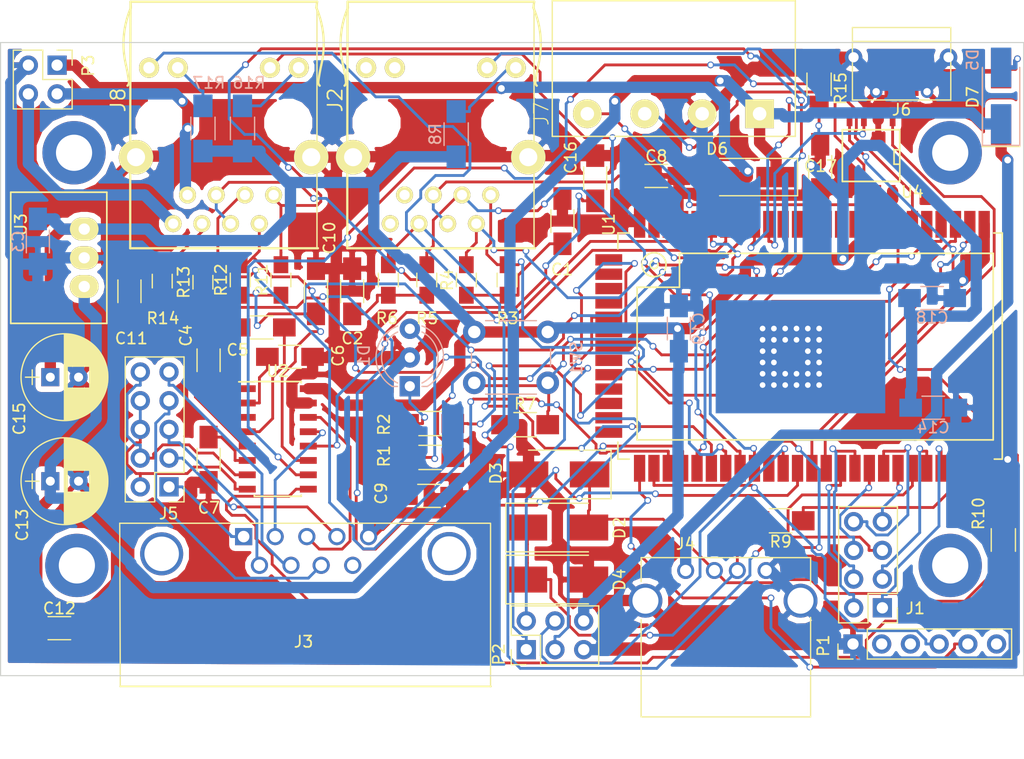
<source format=kicad_pcb>
(kicad_pcb (version 4) (host pcbnew 4.0.6)

  (general
    (links 167)
    (no_connects 0)
    (area 29.114287 35.4 171.600001 131.650001)
    (thickness 1.6)
    (drawings 19)
    (tracks 1321)
    (zones 0)
    (modules 63)
    (nets 76)
  )

  (page A4)
  (layers
    (0 F.Cu signal)
    (31 B.Cu signal)
    (32 B.Adhes user)
    (33 F.Adhes user)
    (34 B.Paste user)
    (35 F.Paste user)
    (36 B.SilkS user)
    (37 F.SilkS user)
    (38 B.Mask user)
    (39 F.Mask user)
    (40 Dwgs.User user hide)
    (41 Cmts.User user)
    (42 Eco1.User user)
    (43 Eco2.User user)
    (44 Edge.Cuts user)
    (45 Margin user)
    (46 B.CrtYd user)
    (47 F.CrtYd user)
    (48 B.Fab user hide)
    (49 F.Fab user hide)
  )

  (setup
    (last_trace_width 0.25)
    (trace_clearance 0.2)
    (zone_clearance 0.508)
    (zone_45_only no)
    (trace_min 0.2)
    (segment_width 0.2)
    (edge_width 0.1)
    (via_size 0.6)
    (via_drill 0.4)
    (via_min_size 0.4)
    (via_min_drill 0.3)
    (uvia_size 0.3)
    (uvia_drill 0.1)
    (uvias_allowed no)
    (uvia_min_size 0.2)
    (uvia_min_drill 0.1)
    (pcb_text_width 0.3)
    (pcb_text_size 1.5 1.5)
    (mod_edge_width 0.15)
    (mod_text_size 1 1)
    (mod_text_width 0.15)
    (pad_size 1.5 1.5)
    (pad_drill 0.6)
    (pad_to_mask_clearance 0)
    (aux_axis_origin 0 0)
    (visible_elements FFFEFF7F)
    (pcbplotparams
      (layerselection 0x00030_80000001)
      (usegerberextensions false)
      (excludeedgelayer true)
      (linewidth 0.100000)
      (plotframeref false)
      (viasonmask false)
      (mode 1)
      (useauxorigin false)
      (hpglpennumber 1)
      (hpglpenspeed 20)
      (hpglpendiameter 15)
      (hpglpenoverlay 2)
      (psnegative false)
      (psa4output false)
      (plotreference true)
      (plotvalue true)
      (plotinvisibletext false)
      (padsonsilk false)
      (subtractmaskfromsilk false)
      (outputformat 1)
      (mirror false)
      (drillshape 1)
      (scaleselection 1)
      (outputdirectory ""))
  )

  (net 0 "")
  (net 1 "Net-(C1-Pad1)")
  (net 2 GND)
  (net 3 "Net-(C2-Pad1)")
  (net 4 +3V3)
  (net 5 "Net-(C4-Pad1)")
  (net 6 "Net-(C4-Pad2)")
  (net 7 "Net-(C5-Pad1)")
  (net 8 "Net-(C5-Pad2)")
  (net 9 "Net-(C6-Pad2)")
  (net 10 "Net-(C7-Pad2)")
  (net 11 "Net-(C10-Pad1)")
  (net 12 "Net-(C11-Pad1)")
  (net 13 +24V)
  (net 14 "Net-(D1-Pad1)")
  (net 15 "Net-(D1-Pad3)")
  (net 16 "Net-(D2-Pad1)")
  (net 17 "Net-(D2-Pad2)")
  (net 18 "Net-(J1-Pad1)")
  (net 19 "Net-(J1-Pad2)")
  (net 20 "Net-(J1-Pad3)")
  (net 21 "Net-(J1-Pad4)")
  (net 22 "Net-(J1-Pad5)")
  (net 23 "Net-(J1-Pad6)")
  (net 24 "Net-(J1-Pad7)")
  (net 25 "Net-(J1-Pad8)")
  (net 26 /ETH1_TX+)
  (net 27 /ETH1_TX-)
  (net 28 /ETH1_RX+)
  (net 29 /ETH1_RX-)
  (net 30 "Net-(J2-Pad9)")
  (net 31 /ETH1_LED)
  (net 32 /DCD)
  (net 33 /RXD)
  (net 34 /TXD)
  (net 35 /DTR)
  (net 36 /CTS)
  (net 37 /RTS)
  (net 38 /DSR)
  (net 39 "Net-(J5-Pad2)")
  (net 40 "Net-(J5-Pad10)")
  (net 41 /SBB_DATA2+)
  (net 42 /SBB_DATA2-)
  (net 43 /ETH0_TX+)
  (net 44 /ETH0_TX-)
  (net 45 /ETH0_RX+)
  (net 46 /ETH0_RX-)
  (net 47 /ETH_PWR+)
  (net 48 /ETH_PWR-)
  (net 49 "Net-(J8-Pad9)")
  (net 50 /ETH0_LED)
  (net 51 "Net-(J8-Pad11)")
  (net 52 /WLAN_LED)
  (net 53 /Omega_RX)
  (net 54 /Omega_TX)
  (net 55 /I2C_SCL)
  (net 56 /G19)
  (net 57 /I2C_SDA)
  (net 58 /G18)
  (net 59 "Net-(R1-Pad1)")
  (net 60 "Net-(R2-Pad1)")
  (net 61 "Net-(R7-Pad2)")
  (net 62 /USB+)
  (net 63 /USB-)
  (net 64 /RS485_TXEN2)
  (net 65 /UART_TX2)
  (net 66 /UART_RX2)
  (net 67 /UART_RX1)
  (net 68 /UART_TX1)
  (net 69 /HS_IN)
  (net 70 /HS_OUT)
  (net 71 "Net-(C8-Pad1)")
  (net 72 "Net-(C16-Pad1)")
  (net 73 /VBUS)
  (net 74 /PPoE+)
  (net 75 /USBPWR)

  (net_class Default "This is the default net class."
    (clearance 0.2)
    (trace_width 0.25)
    (via_dia 0.6)
    (via_drill 0.4)
    (uvia_dia 0.3)
    (uvia_drill 0.1)
    (add_net /CTS)
    (add_net /DCD)
    (add_net /DSR)
    (add_net /DTR)
    (add_net /ETH0_LED)
    (add_net /ETH0_RX+)
    (add_net /ETH0_RX-)
    (add_net /ETH0_TX+)
    (add_net /ETH0_TX-)
    (add_net /ETH1_LED)
    (add_net /ETH1_RX+)
    (add_net /ETH1_RX-)
    (add_net /ETH1_TX+)
    (add_net /ETH1_TX-)
    (add_net /G18)
    (add_net /G19)
    (add_net /HS_IN)
    (add_net /HS_OUT)
    (add_net /I2C_SCL)
    (add_net /I2C_SDA)
    (add_net /Omega_RX)
    (add_net /Omega_TX)
    (add_net /RS485_TXEN2)
    (add_net /RTS)
    (add_net /RXD)
    (add_net /SBB_DATA2+)
    (add_net /SBB_DATA2-)
    (add_net /TXD)
    (add_net /UART_RX1)
    (add_net /UART_RX2)
    (add_net /UART_TX1)
    (add_net /UART_TX2)
    (add_net /USB+)
    (add_net /USB-)
    (add_net /WLAN_LED)
    (add_net "Net-(C1-Pad1)")
    (add_net "Net-(C10-Pad1)")
    (add_net "Net-(C11-Pad1)")
    (add_net "Net-(C16-Pad1)")
    (add_net "Net-(C2-Pad1)")
    (add_net "Net-(C4-Pad1)")
    (add_net "Net-(C4-Pad2)")
    (add_net "Net-(C5-Pad1)")
    (add_net "Net-(C5-Pad2)")
    (add_net "Net-(C6-Pad2)")
    (add_net "Net-(C7-Pad2)")
    (add_net "Net-(C8-Pad1)")
    (add_net "Net-(D1-Pad1)")
    (add_net "Net-(D1-Pad3)")
    (add_net "Net-(D2-Pad1)")
    (add_net "Net-(D2-Pad2)")
    (add_net "Net-(J1-Pad1)")
    (add_net "Net-(J1-Pad2)")
    (add_net "Net-(J1-Pad3)")
    (add_net "Net-(J1-Pad4)")
    (add_net "Net-(J1-Pad5)")
    (add_net "Net-(J1-Pad6)")
    (add_net "Net-(J1-Pad7)")
    (add_net "Net-(J1-Pad8)")
    (add_net "Net-(J2-Pad9)")
    (add_net "Net-(J5-Pad10)")
    (add_net "Net-(J5-Pad2)")
    (add_net "Net-(J8-Pad11)")
    (add_net "Net-(J8-Pad9)")
    (add_net "Net-(R1-Pad1)")
    (add_net "Net-(R2-Pad1)")
    (add_net "Net-(R7-Pad2)")
  )

  (net_class Power ""
    (clearance 0.2)
    (trace_width 1)
    (via_dia 1)
    (via_drill 0.6)
    (uvia_dia 0.3)
    (uvia_drill 0.1)
    (add_net +24V)
    (add_net +3V3)
    (add_net /ETH_PWR+)
    (add_net /ETH_PWR-)
    (add_net /PPoE+)
    (add_net /VBUS)
    (add_net GND)
  )

  (net_class PowerSmall ""
    (clearance 0.15)
    (trace_width 0.4)
    (via_dia 0.6)
    (via_drill 0.4)
    (uvia_dia 0.3)
    (uvia_drill 0.1)
    (add_net /USBPWR)
  )

  (module Capacitors_SMD:C_1206_HandSoldering (layer F.Cu) (tedit 591A2C92) (tstamp 5919EDE9)
    (at 121.7 79.8 90)
    (descr "Capacitor SMD 1206, hand soldering")
    (tags "capacitor 1206")
    (path /59167297)
    (attr smd)
    (fp_text reference C1 (at -4.274 -0.034 180) (layer F.SilkS)
      (effects (font (size 1 1) (thickness 0.15)))
    )
    (fp_text value 100nF (at 0 2 90) (layer F.Fab)
      (effects (font (size 1 1) (thickness 0.15)))
    )
    (fp_text user %R (at 0 -1.75 90) (layer F.Fab)
      (effects (font (size 1 1) (thickness 0.15)))
    )
    (fp_line (start -1.6 0.8) (end -1.6 -0.8) (layer F.Fab) (width 0.1))
    (fp_line (start 1.6 0.8) (end -1.6 0.8) (layer F.Fab) (width 0.1))
    (fp_line (start 1.6 -0.8) (end 1.6 0.8) (layer F.Fab) (width 0.1))
    (fp_line (start -1.6 -0.8) (end 1.6 -0.8) (layer F.Fab) (width 0.1))
    (fp_line (start 1 -1.02) (end -1 -1.02) (layer F.SilkS) (width 0.12))
    (fp_line (start -1 1.02) (end 1 1.02) (layer F.SilkS) (width 0.12))
    (fp_line (start -3.25 -1.05) (end 3.25 -1.05) (layer F.CrtYd) (width 0.05))
    (fp_line (start -3.25 -1.05) (end -3.25 1.05) (layer F.CrtYd) (width 0.05))
    (fp_line (start 3.25 1.05) (end 3.25 -1.05) (layer F.CrtYd) (width 0.05))
    (fp_line (start 3.25 1.05) (end -3.25 1.05) (layer F.CrtYd) (width 0.05))
    (pad 1 smd rect (at -2 0 90) (size 2 1.6) (layers F.Cu F.Paste F.Mask)
      (net 1 "Net-(C1-Pad1)"))
    (pad 2 smd rect (at 2 0 90) (size 2 1.6) (layers F.Cu F.Paste F.Mask)
      (net 2 GND))
    (model Capacitors_SMD.3dshapes/C_1206.wrl
      (at (xyz 0 0 0))
      (scale (xyz 1 1 1))
      (rotate (xyz 0 0 0))
    )
  )

  (module Capacitors_SMD:C_1206_HandSoldering (layer F.Cu) (tedit 591A2C54) (tstamp 5919EDEF)
    (at 103.1 86 90)
    (descr "Capacitor SMD 1206, hand soldering")
    (tags "capacitor 1206")
    (path /5916729D)
    (attr smd)
    (fp_text reference C2 (at -4.17 0.024 180) (layer F.SilkS)
      (effects (font (size 1 1) (thickness 0.15)))
    )
    (fp_text value 100nF (at 0 2 90) (layer F.Fab)
      (effects (font (size 1 1) (thickness 0.15)))
    )
    (fp_text user %R (at 0 -1.75 90) (layer F.Fab)
      (effects (font (size 1 1) (thickness 0.15)))
    )
    (fp_line (start -1.6 0.8) (end -1.6 -0.8) (layer F.Fab) (width 0.1))
    (fp_line (start 1.6 0.8) (end -1.6 0.8) (layer F.Fab) (width 0.1))
    (fp_line (start 1.6 -0.8) (end 1.6 0.8) (layer F.Fab) (width 0.1))
    (fp_line (start -1.6 -0.8) (end 1.6 -0.8) (layer F.Fab) (width 0.1))
    (fp_line (start 1 -1.02) (end -1 -1.02) (layer F.SilkS) (width 0.12))
    (fp_line (start -1 1.02) (end 1 1.02) (layer F.SilkS) (width 0.12))
    (fp_line (start -3.25 -1.05) (end 3.25 -1.05) (layer F.CrtYd) (width 0.05))
    (fp_line (start -3.25 -1.05) (end -3.25 1.05) (layer F.CrtYd) (width 0.05))
    (fp_line (start 3.25 1.05) (end 3.25 -1.05) (layer F.CrtYd) (width 0.05))
    (fp_line (start 3.25 1.05) (end -3.25 1.05) (layer F.CrtYd) (width 0.05))
    (pad 1 smd rect (at -2 0 90) (size 2 1.6) (layers F.Cu F.Paste F.Mask)
      (net 3 "Net-(C2-Pad1)"))
    (pad 2 smd rect (at 2 0 90) (size 2 1.6) (layers F.Cu F.Paste F.Mask)
      (net 2 GND))
    (model Capacitors_SMD.3dshapes/C_1206.wrl
      (at (xyz 0 0 0))
      (scale (xyz 1 1 1))
      (rotate (xyz 0 0 0))
    )
  )

  (module Capacitors_SMD:C_1206_HandSoldering (layer B.Cu) (tedit 58AA84D1) (tstamp 5919EDF5)
    (at 75.3 81.6 270)
    (descr "Capacitor SMD 1206, hand soldering")
    (tags "capacitor 1206")
    (path /58C35DAB)
    (attr smd)
    (fp_text reference C3 (at 0 1.75 270) (layer B.SilkS)
      (effects (font (size 1 1) (thickness 0.15)) (justify mirror))
    )
    (fp_text value 100nF (at 0 -2 270) (layer B.Fab)
      (effects (font (size 1 1) (thickness 0.15)) (justify mirror))
    )
    (fp_text user %R (at 0 1.75 270) (layer B.Fab)
      (effects (font (size 1 1) (thickness 0.15)) (justify mirror))
    )
    (fp_line (start -1.6 -0.8) (end -1.6 0.8) (layer B.Fab) (width 0.1))
    (fp_line (start 1.6 -0.8) (end -1.6 -0.8) (layer B.Fab) (width 0.1))
    (fp_line (start 1.6 0.8) (end 1.6 -0.8) (layer B.Fab) (width 0.1))
    (fp_line (start -1.6 0.8) (end 1.6 0.8) (layer B.Fab) (width 0.1))
    (fp_line (start 1 1.02) (end -1 1.02) (layer B.SilkS) (width 0.12))
    (fp_line (start -1 -1.02) (end 1 -1.02) (layer B.SilkS) (width 0.12))
    (fp_line (start -3.25 1.05) (end 3.25 1.05) (layer B.CrtYd) (width 0.05))
    (fp_line (start -3.25 1.05) (end -3.25 -1.05) (layer B.CrtYd) (width 0.05))
    (fp_line (start 3.25 -1.05) (end 3.25 1.05) (layer B.CrtYd) (width 0.05))
    (fp_line (start 3.25 -1.05) (end -3.25 -1.05) (layer B.CrtYd) (width 0.05))
    (pad 1 smd rect (at -2 0 270) (size 2 1.6) (layers B.Cu B.Paste B.Mask)
      (net 4 +3V3))
    (pad 2 smd rect (at 2 0 270) (size 2 1.6) (layers B.Cu B.Paste B.Mask)
      (net 2 GND))
    (model Capacitors_SMD.3dshapes/C_1206.wrl
      (at (xyz 0 0 0))
      (scale (xyz 1 1 1))
      (rotate (xyz 0 0 0))
    )
  )

  (module Capacitors_SMD:C_1206_HandSoldering (layer F.Cu) (tedit 591A2BF6) (tstamp 5919EDFB)
    (at 90.4 92.1 270)
    (descr "Capacitor SMD 1206, hand soldering")
    (tags "capacitor 1206")
    (path /5916BF84)
    (attr smd)
    (fp_text reference C4 (at -2.184 2.008 270) (layer F.SilkS)
      (effects (font (size 1 1) (thickness 0.15)))
    )
    (fp_text value 100nF (at 0 2 270) (layer F.Fab)
      (effects (font (size 1 1) (thickness 0.15)))
    )
    (fp_text user %R (at 0 -1.75 270) (layer F.Fab)
      (effects (font (size 1 1) (thickness 0.15)))
    )
    (fp_line (start -1.6 0.8) (end -1.6 -0.8) (layer F.Fab) (width 0.1))
    (fp_line (start 1.6 0.8) (end -1.6 0.8) (layer F.Fab) (width 0.1))
    (fp_line (start 1.6 -0.8) (end 1.6 0.8) (layer F.Fab) (width 0.1))
    (fp_line (start -1.6 -0.8) (end 1.6 -0.8) (layer F.Fab) (width 0.1))
    (fp_line (start 1 -1.02) (end -1 -1.02) (layer F.SilkS) (width 0.12))
    (fp_line (start -1 1.02) (end 1 1.02) (layer F.SilkS) (width 0.12))
    (fp_line (start -3.25 -1.05) (end 3.25 -1.05) (layer F.CrtYd) (width 0.05))
    (fp_line (start -3.25 -1.05) (end -3.25 1.05) (layer F.CrtYd) (width 0.05))
    (fp_line (start 3.25 1.05) (end 3.25 -1.05) (layer F.CrtYd) (width 0.05))
    (fp_line (start 3.25 1.05) (end -3.25 1.05) (layer F.CrtYd) (width 0.05))
    (pad 1 smd rect (at -2 0 270) (size 2 1.6) (layers F.Cu F.Paste F.Mask)
      (net 5 "Net-(C4-Pad1)"))
    (pad 2 smd rect (at 2 0 270) (size 2 1.6) (layers F.Cu F.Paste F.Mask)
      (net 6 "Net-(C4-Pad2)"))
    (model Capacitors_SMD.3dshapes/C_1206.wrl
      (at (xyz 0 0 0))
      (scale (xyz 1 1 1))
      (rotate (xyz 0 0 0))
    )
  )

  (module Capacitors_SMD:C_1206_HandSoldering (layer F.Cu) (tedit 591A2C08) (tstamp 5919EE01)
    (at 95.1 89.2 180)
    (descr "Capacitor SMD 1206, hand soldering")
    (tags "capacitor 1206")
    (path /5916C1F2)
    (attr smd)
    (fp_text reference C5 (at 2.136 -1.986 180) (layer F.SilkS)
      (effects (font (size 1 1) (thickness 0.15)))
    )
    (fp_text value 100nF (at 0 2 180) (layer F.Fab)
      (effects (font (size 1 1) (thickness 0.15)))
    )
    (fp_text user %R (at 0 -1.75 180) (layer F.Fab)
      (effects (font (size 1 1) (thickness 0.15)))
    )
    (fp_line (start -1.6 0.8) (end -1.6 -0.8) (layer F.Fab) (width 0.1))
    (fp_line (start 1.6 0.8) (end -1.6 0.8) (layer F.Fab) (width 0.1))
    (fp_line (start 1.6 -0.8) (end 1.6 0.8) (layer F.Fab) (width 0.1))
    (fp_line (start -1.6 -0.8) (end 1.6 -0.8) (layer F.Fab) (width 0.1))
    (fp_line (start 1 -1.02) (end -1 -1.02) (layer F.SilkS) (width 0.12))
    (fp_line (start -1 1.02) (end 1 1.02) (layer F.SilkS) (width 0.12))
    (fp_line (start -3.25 -1.05) (end 3.25 -1.05) (layer F.CrtYd) (width 0.05))
    (fp_line (start -3.25 -1.05) (end -3.25 1.05) (layer F.CrtYd) (width 0.05))
    (fp_line (start 3.25 1.05) (end 3.25 -1.05) (layer F.CrtYd) (width 0.05))
    (fp_line (start 3.25 1.05) (end -3.25 1.05) (layer F.CrtYd) (width 0.05))
    (pad 1 smd rect (at -2 0 180) (size 2 1.6) (layers F.Cu F.Paste F.Mask)
      (net 7 "Net-(C5-Pad1)"))
    (pad 2 smd rect (at 2 0 180) (size 2 1.6) (layers F.Cu F.Paste F.Mask)
      (net 8 "Net-(C5-Pad2)"))
    (model Capacitors_SMD.3dshapes/C_1206.wrl
      (at (xyz 0 0 0))
      (scale (xyz 1 1 1))
      (rotate (xyz 0 0 0))
    )
  )

  (module Capacitors_SMD:C_1206_HandSoldering (layer F.Cu) (tedit 591A2BF1) (tstamp 5919EE07)
    (at 97.6 91.8 180)
    (descr "Capacitor SMD 1206, hand soldering")
    (tags "capacitor 1206")
    (path /5916C552)
    (attr smd)
    (fp_text reference C6 (at -4.254 0.106 270) (layer F.SilkS)
      (effects (font (size 1 1) (thickness 0.15)))
    )
    (fp_text value 100nF (at 0 2 180) (layer F.Fab)
      (effects (font (size 1 1) (thickness 0.15)))
    )
    (fp_text user %R (at 0 -1.75 180) (layer F.Fab)
      (effects (font (size 1 1) (thickness 0.15)))
    )
    (fp_line (start -1.6 0.8) (end -1.6 -0.8) (layer F.Fab) (width 0.1))
    (fp_line (start 1.6 0.8) (end -1.6 0.8) (layer F.Fab) (width 0.1))
    (fp_line (start 1.6 -0.8) (end 1.6 0.8) (layer F.Fab) (width 0.1))
    (fp_line (start -1.6 -0.8) (end 1.6 -0.8) (layer F.Fab) (width 0.1))
    (fp_line (start 1 -1.02) (end -1 -1.02) (layer F.SilkS) (width 0.12))
    (fp_line (start -1 1.02) (end 1 1.02) (layer F.SilkS) (width 0.12))
    (fp_line (start -3.25 -1.05) (end 3.25 -1.05) (layer F.CrtYd) (width 0.05))
    (fp_line (start -3.25 -1.05) (end -3.25 1.05) (layer F.CrtYd) (width 0.05))
    (fp_line (start 3.25 1.05) (end 3.25 -1.05) (layer F.CrtYd) (width 0.05))
    (fp_line (start 3.25 1.05) (end -3.25 1.05) (layer F.CrtYd) (width 0.05))
    (pad 1 smd rect (at -2 0 180) (size 2 1.6) (layers F.Cu F.Paste F.Mask)
      (net 2 GND))
    (pad 2 smd rect (at 2 0 180) (size 2 1.6) (layers F.Cu F.Paste F.Mask)
      (net 9 "Net-(C6-Pad2)"))
    (model Capacitors_SMD.3dshapes/C_1206.wrl
      (at (xyz 0 0 0))
      (scale (xyz 1 1 1))
      (rotate (xyz 0 0 0))
    )
  )

  (module Capacitors_SMD:C_1206_HandSoldering (layer F.Cu) (tedit 591A2BFF) (tstamp 5919EE0D)
    (at 90.4 100.9 90)
    (descr "Capacitor SMD 1206, hand soldering")
    (tags "capacitor 1206")
    (path /5916C5FE)
    (attr smd)
    (fp_text reference C7 (at -4.256 0.024 180) (layer F.SilkS)
      (effects (font (size 1 1) (thickness 0.15)))
    )
    (fp_text value 100nF (at 0 2 90) (layer F.Fab)
      (effects (font (size 1 1) (thickness 0.15)))
    )
    (fp_text user %R (at 0 -1.75 90) (layer F.Fab)
      (effects (font (size 1 1) (thickness 0.15)))
    )
    (fp_line (start -1.6 0.8) (end -1.6 -0.8) (layer F.Fab) (width 0.1))
    (fp_line (start 1.6 0.8) (end -1.6 0.8) (layer F.Fab) (width 0.1))
    (fp_line (start 1.6 -0.8) (end 1.6 0.8) (layer F.Fab) (width 0.1))
    (fp_line (start -1.6 -0.8) (end 1.6 -0.8) (layer F.Fab) (width 0.1))
    (fp_line (start 1 -1.02) (end -1 -1.02) (layer F.SilkS) (width 0.12))
    (fp_line (start -1 1.02) (end 1 1.02) (layer F.SilkS) (width 0.12))
    (fp_line (start -3.25 -1.05) (end 3.25 -1.05) (layer F.CrtYd) (width 0.05))
    (fp_line (start -3.25 -1.05) (end -3.25 1.05) (layer F.CrtYd) (width 0.05))
    (fp_line (start 3.25 1.05) (end 3.25 -1.05) (layer F.CrtYd) (width 0.05))
    (fp_line (start 3.25 1.05) (end -3.25 1.05) (layer F.CrtYd) (width 0.05))
    (pad 1 smd rect (at -2 0 90) (size 2 1.6) (layers F.Cu F.Paste F.Mask)
      (net 2 GND))
    (pad 2 smd rect (at 2 0 90) (size 2 1.6) (layers F.Cu F.Paste F.Mask)
      (net 10 "Net-(C7-Pad2)"))
    (model Capacitors_SMD.3dshapes/C_1206.wrl
      (at (xyz 0 0 0))
      (scale (xyz 1 1 1))
      (rotate (xyz 0 0 0))
    )
  )

  (module Capacitors_SMD:C_1206_HandSoldering (layer F.Cu) (tedit 58AA84D1) (tstamp 5919EE13)
    (at 130 75.8)
    (descr "Capacitor SMD 1206, hand soldering")
    (tags "capacitor 1206")
    (path /59167273)
    (attr smd)
    (fp_text reference C8 (at 0 -1.75) (layer F.SilkS)
      (effects (font (size 1 1) (thickness 0.15)))
    )
    (fp_text value 1uF (at 0 2) (layer F.Fab)
      (effects (font (size 1 1) (thickness 0.15)))
    )
    (fp_text user %R (at 0 -1.75) (layer F.Fab)
      (effects (font (size 1 1) (thickness 0.15)))
    )
    (fp_line (start -1.6 0.8) (end -1.6 -0.8) (layer F.Fab) (width 0.1))
    (fp_line (start 1.6 0.8) (end -1.6 0.8) (layer F.Fab) (width 0.1))
    (fp_line (start 1.6 -0.8) (end 1.6 0.8) (layer F.Fab) (width 0.1))
    (fp_line (start -1.6 -0.8) (end 1.6 -0.8) (layer F.Fab) (width 0.1))
    (fp_line (start 1 -1.02) (end -1 -1.02) (layer F.SilkS) (width 0.12))
    (fp_line (start -1 1.02) (end 1 1.02) (layer F.SilkS) (width 0.12))
    (fp_line (start -3.25 -1.05) (end 3.25 -1.05) (layer F.CrtYd) (width 0.05))
    (fp_line (start -3.25 -1.05) (end -3.25 1.05) (layer F.CrtYd) (width 0.05))
    (fp_line (start 3.25 1.05) (end 3.25 -1.05) (layer F.CrtYd) (width 0.05))
    (fp_line (start 3.25 1.05) (end -3.25 1.05) (layer F.CrtYd) (width 0.05))
    (pad 1 smd rect (at -2 0) (size 2 1.6) (layers F.Cu F.Paste F.Mask)
      (net 71 "Net-(C8-Pad1)"))
    (pad 2 smd rect (at 2 0) (size 2 1.6) (layers F.Cu F.Paste F.Mask)
      (net 2 GND))
    (model Capacitors_SMD.3dshapes/C_1206.wrl
      (at (xyz 0 0 0))
      (scale (xyz 1 1 1))
      (rotate (xyz 0 0 0))
    )
  )

  (module Capacitors_SMD:C_1206_HandSoldering (layer F.Cu) (tedit 591A2BD5) (tstamp 5919EE19)
    (at 109.9 104.1)
    (descr "Capacitor SMD 1206, hand soldering")
    (tags "capacitor 1206")
    (path /57FDEF26)
    (attr smd)
    (fp_text reference C9 (at -4.236 -0.214 90) (layer F.SilkS)
      (effects (font (size 1 1) (thickness 0.15)))
    )
    (fp_text value 100nF (at 0 2) (layer F.Fab)
      (effects (font (size 1 1) (thickness 0.15)))
    )
    (fp_text user %R (at 0 -1.75) (layer F.Fab)
      (effects (font (size 1 1) (thickness 0.15)))
    )
    (fp_line (start -1.6 0.8) (end -1.6 -0.8) (layer F.Fab) (width 0.1))
    (fp_line (start 1.6 0.8) (end -1.6 0.8) (layer F.Fab) (width 0.1))
    (fp_line (start 1.6 -0.8) (end 1.6 0.8) (layer F.Fab) (width 0.1))
    (fp_line (start -1.6 -0.8) (end 1.6 -0.8) (layer F.Fab) (width 0.1))
    (fp_line (start 1 -1.02) (end -1 -1.02) (layer F.SilkS) (width 0.12))
    (fp_line (start -1 1.02) (end 1 1.02) (layer F.SilkS) (width 0.12))
    (fp_line (start -3.25 -1.05) (end 3.25 -1.05) (layer F.CrtYd) (width 0.05))
    (fp_line (start -3.25 -1.05) (end -3.25 1.05) (layer F.CrtYd) (width 0.05))
    (fp_line (start 3.25 1.05) (end 3.25 -1.05) (layer F.CrtYd) (width 0.05))
    (fp_line (start 3.25 1.05) (end -3.25 1.05) (layer F.CrtYd) (width 0.05))
    (pad 1 smd rect (at -2 0) (size 2 1.6) (layers F.Cu F.Paste F.Mask)
      (net 4 +3V3))
    (pad 2 smd rect (at 2 0) (size 2 1.6) (layers F.Cu F.Paste F.Mask)
      (net 2 GND))
    (model Capacitors_SMD.3dshapes/C_1206.wrl
      (at (xyz 0 0 0))
      (scale (xyz 1 1 1))
      (rotate (xyz 0 0 0))
    )
  )

  (module Capacitors_SMD:C_1206_HandSoldering (layer F.Cu) (tedit 591A2C5C) (tstamp 5919EE1F)
    (at 99.9 86 90)
    (descr "Capacitor SMD 1206, hand soldering")
    (tags "capacitor 1206")
    (path /57FE18E9)
    (attr smd)
    (fp_text reference C10 (at 4.72 1.192 90) (layer F.SilkS)
      (effects (font (size 1 1) (thickness 0.15)))
    )
    (fp_text value 100nF (at 0 2 90) (layer F.Fab)
      (effects (font (size 1 1) (thickness 0.15)))
    )
    (fp_text user %R (at 0 -1.75 90) (layer F.Fab)
      (effects (font (size 1 1) (thickness 0.15)))
    )
    (fp_line (start -1.6 0.8) (end -1.6 -0.8) (layer F.Fab) (width 0.1))
    (fp_line (start 1.6 0.8) (end -1.6 0.8) (layer F.Fab) (width 0.1))
    (fp_line (start 1.6 -0.8) (end 1.6 0.8) (layer F.Fab) (width 0.1))
    (fp_line (start -1.6 -0.8) (end 1.6 -0.8) (layer F.Fab) (width 0.1))
    (fp_line (start 1 -1.02) (end -1 -1.02) (layer F.SilkS) (width 0.12))
    (fp_line (start -1 1.02) (end 1 1.02) (layer F.SilkS) (width 0.12))
    (fp_line (start -3.25 -1.05) (end 3.25 -1.05) (layer F.CrtYd) (width 0.05))
    (fp_line (start -3.25 -1.05) (end -3.25 1.05) (layer F.CrtYd) (width 0.05))
    (fp_line (start 3.25 1.05) (end 3.25 -1.05) (layer F.CrtYd) (width 0.05))
    (fp_line (start 3.25 1.05) (end -3.25 1.05) (layer F.CrtYd) (width 0.05))
    (pad 1 smd rect (at -2 0 90) (size 2 1.6) (layers F.Cu F.Paste F.Mask)
      (net 11 "Net-(C10-Pad1)"))
    (pad 2 smd rect (at 2 0 90) (size 2 1.6) (layers F.Cu F.Paste F.Mask)
      (net 2 GND))
    (model Capacitors_SMD.3dshapes/C_1206.wrl
      (at (xyz 0 0 0))
      (scale (xyz 1 1 1))
      (rotate (xyz 0 0 0))
    )
  )

  (module Capacitors_SMD:C_1206_HandSoldering (layer F.Cu) (tedit 591A2C27) (tstamp 5919EE25)
    (at 83.4 86 90)
    (descr "Capacitor SMD 1206, hand soldering")
    (tags "capacitor 1206")
    (path /57FE1952)
    (attr smd)
    (fp_text reference C11 (at -4.17 0.166 180) (layer F.SilkS)
      (effects (font (size 1 1) (thickness 0.15)))
    )
    (fp_text value 100nF (at 0 2 90) (layer F.Fab)
      (effects (font (size 1 1) (thickness 0.15)))
    )
    (fp_text user %R (at 0 -1.75 90) (layer F.Fab)
      (effects (font (size 1 1) (thickness 0.15)))
    )
    (fp_line (start -1.6 0.8) (end -1.6 -0.8) (layer F.Fab) (width 0.1))
    (fp_line (start 1.6 0.8) (end -1.6 0.8) (layer F.Fab) (width 0.1))
    (fp_line (start 1.6 -0.8) (end 1.6 0.8) (layer F.Fab) (width 0.1))
    (fp_line (start -1.6 -0.8) (end 1.6 -0.8) (layer F.Fab) (width 0.1))
    (fp_line (start 1 -1.02) (end -1 -1.02) (layer F.SilkS) (width 0.12))
    (fp_line (start -1 1.02) (end 1 1.02) (layer F.SilkS) (width 0.12))
    (fp_line (start -3.25 -1.05) (end 3.25 -1.05) (layer F.CrtYd) (width 0.05))
    (fp_line (start -3.25 -1.05) (end -3.25 1.05) (layer F.CrtYd) (width 0.05))
    (fp_line (start 3.25 1.05) (end 3.25 -1.05) (layer F.CrtYd) (width 0.05))
    (fp_line (start 3.25 1.05) (end -3.25 1.05) (layer F.CrtYd) (width 0.05))
    (pad 1 smd rect (at -2 0 90) (size 2 1.6) (layers F.Cu F.Paste F.Mask)
      (net 12 "Net-(C11-Pad1)"))
    (pad 2 smd rect (at 2 0 90) (size 2 1.6) (layers F.Cu F.Paste F.Mask)
      (net 2 GND))
    (model Capacitors_SMD.3dshapes/C_1206.wrl
      (at (xyz 0 0 0))
      (scale (xyz 1 1 1))
      (rotate (xyz 0 0 0))
    )
  )

  (module Capacitors_SMD:C_1206_HandSoldering (layer F.Cu) (tedit 58AA84D1) (tstamp 5919EE2B)
    (at 77.2 115.8)
    (descr "Capacitor SMD 1206, hand soldering")
    (tags "capacitor 1206")
    (path /58C31BA4)
    (attr smd)
    (fp_text reference C12 (at 0 -1.75) (layer F.SilkS)
      (effects (font (size 1 1) (thickness 0.15)))
    )
    (fp_text value 100nF (at 0 2) (layer F.Fab)
      (effects (font (size 1 1) (thickness 0.15)))
    )
    (fp_text user %R (at 0 -1.75) (layer F.Fab)
      (effects (font (size 1 1) (thickness 0.15)))
    )
    (fp_line (start -1.6 0.8) (end -1.6 -0.8) (layer F.Fab) (width 0.1))
    (fp_line (start 1.6 0.8) (end -1.6 0.8) (layer F.Fab) (width 0.1))
    (fp_line (start 1.6 -0.8) (end 1.6 0.8) (layer F.Fab) (width 0.1))
    (fp_line (start -1.6 -0.8) (end 1.6 -0.8) (layer F.Fab) (width 0.1))
    (fp_line (start 1 -1.02) (end -1 -1.02) (layer F.SilkS) (width 0.12))
    (fp_line (start -1 1.02) (end 1 1.02) (layer F.SilkS) (width 0.12))
    (fp_line (start -3.25 -1.05) (end 3.25 -1.05) (layer F.CrtYd) (width 0.05))
    (fp_line (start -3.25 -1.05) (end -3.25 1.05) (layer F.CrtYd) (width 0.05))
    (fp_line (start 3.25 1.05) (end 3.25 -1.05) (layer F.CrtYd) (width 0.05))
    (fp_line (start 3.25 1.05) (end -3.25 1.05) (layer F.CrtYd) (width 0.05))
    (pad 1 smd rect (at -2 0) (size 2 1.6) (layers F.Cu F.Paste F.Mask)
      (net 13 +24V))
    (pad 2 smd rect (at 2 0) (size 2 1.6) (layers F.Cu F.Paste F.Mask)
      (net 2 GND))
    (model Capacitors_SMD.3dshapes/C_1206.wrl
      (at (xyz 0 0 0))
      (scale (xyz 1 1 1))
      (rotate (xyz 0 0 0))
    )
  )

  (module Capacitors_ThroughHole:CP_Radial_D7.5mm_P2.50mm (layer F.Cu) (tedit 591A2C14) (tstamp 5919EE31)
    (at 76.4 102.8)
    (descr "CP, Radial series, Radial, pin pitch=2.50mm, , diameter=7.5mm, Electrolytic Capacitor")
    (tags "CP Radial series Radial pin pitch 2.50mm  diameter 7.5mm Electrolytic Capacitor")
    (path /57FDEF39)
    (fp_text reference C13 (at -2.486 3.88 90) (layer F.SilkS)
      (effects (font (size 1 1) (thickness 0.15)))
    )
    (fp_text value "10uF 50VDC" (at 1.25 4.81) (layer F.Fab)
      (effects (font (size 1 1) (thickness 0.15)))
    )
    (fp_circle (center 1.25 0) (end 5 0) (layer F.Fab) (width 0.1))
    (fp_circle (center 1.25 0) (end 5.09 0) (layer F.SilkS) (width 0.12))
    (fp_line (start -2.2 0) (end -1 0) (layer F.Fab) (width 0.1))
    (fp_line (start -1.6 -0.65) (end -1.6 0.65) (layer F.Fab) (width 0.1))
    (fp_line (start 1.25 -3.8) (end 1.25 3.8) (layer F.SilkS) (width 0.12))
    (fp_line (start 1.29 -3.8) (end 1.29 3.8) (layer F.SilkS) (width 0.12))
    (fp_line (start 1.33 -3.8) (end 1.33 3.8) (layer F.SilkS) (width 0.12))
    (fp_line (start 1.37 -3.799) (end 1.37 3.799) (layer F.SilkS) (width 0.12))
    (fp_line (start 1.41 -3.797) (end 1.41 3.797) (layer F.SilkS) (width 0.12))
    (fp_line (start 1.45 -3.795) (end 1.45 3.795) (layer F.SilkS) (width 0.12))
    (fp_line (start 1.49 -3.793) (end 1.49 3.793) (layer F.SilkS) (width 0.12))
    (fp_line (start 1.53 -3.79) (end 1.53 -0.98) (layer F.SilkS) (width 0.12))
    (fp_line (start 1.53 0.98) (end 1.53 3.79) (layer F.SilkS) (width 0.12))
    (fp_line (start 1.57 -3.787) (end 1.57 -0.98) (layer F.SilkS) (width 0.12))
    (fp_line (start 1.57 0.98) (end 1.57 3.787) (layer F.SilkS) (width 0.12))
    (fp_line (start 1.61 -3.784) (end 1.61 -0.98) (layer F.SilkS) (width 0.12))
    (fp_line (start 1.61 0.98) (end 1.61 3.784) (layer F.SilkS) (width 0.12))
    (fp_line (start 1.65 -3.78) (end 1.65 -0.98) (layer F.SilkS) (width 0.12))
    (fp_line (start 1.65 0.98) (end 1.65 3.78) (layer F.SilkS) (width 0.12))
    (fp_line (start 1.69 -3.775) (end 1.69 -0.98) (layer F.SilkS) (width 0.12))
    (fp_line (start 1.69 0.98) (end 1.69 3.775) (layer F.SilkS) (width 0.12))
    (fp_line (start 1.73 -3.77) (end 1.73 -0.98) (layer F.SilkS) (width 0.12))
    (fp_line (start 1.73 0.98) (end 1.73 3.77) (layer F.SilkS) (width 0.12))
    (fp_line (start 1.77 -3.765) (end 1.77 -0.98) (layer F.SilkS) (width 0.12))
    (fp_line (start 1.77 0.98) (end 1.77 3.765) (layer F.SilkS) (width 0.12))
    (fp_line (start 1.81 -3.759) (end 1.81 -0.98) (layer F.SilkS) (width 0.12))
    (fp_line (start 1.81 0.98) (end 1.81 3.759) (layer F.SilkS) (width 0.12))
    (fp_line (start 1.85 -3.753) (end 1.85 -0.98) (layer F.SilkS) (width 0.12))
    (fp_line (start 1.85 0.98) (end 1.85 3.753) (layer F.SilkS) (width 0.12))
    (fp_line (start 1.89 -3.747) (end 1.89 -0.98) (layer F.SilkS) (width 0.12))
    (fp_line (start 1.89 0.98) (end 1.89 3.747) (layer F.SilkS) (width 0.12))
    (fp_line (start 1.93 -3.74) (end 1.93 -0.98) (layer F.SilkS) (width 0.12))
    (fp_line (start 1.93 0.98) (end 1.93 3.74) (layer F.SilkS) (width 0.12))
    (fp_line (start 1.971 -3.732) (end 1.971 -0.98) (layer F.SilkS) (width 0.12))
    (fp_line (start 1.971 0.98) (end 1.971 3.732) (layer F.SilkS) (width 0.12))
    (fp_line (start 2.011 -3.725) (end 2.011 -0.98) (layer F.SilkS) (width 0.12))
    (fp_line (start 2.011 0.98) (end 2.011 3.725) (layer F.SilkS) (width 0.12))
    (fp_line (start 2.051 -3.716) (end 2.051 -0.98) (layer F.SilkS) (width 0.12))
    (fp_line (start 2.051 0.98) (end 2.051 3.716) (layer F.SilkS) (width 0.12))
    (fp_line (start 2.091 -3.707) (end 2.091 -0.98) (layer F.SilkS) (width 0.12))
    (fp_line (start 2.091 0.98) (end 2.091 3.707) (layer F.SilkS) (width 0.12))
    (fp_line (start 2.131 -3.698) (end 2.131 -0.98) (layer F.SilkS) (width 0.12))
    (fp_line (start 2.131 0.98) (end 2.131 3.698) (layer F.SilkS) (width 0.12))
    (fp_line (start 2.171 -3.689) (end 2.171 -0.98) (layer F.SilkS) (width 0.12))
    (fp_line (start 2.171 0.98) (end 2.171 3.689) (layer F.SilkS) (width 0.12))
    (fp_line (start 2.211 -3.679) (end 2.211 -0.98) (layer F.SilkS) (width 0.12))
    (fp_line (start 2.211 0.98) (end 2.211 3.679) (layer F.SilkS) (width 0.12))
    (fp_line (start 2.251 -3.668) (end 2.251 -0.98) (layer F.SilkS) (width 0.12))
    (fp_line (start 2.251 0.98) (end 2.251 3.668) (layer F.SilkS) (width 0.12))
    (fp_line (start 2.291 -3.657) (end 2.291 -0.98) (layer F.SilkS) (width 0.12))
    (fp_line (start 2.291 0.98) (end 2.291 3.657) (layer F.SilkS) (width 0.12))
    (fp_line (start 2.331 -3.645) (end 2.331 -0.98) (layer F.SilkS) (width 0.12))
    (fp_line (start 2.331 0.98) (end 2.331 3.645) (layer F.SilkS) (width 0.12))
    (fp_line (start 2.371 -3.634) (end 2.371 -0.98) (layer F.SilkS) (width 0.12))
    (fp_line (start 2.371 0.98) (end 2.371 3.634) (layer F.SilkS) (width 0.12))
    (fp_line (start 2.411 -3.621) (end 2.411 -0.98) (layer F.SilkS) (width 0.12))
    (fp_line (start 2.411 0.98) (end 2.411 3.621) (layer F.SilkS) (width 0.12))
    (fp_line (start 2.451 -3.608) (end 2.451 -0.98) (layer F.SilkS) (width 0.12))
    (fp_line (start 2.451 0.98) (end 2.451 3.608) (layer F.SilkS) (width 0.12))
    (fp_line (start 2.491 -3.595) (end 2.491 -0.98) (layer F.SilkS) (width 0.12))
    (fp_line (start 2.491 0.98) (end 2.491 3.595) (layer F.SilkS) (width 0.12))
    (fp_line (start 2.531 -3.581) (end 2.531 -0.98) (layer F.SilkS) (width 0.12))
    (fp_line (start 2.531 0.98) (end 2.531 3.581) (layer F.SilkS) (width 0.12))
    (fp_line (start 2.571 -3.566) (end 2.571 -0.98) (layer F.SilkS) (width 0.12))
    (fp_line (start 2.571 0.98) (end 2.571 3.566) (layer F.SilkS) (width 0.12))
    (fp_line (start 2.611 -3.552) (end 2.611 -0.98) (layer F.SilkS) (width 0.12))
    (fp_line (start 2.611 0.98) (end 2.611 3.552) (layer F.SilkS) (width 0.12))
    (fp_line (start 2.651 -3.536) (end 2.651 -0.98) (layer F.SilkS) (width 0.12))
    (fp_line (start 2.651 0.98) (end 2.651 3.536) (layer F.SilkS) (width 0.12))
    (fp_line (start 2.691 -3.52) (end 2.691 -0.98) (layer F.SilkS) (width 0.12))
    (fp_line (start 2.691 0.98) (end 2.691 3.52) (layer F.SilkS) (width 0.12))
    (fp_line (start 2.731 -3.504) (end 2.731 -0.98) (layer F.SilkS) (width 0.12))
    (fp_line (start 2.731 0.98) (end 2.731 3.504) (layer F.SilkS) (width 0.12))
    (fp_line (start 2.771 -3.487) (end 2.771 -0.98) (layer F.SilkS) (width 0.12))
    (fp_line (start 2.771 0.98) (end 2.771 3.487) (layer F.SilkS) (width 0.12))
    (fp_line (start 2.811 -3.469) (end 2.811 -0.98) (layer F.SilkS) (width 0.12))
    (fp_line (start 2.811 0.98) (end 2.811 3.469) (layer F.SilkS) (width 0.12))
    (fp_line (start 2.851 -3.451) (end 2.851 -0.98) (layer F.SilkS) (width 0.12))
    (fp_line (start 2.851 0.98) (end 2.851 3.451) (layer F.SilkS) (width 0.12))
    (fp_line (start 2.891 -3.433) (end 2.891 -0.98) (layer F.SilkS) (width 0.12))
    (fp_line (start 2.891 0.98) (end 2.891 3.433) (layer F.SilkS) (width 0.12))
    (fp_line (start 2.931 -3.413) (end 2.931 -0.98) (layer F.SilkS) (width 0.12))
    (fp_line (start 2.931 0.98) (end 2.931 3.413) (layer F.SilkS) (width 0.12))
    (fp_line (start 2.971 -3.394) (end 2.971 -0.98) (layer F.SilkS) (width 0.12))
    (fp_line (start 2.971 0.98) (end 2.971 3.394) (layer F.SilkS) (width 0.12))
    (fp_line (start 3.011 -3.373) (end 3.011 -0.98) (layer F.SilkS) (width 0.12))
    (fp_line (start 3.011 0.98) (end 3.011 3.373) (layer F.SilkS) (width 0.12))
    (fp_line (start 3.051 -3.352) (end 3.051 -0.98) (layer F.SilkS) (width 0.12))
    (fp_line (start 3.051 0.98) (end 3.051 3.352) (layer F.SilkS) (width 0.12))
    (fp_line (start 3.091 -3.331) (end 3.091 -0.98) (layer F.SilkS) (width 0.12))
    (fp_line (start 3.091 0.98) (end 3.091 3.331) (layer F.SilkS) (width 0.12))
    (fp_line (start 3.131 -3.309) (end 3.131 -0.98) (layer F.SilkS) (width 0.12))
    (fp_line (start 3.131 0.98) (end 3.131 3.309) (layer F.SilkS) (width 0.12))
    (fp_line (start 3.171 -3.286) (end 3.171 -0.98) (layer F.SilkS) (width 0.12))
    (fp_line (start 3.171 0.98) (end 3.171 3.286) (layer F.SilkS) (width 0.12))
    (fp_line (start 3.211 -3.263) (end 3.211 -0.98) (layer F.SilkS) (width 0.12))
    (fp_line (start 3.211 0.98) (end 3.211 3.263) (layer F.SilkS) (width 0.12))
    (fp_line (start 3.251 -3.239) (end 3.251 -0.98) (layer F.SilkS) (width 0.12))
    (fp_line (start 3.251 0.98) (end 3.251 3.239) (layer F.SilkS) (width 0.12))
    (fp_line (start 3.291 -3.214) (end 3.291 -0.98) (layer F.SilkS) (width 0.12))
    (fp_line (start 3.291 0.98) (end 3.291 3.214) (layer F.SilkS) (width 0.12))
    (fp_line (start 3.331 -3.188) (end 3.331 -0.98) (layer F.SilkS) (width 0.12))
    (fp_line (start 3.331 0.98) (end 3.331 3.188) (layer F.SilkS) (width 0.12))
    (fp_line (start 3.371 -3.162) (end 3.371 -0.98) (layer F.SilkS) (width 0.12))
    (fp_line (start 3.371 0.98) (end 3.371 3.162) (layer F.SilkS) (width 0.12))
    (fp_line (start 3.411 -3.135) (end 3.411 -0.98) (layer F.SilkS) (width 0.12))
    (fp_line (start 3.411 0.98) (end 3.411 3.135) (layer F.SilkS) (width 0.12))
    (fp_line (start 3.451 -3.108) (end 3.451 -0.98) (layer F.SilkS) (width 0.12))
    (fp_line (start 3.451 0.98) (end 3.451 3.108) (layer F.SilkS) (width 0.12))
    (fp_line (start 3.491 -3.079) (end 3.491 3.079) (layer F.SilkS) (width 0.12))
    (fp_line (start 3.531 -3.05) (end 3.531 3.05) (layer F.SilkS) (width 0.12))
    (fp_line (start 3.571 -3.02) (end 3.571 3.02) (layer F.SilkS) (width 0.12))
    (fp_line (start 3.611 -2.99) (end 3.611 2.99) (layer F.SilkS) (width 0.12))
    (fp_line (start 3.651 -2.958) (end 3.651 2.958) (layer F.SilkS) (width 0.12))
    (fp_line (start 3.691 -2.926) (end 3.691 2.926) (layer F.SilkS) (width 0.12))
    (fp_line (start 3.731 -2.892) (end 3.731 2.892) (layer F.SilkS) (width 0.12))
    (fp_line (start 3.771 -2.858) (end 3.771 2.858) (layer F.SilkS) (width 0.12))
    (fp_line (start 3.811 -2.823) (end 3.811 2.823) (layer F.SilkS) (width 0.12))
    (fp_line (start 3.851 -2.786) (end 3.851 2.786) (layer F.SilkS) (width 0.12))
    (fp_line (start 3.891 -2.749) (end 3.891 2.749) (layer F.SilkS) (width 0.12))
    (fp_line (start 3.931 -2.711) (end 3.931 2.711) (layer F.SilkS) (width 0.12))
    (fp_line (start 3.971 -2.671) (end 3.971 2.671) (layer F.SilkS) (width 0.12))
    (fp_line (start 4.011 -2.63) (end 4.011 2.63) (layer F.SilkS) (width 0.12))
    (fp_line (start 4.051 -2.588) (end 4.051 2.588) (layer F.SilkS) (width 0.12))
    (fp_line (start 4.091 -2.545) (end 4.091 2.545) (layer F.SilkS) (width 0.12))
    (fp_line (start 4.131 -2.5) (end 4.131 2.5) (layer F.SilkS) (width 0.12))
    (fp_line (start 4.171 -2.454) (end 4.171 2.454) (layer F.SilkS) (width 0.12))
    (fp_line (start 4.211 -2.407) (end 4.211 2.407) (layer F.SilkS) (width 0.12))
    (fp_line (start 4.251 -2.357) (end 4.251 2.357) (layer F.SilkS) (width 0.12))
    (fp_line (start 4.291 -2.307) (end 4.291 2.307) (layer F.SilkS) (width 0.12))
    (fp_line (start 4.331 -2.254) (end 4.331 2.254) (layer F.SilkS) (width 0.12))
    (fp_line (start 4.371 -2.199) (end 4.371 2.199) (layer F.SilkS) (width 0.12))
    (fp_line (start 4.411 -2.142) (end 4.411 2.142) (layer F.SilkS) (width 0.12))
    (fp_line (start 4.451 -2.083) (end 4.451 2.083) (layer F.SilkS) (width 0.12))
    (fp_line (start 4.491 -2.022) (end 4.491 2.022) (layer F.SilkS) (width 0.12))
    (fp_line (start 4.531 -1.957) (end 4.531 1.957) (layer F.SilkS) (width 0.12))
    (fp_line (start 4.571 -1.89) (end 4.571 1.89) (layer F.SilkS) (width 0.12))
    (fp_line (start 4.611 -1.82) (end 4.611 1.82) (layer F.SilkS) (width 0.12))
    (fp_line (start 4.651 -1.745) (end 4.651 1.745) (layer F.SilkS) (width 0.12))
    (fp_line (start 4.691 -1.667) (end 4.691 1.667) (layer F.SilkS) (width 0.12))
    (fp_line (start 4.731 -1.584) (end 4.731 1.584) (layer F.SilkS) (width 0.12))
    (fp_line (start 4.771 -1.495) (end 4.771 1.495) (layer F.SilkS) (width 0.12))
    (fp_line (start 4.811 -1.4) (end 4.811 1.4) (layer F.SilkS) (width 0.12))
    (fp_line (start 4.851 -1.297) (end 4.851 1.297) (layer F.SilkS) (width 0.12))
    (fp_line (start 4.891 -1.184) (end 4.891 1.184) (layer F.SilkS) (width 0.12))
    (fp_line (start 4.931 -1.057) (end 4.931 1.057) (layer F.SilkS) (width 0.12))
    (fp_line (start 4.971 -0.913) (end 4.971 0.913) (layer F.SilkS) (width 0.12))
    (fp_line (start 5.011 -0.74) (end 5.011 0.74) (layer F.SilkS) (width 0.12))
    (fp_line (start 5.051 -0.513) (end 5.051 0.513) (layer F.SilkS) (width 0.12))
    (fp_line (start -2.2 0) (end -1 0) (layer F.SilkS) (width 0.12))
    (fp_line (start -1.6 -0.65) (end -1.6 0.65) (layer F.SilkS) (width 0.12))
    (fp_line (start -2.85 -4.1) (end -2.85 4.1) (layer F.CrtYd) (width 0.05))
    (fp_line (start -2.85 4.1) (end 5.35 4.1) (layer F.CrtYd) (width 0.05))
    (fp_line (start 5.35 4.1) (end 5.35 -4.1) (layer F.CrtYd) (width 0.05))
    (fp_line (start 5.35 -4.1) (end -2.85 -4.1) (layer F.CrtYd) (width 0.05))
    (pad 1 thru_hole rect (at 0 0) (size 1.6 1.6) (drill 0.8) (layers *.Cu *.Mask)
      (net 13 +24V))
    (pad 2 thru_hole circle (at 2.5 0) (size 1.6 1.6) (drill 0.8) (layers *.Cu *.Mask)
      (net 2 GND))
    (model Capacitors_THT.3dshapes/CP_Radial_D7.5mm_P2.50mm.wrl
      (at (xyz 0 0 0))
      (scale (xyz 0.393701 0.393701 0.393701))
      (rotate (xyz 0 0 0))
    )
  )

  (module Capacitors_SMD:C_1206_HandSoldering (layer B.Cu) (tedit 58AA84D1) (tstamp 5919EE37)
    (at 154.5 96.3)
    (descr "Capacitor SMD 1206, hand soldering")
    (tags "capacitor 1206")
    (path /57FDEF1F)
    (attr smd)
    (fp_text reference C14 (at 0 1.75) (layer B.SilkS)
      (effects (font (size 1 1) (thickness 0.15)) (justify mirror))
    )
    (fp_text value 100nF (at 0 -2) (layer B.Fab)
      (effects (font (size 1 1) (thickness 0.15)) (justify mirror))
    )
    (fp_text user %R (at 0 1.75) (layer B.Fab)
      (effects (font (size 1 1) (thickness 0.15)) (justify mirror))
    )
    (fp_line (start -1.6 -0.8) (end -1.6 0.8) (layer B.Fab) (width 0.1))
    (fp_line (start 1.6 -0.8) (end -1.6 -0.8) (layer B.Fab) (width 0.1))
    (fp_line (start 1.6 0.8) (end 1.6 -0.8) (layer B.Fab) (width 0.1))
    (fp_line (start -1.6 0.8) (end 1.6 0.8) (layer B.Fab) (width 0.1))
    (fp_line (start 1 1.02) (end -1 1.02) (layer B.SilkS) (width 0.12))
    (fp_line (start -1 -1.02) (end 1 -1.02) (layer B.SilkS) (width 0.12))
    (fp_line (start -3.25 1.05) (end 3.25 1.05) (layer B.CrtYd) (width 0.05))
    (fp_line (start -3.25 1.05) (end -3.25 -1.05) (layer B.CrtYd) (width 0.05))
    (fp_line (start 3.25 -1.05) (end 3.25 1.05) (layer B.CrtYd) (width 0.05))
    (fp_line (start 3.25 -1.05) (end -3.25 -1.05) (layer B.CrtYd) (width 0.05))
    (pad 1 smd rect (at -2 0) (size 2 1.6) (layers B.Cu B.Paste B.Mask)
      (net 4 +3V3))
    (pad 2 smd rect (at 2 0) (size 2 1.6) (layers B.Cu B.Paste B.Mask)
      (net 2 GND))
    (model Capacitors_SMD.3dshapes/C_1206.wrl
      (at (xyz 0 0 0))
      (scale (xyz 1 1 1))
      (rotate (xyz 0 0 0))
    )
  )

  (module Capacitors_ThroughHole:CP_Radial_D7.5mm_P2.50mm (layer F.Cu) (tedit 591A2C1C) (tstamp 5919EE3D)
    (at 76.4 93.6)
    (descr "CP, Radial series, Radial, pin pitch=2.50mm, , diameter=7.5mm, Electrolytic Capacitor")
    (tags "CP Radial series Radial pin pitch 2.50mm  diameter 7.5mm Electrolytic Capacitor")
    (path /58C2A6EB)
    (fp_text reference C15 (at -2.74 3.682 90) (layer F.SilkS)
      (effects (font (size 1 1) (thickness 0.15)))
    )
    (fp_text value "22uF 25V" (at 1.25 4.81) (layer F.Fab)
      (effects (font (size 1 1) (thickness 0.15)))
    )
    (fp_circle (center 1.25 0) (end 5 0) (layer F.Fab) (width 0.1))
    (fp_circle (center 1.25 0) (end 5.09 0) (layer F.SilkS) (width 0.12))
    (fp_line (start -2.2 0) (end -1 0) (layer F.Fab) (width 0.1))
    (fp_line (start -1.6 -0.65) (end -1.6 0.65) (layer F.Fab) (width 0.1))
    (fp_line (start 1.25 -3.8) (end 1.25 3.8) (layer F.SilkS) (width 0.12))
    (fp_line (start 1.29 -3.8) (end 1.29 3.8) (layer F.SilkS) (width 0.12))
    (fp_line (start 1.33 -3.8) (end 1.33 3.8) (layer F.SilkS) (width 0.12))
    (fp_line (start 1.37 -3.799) (end 1.37 3.799) (layer F.SilkS) (width 0.12))
    (fp_line (start 1.41 -3.797) (end 1.41 3.797) (layer F.SilkS) (width 0.12))
    (fp_line (start 1.45 -3.795) (end 1.45 3.795) (layer F.SilkS) (width 0.12))
    (fp_line (start 1.49 -3.793) (end 1.49 3.793) (layer F.SilkS) (width 0.12))
    (fp_line (start 1.53 -3.79) (end 1.53 -0.98) (layer F.SilkS) (width 0.12))
    (fp_line (start 1.53 0.98) (end 1.53 3.79) (layer F.SilkS) (width 0.12))
    (fp_line (start 1.57 -3.787) (end 1.57 -0.98) (layer F.SilkS) (width 0.12))
    (fp_line (start 1.57 0.98) (end 1.57 3.787) (layer F.SilkS) (width 0.12))
    (fp_line (start 1.61 -3.784) (end 1.61 -0.98) (layer F.SilkS) (width 0.12))
    (fp_line (start 1.61 0.98) (end 1.61 3.784) (layer F.SilkS) (width 0.12))
    (fp_line (start 1.65 -3.78) (end 1.65 -0.98) (layer F.SilkS) (width 0.12))
    (fp_line (start 1.65 0.98) (end 1.65 3.78) (layer F.SilkS) (width 0.12))
    (fp_line (start 1.69 -3.775) (end 1.69 -0.98) (layer F.SilkS) (width 0.12))
    (fp_line (start 1.69 0.98) (end 1.69 3.775) (layer F.SilkS) (width 0.12))
    (fp_line (start 1.73 -3.77) (end 1.73 -0.98) (layer F.SilkS) (width 0.12))
    (fp_line (start 1.73 0.98) (end 1.73 3.77) (layer F.SilkS) (width 0.12))
    (fp_line (start 1.77 -3.765) (end 1.77 -0.98) (layer F.SilkS) (width 0.12))
    (fp_line (start 1.77 0.98) (end 1.77 3.765) (layer F.SilkS) (width 0.12))
    (fp_line (start 1.81 -3.759) (end 1.81 -0.98) (layer F.SilkS) (width 0.12))
    (fp_line (start 1.81 0.98) (end 1.81 3.759) (layer F.SilkS) (width 0.12))
    (fp_line (start 1.85 -3.753) (end 1.85 -0.98) (layer F.SilkS) (width 0.12))
    (fp_line (start 1.85 0.98) (end 1.85 3.753) (layer F.SilkS) (width 0.12))
    (fp_line (start 1.89 -3.747) (end 1.89 -0.98) (layer F.SilkS) (width 0.12))
    (fp_line (start 1.89 0.98) (end 1.89 3.747) (layer F.SilkS) (width 0.12))
    (fp_line (start 1.93 -3.74) (end 1.93 -0.98) (layer F.SilkS) (width 0.12))
    (fp_line (start 1.93 0.98) (end 1.93 3.74) (layer F.SilkS) (width 0.12))
    (fp_line (start 1.971 -3.732) (end 1.971 -0.98) (layer F.SilkS) (width 0.12))
    (fp_line (start 1.971 0.98) (end 1.971 3.732) (layer F.SilkS) (width 0.12))
    (fp_line (start 2.011 -3.725) (end 2.011 -0.98) (layer F.SilkS) (width 0.12))
    (fp_line (start 2.011 0.98) (end 2.011 3.725) (layer F.SilkS) (width 0.12))
    (fp_line (start 2.051 -3.716) (end 2.051 -0.98) (layer F.SilkS) (width 0.12))
    (fp_line (start 2.051 0.98) (end 2.051 3.716) (layer F.SilkS) (width 0.12))
    (fp_line (start 2.091 -3.707) (end 2.091 -0.98) (layer F.SilkS) (width 0.12))
    (fp_line (start 2.091 0.98) (end 2.091 3.707) (layer F.SilkS) (width 0.12))
    (fp_line (start 2.131 -3.698) (end 2.131 -0.98) (layer F.SilkS) (width 0.12))
    (fp_line (start 2.131 0.98) (end 2.131 3.698) (layer F.SilkS) (width 0.12))
    (fp_line (start 2.171 -3.689) (end 2.171 -0.98) (layer F.SilkS) (width 0.12))
    (fp_line (start 2.171 0.98) (end 2.171 3.689) (layer F.SilkS) (width 0.12))
    (fp_line (start 2.211 -3.679) (end 2.211 -0.98) (layer F.SilkS) (width 0.12))
    (fp_line (start 2.211 0.98) (end 2.211 3.679) (layer F.SilkS) (width 0.12))
    (fp_line (start 2.251 -3.668) (end 2.251 -0.98) (layer F.SilkS) (width 0.12))
    (fp_line (start 2.251 0.98) (end 2.251 3.668) (layer F.SilkS) (width 0.12))
    (fp_line (start 2.291 -3.657) (end 2.291 -0.98) (layer F.SilkS) (width 0.12))
    (fp_line (start 2.291 0.98) (end 2.291 3.657) (layer F.SilkS) (width 0.12))
    (fp_line (start 2.331 -3.645) (end 2.331 -0.98) (layer F.SilkS) (width 0.12))
    (fp_line (start 2.331 0.98) (end 2.331 3.645) (layer F.SilkS) (width 0.12))
    (fp_line (start 2.371 -3.634) (end 2.371 -0.98) (layer F.SilkS) (width 0.12))
    (fp_line (start 2.371 0.98) (end 2.371 3.634) (layer F.SilkS) (width 0.12))
    (fp_line (start 2.411 -3.621) (end 2.411 -0.98) (layer F.SilkS) (width 0.12))
    (fp_line (start 2.411 0.98) (end 2.411 3.621) (layer F.SilkS) (width 0.12))
    (fp_line (start 2.451 -3.608) (end 2.451 -0.98) (layer F.SilkS) (width 0.12))
    (fp_line (start 2.451 0.98) (end 2.451 3.608) (layer F.SilkS) (width 0.12))
    (fp_line (start 2.491 -3.595) (end 2.491 -0.98) (layer F.SilkS) (width 0.12))
    (fp_line (start 2.491 0.98) (end 2.491 3.595) (layer F.SilkS) (width 0.12))
    (fp_line (start 2.531 -3.581) (end 2.531 -0.98) (layer F.SilkS) (width 0.12))
    (fp_line (start 2.531 0.98) (end 2.531 3.581) (layer F.SilkS) (width 0.12))
    (fp_line (start 2.571 -3.566) (end 2.571 -0.98) (layer F.SilkS) (width 0.12))
    (fp_line (start 2.571 0.98) (end 2.571 3.566) (layer F.SilkS) (width 0.12))
    (fp_line (start 2.611 -3.552) (end 2.611 -0.98) (layer F.SilkS) (width 0.12))
    (fp_line (start 2.611 0.98) (end 2.611 3.552) (layer F.SilkS) (width 0.12))
    (fp_line (start 2.651 -3.536) (end 2.651 -0.98) (layer F.SilkS) (width 0.12))
    (fp_line (start 2.651 0.98) (end 2.651 3.536) (layer F.SilkS) (width 0.12))
    (fp_line (start 2.691 -3.52) (end 2.691 -0.98) (layer F.SilkS) (width 0.12))
    (fp_line (start 2.691 0.98) (end 2.691 3.52) (layer F.SilkS) (width 0.12))
    (fp_line (start 2.731 -3.504) (end 2.731 -0.98) (layer F.SilkS) (width 0.12))
    (fp_line (start 2.731 0.98) (end 2.731 3.504) (layer F.SilkS) (width 0.12))
    (fp_line (start 2.771 -3.487) (end 2.771 -0.98) (layer F.SilkS) (width 0.12))
    (fp_line (start 2.771 0.98) (end 2.771 3.487) (layer F.SilkS) (width 0.12))
    (fp_line (start 2.811 -3.469) (end 2.811 -0.98) (layer F.SilkS) (width 0.12))
    (fp_line (start 2.811 0.98) (end 2.811 3.469) (layer F.SilkS) (width 0.12))
    (fp_line (start 2.851 -3.451) (end 2.851 -0.98) (layer F.SilkS) (width 0.12))
    (fp_line (start 2.851 0.98) (end 2.851 3.451) (layer F.SilkS) (width 0.12))
    (fp_line (start 2.891 -3.433) (end 2.891 -0.98) (layer F.SilkS) (width 0.12))
    (fp_line (start 2.891 0.98) (end 2.891 3.433) (layer F.SilkS) (width 0.12))
    (fp_line (start 2.931 -3.413) (end 2.931 -0.98) (layer F.SilkS) (width 0.12))
    (fp_line (start 2.931 0.98) (end 2.931 3.413) (layer F.SilkS) (width 0.12))
    (fp_line (start 2.971 -3.394) (end 2.971 -0.98) (layer F.SilkS) (width 0.12))
    (fp_line (start 2.971 0.98) (end 2.971 3.394) (layer F.SilkS) (width 0.12))
    (fp_line (start 3.011 -3.373) (end 3.011 -0.98) (layer F.SilkS) (width 0.12))
    (fp_line (start 3.011 0.98) (end 3.011 3.373) (layer F.SilkS) (width 0.12))
    (fp_line (start 3.051 -3.352) (end 3.051 -0.98) (layer F.SilkS) (width 0.12))
    (fp_line (start 3.051 0.98) (end 3.051 3.352) (layer F.SilkS) (width 0.12))
    (fp_line (start 3.091 -3.331) (end 3.091 -0.98) (layer F.SilkS) (width 0.12))
    (fp_line (start 3.091 0.98) (end 3.091 3.331) (layer F.SilkS) (width 0.12))
    (fp_line (start 3.131 -3.309) (end 3.131 -0.98) (layer F.SilkS) (width 0.12))
    (fp_line (start 3.131 0.98) (end 3.131 3.309) (layer F.SilkS) (width 0.12))
    (fp_line (start 3.171 -3.286) (end 3.171 -0.98) (layer F.SilkS) (width 0.12))
    (fp_line (start 3.171 0.98) (end 3.171 3.286) (layer F.SilkS) (width 0.12))
    (fp_line (start 3.211 -3.263) (end 3.211 -0.98) (layer F.SilkS) (width 0.12))
    (fp_line (start 3.211 0.98) (end 3.211 3.263) (layer F.SilkS) (width 0.12))
    (fp_line (start 3.251 -3.239) (end 3.251 -0.98) (layer F.SilkS) (width 0.12))
    (fp_line (start 3.251 0.98) (end 3.251 3.239) (layer F.SilkS) (width 0.12))
    (fp_line (start 3.291 -3.214) (end 3.291 -0.98) (layer F.SilkS) (width 0.12))
    (fp_line (start 3.291 0.98) (end 3.291 3.214) (layer F.SilkS) (width 0.12))
    (fp_line (start 3.331 -3.188) (end 3.331 -0.98) (layer F.SilkS) (width 0.12))
    (fp_line (start 3.331 0.98) (end 3.331 3.188) (layer F.SilkS) (width 0.12))
    (fp_line (start 3.371 -3.162) (end 3.371 -0.98) (layer F.SilkS) (width 0.12))
    (fp_line (start 3.371 0.98) (end 3.371 3.162) (layer F.SilkS) (width 0.12))
    (fp_line (start 3.411 -3.135) (end 3.411 -0.98) (layer F.SilkS) (width 0.12))
    (fp_line (start 3.411 0.98) (end 3.411 3.135) (layer F.SilkS) (width 0.12))
    (fp_line (start 3.451 -3.108) (end 3.451 -0.98) (layer F.SilkS) (width 0.12))
    (fp_line (start 3.451 0.98) (end 3.451 3.108) (layer F.SilkS) (width 0.12))
    (fp_line (start 3.491 -3.079) (end 3.491 3.079) (layer F.SilkS) (width 0.12))
    (fp_line (start 3.531 -3.05) (end 3.531 3.05) (layer F.SilkS) (width 0.12))
    (fp_line (start 3.571 -3.02) (end 3.571 3.02) (layer F.SilkS) (width 0.12))
    (fp_line (start 3.611 -2.99) (end 3.611 2.99) (layer F.SilkS) (width 0.12))
    (fp_line (start 3.651 -2.958) (end 3.651 2.958) (layer F.SilkS) (width 0.12))
    (fp_line (start 3.691 -2.926) (end 3.691 2.926) (layer F.SilkS) (width 0.12))
    (fp_line (start 3.731 -2.892) (end 3.731 2.892) (layer F.SilkS) (width 0.12))
    (fp_line (start 3.771 -2.858) (end 3.771 2.858) (layer F.SilkS) (width 0.12))
    (fp_line (start 3.811 -2.823) (end 3.811 2.823) (layer F.SilkS) (width 0.12))
    (fp_line (start 3.851 -2.786) (end 3.851 2.786) (layer F.SilkS) (width 0.12))
    (fp_line (start 3.891 -2.749) (end 3.891 2.749) (layer F.SilkS) (width 0.12))
    (fp_line (start 3.931 -2.711) (end 3.931 2.711) (layer F.SilkS) (width 0.12))
    (fp_line (start 3.971 -2.671) (end 3.971 2.671) (layer F.SilkS) (width 0.12))
    (fp_line (start 4.011 -2.63) (end 4.011 2.63) (layer F.SilkS) (width 0.12))
    (fp_line (start 4.051 -2.588) (end 4.051 2.588) (layer F.SilkS) (width 0.12))
    (fp_line (start 4.091 -2.545) (end 4.091 2.545) (layer F.SilkS) (width 0.12))
    (fp_line (start 4.131 -2.5) (end 4.131 2.5) (layer F.SilkS) (width 0.12))
    (fp_line (start 4.171 -2.454) (end 4.171 2.454) (layer F.SilkS) (width 0.12))
    (fp_line (start 4.211 -2.407) (end 4.211 2.407) (layer F.SilkS) (width 0.12))
    (fp_line (start 4.251 -2.357) (end 4.251 2.357) (layer F.SilkS) (width 0.12))
    (fp_line (start 4.291 -2.307) (end 4.291 2.307) (layer F.SilkS) (width 0.12))
    (fp_line (start 4.331 -2.254) (end 4.331 2.254) (layer F.SilkS) (width 0.12))
    (fp_line (start 4.371 -2.199) (end 4.371 2.199) (layer F.SilkS) (width 0.12))
    (fp_line (start 4.411 -2.142) (end 4.411 2.142) (layer F.SilkS) (width 0.12))
    (fp_line (start 4.451 -2.083) (end 4.451 2.083) (layer F.SilkS) (width 0.12))
    (fp_line (start 4.491 -2.022) (end 4.491 2.022) (layer F.SilkS) (width 0.12))
    (fp_line (start 4.531 -1.957) (end 4.531 1.957) (layer F.SilkS) (width 0.12))
    (fp_line (start 4.571 -1.89) (end 4.571 1.89) (layer F.SilkS) (width 0.12))
    (fp_line (start 4.611 -1.82) (end 4.611 1.82) (layer F.SilkS) (width 0.12))
    (fp_line (start 4.651 -1.745) (end 4.651 1.745) (layer F.SilkS) (width 0.12))
    (fp_line (start 4.691 -1.667) (end 4.691 1.667) (layer F.SilkS) (width 0.12))
    (fp_line (start 4.731 -1.584) (end 4.731 1.584) (layer F.SilkS) (width 0.12))
    (fp_line (start 4.771 -1.495) (end 4.771 1.495) (layer F.SilkS) (width 0.12))
    (fp_line (start 4.811 -1.4) (end 4.811 1.4) (layer F.SilkS) (width 0.12))
    (fp_line (start 4.851 -1.297) (end 4.851 1.297) (layer F.SilkS) (width 0.12))
    (fp_line (start 4.891 -1.184) (end 4.891 1.184) (layer F.SilkS) (width 0.12))
    (fp_line (start 4.931 -1.057) (end 4.931 1.057) (layer F.SilkS) (width 0.12))
    (fp_line (start 4.971 -0.913) (end 4.971 0.913) (layer F.SilkS) (width 0.12))
    (fp_line (start 5.011 -0.74) (end 5.011 0.74) (layer F.SilkS) (width 0.12))
    (fp_line (start 5.051 -0.513) (end 5.051 0.513) (layer F.SilkS) (width 0.12))
    (fp_line (start -2.2 0) (end -1 0) (layer F.SilkS) (width 0.12))
    (fp_line (start -1.6 -0.65) (end -1.6 0.65) (layer F.SilkS) (width 0.12))
    (fp_line (start -2.85 -4.1) (end -2.85 4.1) (layer F.CrtYd) (width 0.05))
    (fp_line (start -2.85 4.1) (end 5.35 4.1) (layer F.CrtYd) (width 0.05))
    (fp_line (start 5.35 4.1) (end 5.35 -4.1) (layer F.CrtYd) (width 0.05))
    (fp_line (start 5.35 -4.1) (end -2.85 -4.1) (layer F.CrtYd) (width 0.05))
    (pad 1 thru_hole rect (at 0 0) (size 1.6 1.6) (drill 0.8) (layers *.Cu *.Mask)
      (net 4 +3V3))
    (pad 2 thru_hole circle (at 2.5 0) (size 1.6 1.6) (drill 0.8) (layers *.Cu *.Mask)
      (net 2 GND))
    (model Capacitors_THT.3dshapes/CP_Radial_D7.5mm_P2.50mm.wrl
      (at (xyz 0 0 0))
      (scale (xyz 0.393701 0.393701 0.393701))
      (rotate (xyz 0 0 0))
    )
  )

  (module Capacitors_SMD:C_1206_HandSoldering (layer F.Cu) (tedit 591A2C9B) (tstamp 5919EE43)
    (at 124.6 76 90)
    (descr "Capacitor SMD 1206, hand soldering")
    (tags "capacitor 1206")
    (path /57FE0D5B)
    (attr smd)
    (fp_text reference C16 (at 1.832 -2.172 90) (layer F.SilkS)
      (effects (font (size 1 1) (thickness 0.15)))
    )
    (fp_text value 1uF (at 0 2 90) (layer F.Fab)
      (effects (font (size 1 1) (thickness 0.15)))
    )
    (fp_text user %R (at 0 -1.75 90) (layer F.Fab)
      (effects (font (size 1 1) (thickness 0.15)))
    )
    (fp_line (start -1.6 0.8) (end -1.6 -0.8) (layer F.Fab) (width 0.1))
    (fp_line (start 1.6 0.8) (end -1.6 0.8) (layer F.Fab) (width 0.1))
    (fp_line (start 1.6 -0.8) (end 1.6 0.8) (layer F.Fab) (width 0.1))
    (fp_line (start -1.6 -0.8) (end 1.6 -0.8) (layer F.Fab) (width 0.1))
    (fp_line (start 1 -1.02) (end -1 -1.02) (layer F.SilkS) (width 0.12))
    (fp_line (start -1 1.02) (end 1 1.02) (layer F.SilkS) (width 0.12))
    (fp_line (start -3.25 -1.05) (end 3.25 -1.05) (layer F.CrtYd) (width 0.05))
    (fp_line (start -3.25 -1.05) (end -3.25 1.05) (layer F.CrtYd) (width 0.05))
    (fp_line (start 3.25 1.05) (end 3.25 -1.05) (layer F.CrtYd) (width 0.05))
    (fp_line (start 3.25 1.05) (end -3.25 1.05) (layer F.CrtYd) (width 0.05))
    (pad 1 smd rect (at -2 0 90) (size 2 1.6) (layers F.Cu F.Paste F.Mask)
      (net 72 "Net-(C16-Pad1)"))
    (pad 2 smd rect (at 2 0 90) (size 2 1.6) (layers F.Cu F.Paste F.Mask)
      (net 2 GND))
    (model Capacitors_SMD.3dshapes/C_1206.wrl
      (at (xyz 0 0 0))
      (scale (xyz 1 1 1))
      (rotate (xyz 0 0 0))
    )
  )

  (module Capacitors_SMD:C_1206_HandSoldering (layer F.Cu) (tedit 591A2CF7) (tstamp 5919EE49)
    (at 144.5 75 270)
    (descr "Capacitor SMD 1206, hand soldering")
    (tags "capacitor 1206")
    (path /58C2C8F4)
    (attr smd)
    (fp_text reference C17 (at -0.07 -0.026 360) (layer F.SilkS)
      (effects (font (size 1 1) (thickness 0.15)))
    )
    (fp_text value 100nF (at 0 2 270) (layer F.Fab)
      (effects (font (size 1 1) (thickness 0.15)))
    )
    (fp_text user %R (at 0 -1.75 270) (layer F.Fab)
      (effects (font (size 1 1) (thickness 0.15)))
    )
    (fp_line (start -1.6 0.8) (end -1.6 -0.8) (layer F.Fab) (width 0.1))
    (fp_line (start 1.6 0.8) (end -1.6 0.8) (layer F.Fab) (width 0.1))
    (fp_line (start 1.6 -0.8) (end 1.6 0.8) (layer F.Fab) (width 0.1))
    (fp_line (start -1.6 -0.8) (end 1.6 -0.8) (layer F.Fab) (width 0.1))
    (fp_line (start 1 -1.02) (end -1 -1.02) (layer F.SilkS) (width 0.12))
    (fp_line (start -1 1.02) (end 1 1.02) (layer F.SilkS) (width 0.12))
    (fp_line (start -3.25 -1.05) (end 3.25 -1.05) (layer F.CrtYd) (width 0.05))
    (fp_line (start -3.25 -1.05) (end -3.25 1.05) (layer F.CrtYd) (width 0.05))
    (fp_line (start 3.25 1.05) (end 3.25 -1.05) (layer F.CrtYd) (width 0.05))
    (fp_line (start 3.25 1.05) (end -3.25 1.05) (layer F.CrtYd) (width 0.05))
    (pad 1 smd rect (at -2 0 270) (size 2 1.6) (layers F.Cu F.Paste F.Mask)
      (net 4 +3V3))
    (pad 2 smd rect (at 2 0 270) (size 2 1.6) (layers F.Cu F.Paste F.Mask)
      (net 2 GND))
    (model Capacitors_SMD.3dshapes/C_1206.wrl
      (at (xyz 0 0 0))
      (scale (xyz 1 1 1))
      (rotate (xyz 0 0 0))
    )
  )

  (module Capacitors_SMD:C_1206_HandSoldering (layer B.Cu) (tedit 58AA84D1) (tstamp 5919EE4F)
    (at 154.4 86.6)
    (descr "Capacitor SMD 1206, hand soldering")
    (tags "capacitor 1206")
    (path /57FDEF99)
    (attr smd)
    (fp_text reference C18 (at 0 1.75) (layer B.SilkS)
      (effects (font (size 1 1) (thickness 0.15)) (justify mirror))
    )
    (fp_text value 100nF (at 0 -2) (layer B.Fab)
      (effects (font (size 1 1) (thickness 0.15)) (justify mirror))
    )
    (fp_text user %R (at 0 1.75) (layer B.Fab)
      (effects (font (size 1 1) (thickness 0.15)) (justify mirror))
    )
    (fp_line (start -1.6 -0.8) (end -1.6 0.8) (layer B.Fab) (width 0.1))
    (fp_line (start 1.6 -0.8) (end -1.6 -0.8) (layer B.Fab) (width 0.1))
    (fp_line (start 1.6 0.8) (end 1.6 -0.8) (layer B.Fab) (width 0.1))
    (fp_line (start -1.6 0.8) (end 1.6 0.8) (layer B.Fab) (width 0.1))
    (fp_line (start 1 1.02) (end -1 1.02) (layer B.SilkS) (width 0.12))
    (fp_line (start -1 -1.02) (end 1 -1.02) (layer B.SilkS) (width 0.12))
    (fp_line (start -3.25 1.05) (end 3.25 1.05) (layer B.CrtYd) (width 0.05))
    (fp_line (start -3.25 1.05) (end -3.25 -1.05) (layer B.CrtYd) (width 0.05))
    (fp_line (start 3.25 -1.05) (end 3.25 1.05) (layer B.CrtYd) (width 0.05))
    (fp_line (start 3.25 -1.05) (end -3.25 -1.05) (layer B.CrtYd) (width 0.05))
    (pad 1 smd rect (at -2 0) (size 2 1.6) (layers B.Cu B.Paste B.Mask)
      (net 4 +3V3))
    (pad 2 smd rect (at 2 0) (size 2 1.6) (layers B.Cu B.Paste B.Mask)
      (net 2 GND))
    (model Capacitors_SMD.3dshapes/C_1206.wrl
      (at (xyz 0 0 0))
      (scale (xyz 1 1 1))
      (rotate (xyz 0 0 0))
    )
  )

  (module Capacitors_SMD:C_1206_HandSoldering (layer B.Cu) (tedit 58AA84D1) (tstamp 5919EE55)
    (at 132 89.3 90)
    (descr "Capacitor SMD 1206, hand soldering")
    (tags "capacitor 1206")
    (path /57FDEFAC)
    (attr smd)
    (fp_text reference C19 (at 0 1.75 90) (layer B.SilkS)
      (effects (font (size 1 1) (thickness 0.15)) (justify mirror))
    )
    (fp_text value 100nF (at 0 -2 90) (layer B.Fab)
      (effects (font (size 1 1) (thickness 0.15)) (justify mirror))
    )
    (fp_text user %R (at 0 1.75 90) (layer B.Fab)
      (effects (font (size 1 1) (thickness 0.15)) (justify mirror))
    )
    (fp_line (start -1.6 -0.8) (end -1.6 0.8) (layer B.Fab) (width 0.1))
    (fp_line (start 1.6 -0.8) (end -1.6 -0.8) (layer B.Fab) (width 0.1))
    (fp_line (start 1.6 0.8) (end 1.6 -0.8) (layer B.Fab) (width 0.1))
    (fp_line (start -1.6 0.8) (end 1.6 0.8) (layer B.Fab) (width 0.1))
    (fp_line (start 1 1.02) (end -1 1.02) (layer B.SilkS) (width 0.12))
    (fp_line (start -1 -1.02) (end 1 -1.02) (layer B.SilkS) (width 0.12))
    (fp_line (start -3.25 1.05) (end 3.25 1.05) (layer B.CrtYd) (width 0.05))
    (fp_line (start -3.25 1.05) (end -3.25 -1.05) (layer B.CrtYd) (width 0.05))
    (fp_line (start 3.25 -1.05) (end 3.25 1.05) (layer B.CrtYd) (width 0.05))
    (fp_line (start 3.25 -1.05) (end -3.25 -1.05) (layer B.CrtYd) (width 0.05))
    (pad 1 smd rect (at -2 0 90) (size 2 1.6) (layers B.Cu B.Paste B.Mask)
      (net 4 +3V3))
    (pad 2 smd rect (at 2 0 90) (size 2 1.6) (layers B.Cu B.Paste B.Mask)
      (net 2 GND))
    (model Capacitors_SMD.3dshapes/C_1206.wrl
      (at (xyz 0 0 0))
      (scale (xyz 1 1 1))
      (rotate (xyz 0 0 0))
    )
  )

  (module LEDs:LED_D5.0mm-3 (layer B.Cu) (tedit 591A2DFE) (tstamp 5919EE5C)
    (at 108.2 94.4 90)
    (descr "LED, diameter 5.0mm, 2 pins, diameter 5.0mm, 3 pins, http://www.kingbright.com/attachments/file/psearch/000/00/00/L-59EGC(Ver.17A).pdf")
    (tags "LED diameter 5.0mm 2 pins diameter 5.0mm 3 pins")
    (path /5917BF20)
    (fp_text reference D1 (at 2.706 -4.06 90) (layer B.SilkS)
      (effects (font (size 1 1) (thickness 0.15)) (justify mirror))
    )
    (fp_text value "Everlight 339-1SURSYGW/S530-A3" (at 2.54 -3.96 90) (layer B.Fab)
      (effects (font (size 1 1) (thickness 0.15)) (justify mirror))
    )
    (fp_arc (start 2.54 0) (end 0.04 1.469694) (angle -299.1) (layer B.Fab) (width 0.1))
    (fp_arc (start 2.54 0) (end -0.02 1.54483) (angle -127.7) (layer B.SilkS) (width 0.12))
    (fp_arc (start 2.54 0) (end -0.02 -1.54483) (angle 127.7) (layer B.SilkS) (width 0.12))
    (fp_arc (start 2.54 0) (end 0.285316 1.08) (angle -128.8) (layer B.SilkS) (width 0.12))
    (fp_arc (start 2.54 0) (end 0.285316 -1.08) (angle 128.8) (layer B.SilkS) (width 0.12))
    (fp_circle (center 2.54 0) (end 5.04 0) (layer B.Fab) (width 0.1))
    (fp_line (start 0.04 1.469694) (end 0.04 -1.469694) (layer B.Fab) (width 0.1))
    (fp_line (start -0.02 1.545) (end -0.02 1.08) (layer B.SilkS) (width 0.12))
    (fp_line (start -0.02 -1.08) (end -0.02 -1.545) (layer B.SilkS) (width 0.12))
    (fp_line (start -1.15 3.25) (end -1.15 -3.25) (layer B.CrtYd) (width 0.05))
    (fp_line (start -1.15 -3.25) (end 6.25 -3.25) (layer B.CrtYd) (width 0.05))
    (fp_line (start 6.25 -3.25) (end 6.25 3.25) (layer B.CrtYd) (width 0.05))
    (fp_line (start 6.25 3.25) (end -1.15 3.25) (layer B.CrtYd) (width 0.05))
    (pad 1 thru_hole rect (at 0 0 90) (size 1.8 1.8) (drill 0.9) (layers *.Cu *.Mask)
      (net 14 "Net-(D1-Pad1)"))
    (pad 2 thru_hole circle (at 2.54 0 90) (size 1.8 1.8) (drill 0.9) (layers *.Cu *.Mask)
      (net 2 GND))
    (pad 3 thru_hole circle (at 5.08 0 90) (size 1.8 1.8) (drill 0.9) (layers *.Cu *.Mask)
      (net 15 "Net-(D1-Pad3)"))
    (model LEDs.3dshapes/LED_D5.0mm-3.wrl
      (at (xyz 0 0 0))
      (scale (xyz 0.393701 0.393701 0.393701))
      (rotate (xyz 0 0 0))
    )
  )

  (module Diodes_SMD:D_SMB_Handsoldering (layer F.Cu) (tedit 591A2BBC) (tstamp 5919EE62)
    (at 121.3 106.9)
    (descr "Diode SMB Handsoldering")
    (tags "Diode SMB Handsoldering")
    (path /5918BA94)
    (attr smd)
    (fp_text reference D2 (at 5.446 0.034 90) (layer F.SilkS)
      (effects (font (size 1 1) (thickness 0.15)))
    )
    (fp_text value DO-214AA (at 0 3) (layer F.Fab)
      (effects (font (size 1 1) (thickness 0.15)))
    )
    (fp_text user %R (at 0 -3) (layer F.Fab)
      (effects (font (size 1 1) (thickness 0.15)))
    )
    (fp_line (start -4.6 -2.15) (end -4.6 2.15) (layer F.SilkS) (width 0.12))
    (fp_line (start 2.3 2) (end -2.3 2) (layer F.Fab) (width 0.1))
    (fp_line (start -2.3 2) (end -2.3 -2) (layer F.Fab) (width 0.1))
    (fp_line (start 2.3 -2) (end 2.3 2) (layer F.Fab) (width 0.1))
    (fp_line (start 2.3 -2) (end -2.3 -2) (layer F.Fab) (width 0.1))
    (fp_line (start -4.7 -2.25) (end 4.7 -2.25) (layer F.CrtYd) (width 0.05))
    (fp_line (start 4.7 -2.25) (end 4.7 2.25) (layer F.CrtYd) (width 0.05))
    (fp_line (start 4.7 2.25) (end -4.7 2.25) (layer F.CrtYd) (width 0.05))
    (fp_line (start -4.7 2.25) (end -4.7 -2.25) (layer F.CrtYd) (width 0.05))
    (fp_line (start -0.64944 0.00102) (end -1.55114 0.00102) (layer F.Fab) (width 0.1))
    (fp_line (start 0.50118 0.00102) (end 1.4994 0.00102) (layer F.Fab) (width 0.1))
    (fp_line (start -0.64944 -0.79908) (end -0.64944 0.80112) (layer F.Fab) (width 0.1))
    (fp_line (start 0.50118 0.75032) (end 0.50118 -0.79908) (layer F.Fab) (width 0.1))
    (fp_line (start -0.64944 0.00102) (end 0.50118 0.75032) (layer F.Fab) (width 0.1))
    (fp_line (start -0.64944 0.00102) (end 0.50118 -0.79908) (layer F.Fab) (width 0.1))
    (fp_line (start -4.6 2.15) (end 2.7 2.15) (layer F.SilkS) (width 0.12))
    (fp_line (start -4.6 -2.15) (end 2.7 -2.15) (layer F.SilkS) (width 0.12))
    (pad 1 smd rect (at -2.7 0) (size 3.5 2.3) (layers F.Cu F.Paste F.Mask)
      (net 16 "Net-(D2-Pad1)"))
    (pad 2 smd rect (at 2.7 0) (size 3.5 2.3) (layers F.Cu F.Paste F.Mask)
      (net 17 "Net-(D2-Pad2)"))
    (model ${KISYS3DMOD}/Diodes_SMD.3dshapes/D_SMB.wrl
      (at (xyz 0 0 0))
      (scale (xyz 1 1 1))
      (rotate (xyz 0 0 0))
    )
  )

  (module Diodes_SMD:D_SMB_Handsoldering (layer F.Cu) (tedit 591A2BB4) (tstamp 5919EE68)
    (at 121.4 102.2 180)
    (descr "Diode SMB Handsoldering")
    (tags "Diode SMB Handsoldering")
    (path /5918AA4B)
    (attr smd)
    (fp_text reference D3 (at 5.576 0.092 270) (layer F.SilkS)
      (effects (font (size 1 1) (thickness 0.15)))
    )
    (fp_text value DO-214AA (at 0 3 180) (layer F.Fab)
      (effects (font (size 1 1) (thickness 0.15)))
    )
    (fp_text user %R (at 0 -3 180) (layer F.Fab)
      (effects (font (size 1 1) (thickness 0.15)))
    )
    (fp_line (start -4.6 -2.15) (end -4.6 2.15) (layer F.SilkS) (width 0.12))
    (fp_line (start 2.3 2) (end -2.3 2) (layer F.Fab) (width 0.1))
    (fp_line (start -2.3 2) (end -2.3 -2) (layer F.Fab) (width 0.1))
    (fp_line (start 2.3 -2) (end 2.3 2) (layer F.Fab) (width 0.1))
    (fp_line (start 2.3 -2) (end -2.3 -2) (layer F.Fab) (width 0.1))
    (fp_line (start -4.7 -2.25) (end 4.7 -2.25) (layer F.CrtYd) (width 0.05))
    (fp_line (start 4.7 -2.25) (end 4.7 2.25) (layer F.CrtYd) (width 0.05))
    (fp_line (start 4.7 2.25) (end -4.7 2.25) (layer F.CrtYd) (width 0.05))
    (fp_line (start -4.7 2.25) (end -4.7 -2.25) (layer F.CrtYd) (width 0.05))
    (fp_line (start -0.64944 0.00102) (end -1.55114 0.00102) (layer F.Fab) (width 0.1))
    (fp_line (start 0.50118 0.00102) (end 1.4994 0.00102) (layer F.Fab) (width 0.1))
    (fp_line (start -0.64944 -0.79908) (end -0.64944 0.80112) (layer F.Fab) (width 0.1))
    (fp_line (start 0.50118 0.75032) (end 0.50118 -0.79908) (layer F.Fab) (width 0.1))
    (fp_line (start -0.64944 0.00102) (end 0.50118 0.75032) (layer F.Fab) (width 0.1))
    (fp_line (start -0.64944 0.00102) (end 0.50118 -0.79908) (layer F.Fab) (width 0.1))
    (fp_line (start -4.6 2.15) (end 2.7 2.15) (layer F.SilkS) (width 0.12))
    (fp_line (start -4.6 -2.15) (end 2.7 -2.15) (layer F.SilkS) (width 0.12))
    (pad 1 smd rect (at -2.7 0 180) (size 3.5 2.3) (layers F.Cu F.Paste F.Mask)
      (net 17 "Net-(D2-Pad2)"))
    (pad 2 smd rect (at 2.7 0 180) (size 3.5 2.3) (layers F.Cu F.Paste F.Mask)
      (net 2 GND))
    (model ${KISYS3DMOD}/Diodes_SMD.3dshapes/D_SMB.wrl
      (at (xyz 0 0 0))
      (scale (xyz 1 1 1))
      (rotate (xyz 0 0 0))
    )
  )

  (module Diodes_SMD:D_SMB_Handsoldering (layer F.Cu) (tedit 591A2BAC) (tstamp 5919EE6E)
    (at 121.3 111.5)
    (descr "Diode SMB Handsoldering")
    (tags "Diode SMB Handsoldering")
    (path /5918AF91)
    (attr smd)
    (fp_text reference D4 (at 5.446 0.006 90) (layer F.SilkS)
      (effects (font (size 1 1) (thickness 0.15)))
    )
    (fp_text value DO-214AA (at 0 3) (layer F.Fab)
      (effects (font (size 1 1) (thickness 0.15)))
    )
    (fp_text user %R (at 0 -3) (layer F.Fab)
      (effects (font (size 1 1) (thickness 0.15)))
    )
    (fp_line (start -4.6 -2.15) (end -4.6 2.15) (layer F.SilkS) (width 0.12))
    (fp_line (start 2.3 2) (end -2.3 2) (layer F.Fab) (width 0.1))
    (fp_line (start -2.3 2) (end -2.3 -2) (layer F.Fab) (width 0.1))
    (fp_line (start 2.3 -2) (end 2.3 2) (layer F.Fab) (width 0.1))
    (fp_line (start 2.3 -2) (end -2.3 -2) (layer F.Fab) (width 0.1))
    (fp_line (start -4.7 -2.25) (end 4.7 -2.25) (layer F.CrtYd) (width 0.05))
    (fp_line (start 4.7 -2.25) (end 4.7 2.25) (layer F.CrtYd) (width 0.05))
    (fp_line (start 4.7 2.25) (end -4.7 2.25) (layer F.CrtYd) (width 0.05))
    (fp_line (start -4.7 2.25) (end -4.7 -2.25) (layer F.CrtYd) (width 0.05))
    (fp_line (start -0.64944 0.00102) (end -1.55114 0.00102) (layer F.Fab) (width 0.1))
    (fp_line (start 0.50118 0.00102) (end 1.4994 0.00102) (layer F.Fab) (width 0.1))
    (fp_line (start -0.64944 -0.79908) (end -0.64944 0.80112) (layer F.Fab) (width 0.1))
    (fp_line (start 0.50118 0.75032) (end 0.50118 -0.79908) (layer F.Fab) (width 0.1))
    (fp_line (start -0.64944 0.00102) (end 0.50118 0.75032) (layer F.Fab) (width 0.1))
    (fp_line (start -0.64944 0.00102) (end 0.50118 -0.79908) (layer F.Fab) (width 0.1))
    (fp_line (start -4.6 2.15) (end 2.7 2.15) (layer F.SilkS) (width 0.12))
    (fp_line (start -4.6 -2.15) (end 2.7 -2.15) (layer F.SilkS) (width 0.12))
    (pad 1 smd rect (at -2.7 0) (size 3.5 2.3) (layers F.Cu F.Paste F.Mask)
      (net 16 "Net-(D2-Pad1)"))
    (pad 2 smd rect (at 2.7 0) (size 3.5 2.3) (layers F.Cu F.Paste F.Mask)
      (net 2 GND))
    (model ${KISYS3DMOD}/Diodes_SMD.3dshapes/D_SMB.wrl
      (at (xyz 0 0 0))
      (scale (xyz 1 1 1))
      (rotate (xyz 0 0 0))
    )
  )

  (module Diodes_SMD:D_SMA_Handsoldering (layer B.Cu) (tedit 591A2B53) (tstamp 5919EE74)
    (at 160.5 68.7 90)
    (descr "Diode SMA Handsoldering")
    (tags "Diode SMA Handsoldering")
    (path /59175A5F)
    (attr smd)
    (fp_text reference D5 (at 3.168 -2.512 90) (layer B.SilkS)
      (effects (font (size 1 1) (thickness 0.15)) (justify mirror))
    )
    (fp_text value STPS1L30A (at 0 -2.6 90) (layer B.Fab)
      (effects (font (size 1 1) (thickness 0.15)) (justify mirror))
    )
    (fp_text user %R (at -5.722 0.282 180) (layer B.Fab)
      (effects (font (size 1 1) (thickness 0.15)) (justify mirror))
    )
    (fp_line (start -4.4 1.65) (end -4.4 -1.65) (layer B.SilkS) (width 0.12))
    (fp_line (start 2.3 -1.5) (end -2.3 -1.5) (layer B.Fab) (width 0.1))
    (fp_line (start -2.3 -1.5) (end -2.3 1.5) (layer B.Fab) (width 0.1))
    (fp_line (start 2.3 1.5) (end 2.3 -1.5) (layer B.Fab) (width 0.1))
    (fp_line (start 2.3 1.5) (end -2.3 1.5) (layer B.Fab) (width 0.1))
    (fp_line (start -4.5 1.75) (end 4.5 1.75) (layer B.CrtYd) (width 0.05))
    (fp_line (start 4.5 1.75) (end 4.5 -1.75) (layer B.CrtYd) (width 0.05))
    (fp_line (start 4.5 -1.75) (end -4.5 -1.75) (layer B.CrtYd) (width 0.05))
    (fp_line (start -4.5 -1.75) (end -4.5 1.75) (layer B.CrtYd) (width 0.05))
    (fp_line (start -0.64944 -0.00102) (end -1.55114 -0.00102) (layer B.Fab) (width 0.1))
    (fp_line (start 0.50118 -0.00102) (end 1.4994 -0.00102) (layer B.Fab) (width 0.1))
    (fp_line (start -0.64944 0.79908) (end -0.64944 -0.80112) (layer B.Fab) (width 0.1))
    (fp_line (start 0.50118 -0.75032) (end 0.50118 0.79908) (layer B.Fab) (width 0.1))
    (fp_line (start -0.64944 -0.00102) (end 0.50118 -0.75032) (layer B.Fab) (width 0.1))
    (fp_line (start -0.64944 -0.00102) (end 0.50118 0.79908) (layer B.Fab) (width 0.1))
    (fp_line (start -4.4 -1.65) (end 2.5 -1.65) (layer B.SilkS) (width 0.12))
    (fp_line (start -4.4 1.65) (end 2.5 1.65) (layer B.SilkS) (width 0.12))
    (pad 1 smd rect (at -2.5 0 90) (size 3.5 1.8) (layers B.Cu B.Paste B.Mask)
      (net 13 +24V))
    (pad 2 smd rect (at 2.5 0 90) (size 3.5 1.8) (layers B.Cu B.Paste B.Mask)
      (net 75 /USBPWR))
    (model ${KISYS3DMOD}/Diodes_SMD.3dshapes/D_SMA.wrl
      (at (xyz 0 0 0))
      (scale (xyz 1 1 1))
      (rotate (xyz 0 0 0))
    )
  )

  (module Diodes_SMD:D_SMA_Handsoldering (layer F.Cu) (tedit 591A2CB3) (tstamp 5919EE7A)
    (at 138.1 75.9 180)
    (descr "Diode SMA Handsoldering")
    (tags "Diode SMA Handsoldering")
    (path /5917F04B)
    (attr smd)
    (fp_text reference D6 (at 2.718 2.494 180) (layer F.SilkS)
      (effects (font (size 1 1) (thickness 0.15)))
    )
    (fp_text value STPS1L30A (at 0 2.6 180) (layer F.Fab)
      (effects (font (size 1 1) (thickness 0.15)))
    )
    (fp_text user %R (at 0 -2.5 180) (layer F.Fab)
      (effects (font (size 1 1) (thickness 0.15)))
    )
    (fp_line (start -4.4 -1.65) (end -4.4 1.65) (layer F.SilkS) (width 0.12))
    (fp_line (start 2.3 1.5) (end -2.3 1.5) (layer F.Fab) (width 0.1))
    (fp_line (start -2.3 1.5) (end -2.3 -1.5) (layer F.Fab) (width 0.1))
    (fp_line (start 2.3 -1.5) (end 2.3 1.5) (layer F.Fab) (width 0.1))
    (fp_line (start 2.3 -1.5) (end -2.3 -1.5) (layer F.Fab) (width 0.1))
    (fp_line (start -4.5 -1.75) (end 4.5 -1.75) (layer F.CrtYd) (width 0.05))
    (fp_line (start 4.5 -1.75) (end 4.5 1.75) (layer F.CrtYd) (width 0.05))
    (fp_line (start 4.5 1.75) (end -4.5 1.75) (layer F.CrtYd) (width 0.05))
    (fp_line (start -4.5 1.75) (end -4.5 -1.75) (layer F.CrtYd) (width 0.05))
    (fp_line (start -0.64944 0.00102) (end -1.55114 0.00102) (layer F.Fab) (width 0.1))
    (fp_line (start 0.50118 0.00102) (end 1.4994 0.00102) (layer F.Fab) (width 0.1))
    (fp_line (start -0.64944 -0.79908) (end -0.64944 0.80112) (layer F.Fab) (width 0.1))
    (fp_line (start 0.50118 0.75032) (end 0.50118 -0.79908) (layer F.Fab) (width 0.1))
    (fp_line (start -0.64944 0.00102) (end 0.50118 0.75032) (layer F.Fab) (width 0.1))
    (fp_line (start -0.64944 0.00102) (end 0.50118 -0.79908) (layer F.Fab) (width 0.1))
    (fp_line (start -4.4 1.65) (end 2.5 1.65) (layer F.SilkS) (width 0.12))
    (fp_line (start -4.4 -1.65) (end 2.5 -1.65) (layer F.SilkS) (width 0.12))
    (pad 1 smd rect (at -2.5 0 180) (size 3.5 1.8) (layers F.Cu F.Paste F.Mask)
      (net 13 +24V))
    (pad 2 smd rect (at 2.5 0 180) (size 3.5 1.8) (layers F.Cu F.Paste F.Mask)
      (net 74 /PPoE+))
    (model ${KISYS3DMOD}/Diodes_SMD.3dshapes/D_SMA.wrl
      (at (xyz 0 0 0))
      (scale (xyz 1 1 1))
      (rotate (xyz 0 0 0))
    )
  )

  (module Pin_Headers:Pin_Header_Straight_2x04_Pitch2.54mm (layer F.Cu) (tedit 591A2B8F) (tstamp 5919EE86)
    (at 150 114 180)
    (descr "Through hole straight pin header, 2x04, 2.54mm pitch, double rows")
    (tags "Through hole pin header THT 2x04 2.54mm double row")
    (path /5917AA39)
    (fp_text reference J1 (at -2.908 -0.046 180) (layer F.SilkS)
      (effects (font (size 1 1) (thickness 0.15)))
    )
    (fp_text value CONN_02X04 (at 1.27 9.95 180) (layer F.Fab)
      (effects (font (size 1 1) (thickness 0.15)))
    )
    (fp_line (start -1.27 -1.27) (end -1.27 8.89) (layer F.Fab) (width 0.1))
    (fp_line (start -1.27 8.89) (end 3.81 8.89) (layer F.Fab) (width 0.1))
    (fp_line (start 3.81 8.89) (end 3.81 -1.27) (layer F.Fab) (width 0.1))
    (fp_line (start 3.81 -1.27) (end -1.27 -1.27) (layer F.Fab) (width 0.1))
    (fp_line (start -1.33 1.27) (end -1.33 8.95) (layer F.SilkS) (width 0.12))
    (fp_line (start -1.33 8.95) (end 3.87 8.95) (layer F.SilkS) (width 0.12))
    (fp_line (start 3.87 8.95) (end 3.87 -1.33) (layer F.SilkS) (width 0.12))
    (fp_line (start 3.87 -1.33) (end 1.27 -1.33) (layer F.SilkS) (width 0.12))
    (fp_line (start 1.27 -1.33) (end 1.27 1.27) (layer F.SilkS) (width 0.12))
    (fp_line (start 1.27 1.27) (end -1.33 1.27) (layer F.SilkS) (width 0.12))
    (fp_line (start -1.33 0) (end -1.33 -1.33) (layer F.SilkS) (width 0.12))
    (fp_line (start -1.33 -1.33) (end 0 -1.33) (layer F.SilkS) (width 0.12))
    (fp_line (start -1.8 -1.8) (end -1.8 9.4) (layer F.CrtYd) (width 0.05))
    (fp_line (start -1.8 9.4) (end 4.35 9.4) (layer F.CrtYd) (width 0.05))
    (fp_line (start 4.35 9.4) (end 4.35 -1.8) (layer F.CrtYd) (width 0.05))
    (fp_line (start 4.35 -1.8) (end -1.8 -1.8) (layer F.CrtYd) (width 0.05))
    (fp_text user %R (at 1.27 -2.33 180) (layer F.Fab)
      (effects (font (size 1 1) (thickness 0.15)))
    )
    (pad 1 thru_hole rect (at 0 0 180) (size 1.7 1.7) (drill 1) (layers *.Cu *.Mask)
      (net 18 "Net-(J1-Pad1)"))
    (pad 2 thru_hole oval (at 2.54 0 180) (size 1.7 1.7) (drill 1) (layers *.Cu *.Mask)
      (net 19 "Net-(J1-Pad2)"))
    (pad 3 thru_hole oval (at 0 2.54 180) (size 1.7 1.7) (drill 1) (layers *.Cu *.Mask)
      (net 20 "Net-(J1-Pad3)"))
    (pad 4 thru_hole oval (at 2.54 2.54 180) (size 1.7 1.7) (drill 1) (layers *.Cu *.Mask)
      (net 21 "Net-(J1-Pad4)"))
    (pad 5 thru_hole oval (at 0 5.08 180) (size 1.7 1.7) (drill 1) (layers *.Cu *.Mask)
      (net 22 "Net-(J1-Pad5)"))
    (pad 6 thru_hole oval (at 2.54 5.08 180) (size 1.7 1.7) (drill 1) (layers *.Cu *.Mask)
      (net 23 "Net-(J1-Pad6)"))
    (pad 7 thru_hole oval (at 0 7.62 180) (size 1.7 1.7) (drill 1) (layers *.Cu *.Mask)
      (net 24 "Net-(J1-Pad7)"))
    (pad 8 thru_hole oval (at 2.54 7.62 180) (size 1.7 1.7) (drill 1) (layers *.Cu *.Mask)
      (net 25 "Net-(J1-Pad8)"))
    (model ${KISYS3DMOD}/Pin_Headers.3dshapes/Pin_Header_Straight_2x04_Pitch2.54mm.wrl
      (at (xyz 0.05 -0.15 0))
      (scale (xyz 1 1 1))
      (rotate (xyz 0 0 90))
    )
  )

  (module Connect:USB_A (layer F.Cu) (tedit 5543E289) (tstamp 5919EEB3)
    (at 132.6 110.7)
    (descr "USB A connector")
    (tags "USB USB_A")
    (path /59189641)
    (fp_text reference J4 (at 0 -2.35) (layer F.SilkS)
      (effects (font (size 1 1) (thickness 0.15)))
    )
    (fp_text value USB_A (at 3.84 7.44) (layer F.Fab)
      (effects (font (size 1 1) (thickness 0.15)))
    )
    (fp_line (start -5.3 13.2) (end -5.3 -1.4) (layer F.CrtYd) (width 0.05))
    (fp_line (start 11.95 -1.4) (end 11.95 13.2) (layer F.CrtYd) (width 0.05))
    (fp_line (start -5.3 13.2) (end 11.95 13.2) (layer F.CrtYd) (width 0.05))
    (fp_line (start -5.3 -1.4) (end 11.95 -1.4) (layer F.CrtYd) (width 0.05))
    (fp_line (start 11.05 -1.14) (end 11.05 1.19) (layer F.SilkS) (width 0.12))
    (fp_line (start -3.94 -1.14) (end -3.94 0.98) (layer F.SilkS) (width 0.12))
    (fp_line (start 11.05 -1.14) (end -3.94 -1.14) (layer F.SilkS) (width 0.12))
    (fp_line (start 11.05 12.95) (end -3.94 12.95) (layer F.SilkS) (width 0.12))
    (fp_line (start 11.05 4.15) (end 11.05 12.95) (layer F.SilkS) (width 0.12))
    (fp_line (start -3.94 4.35) (end -3.94 12.95) (layer F.SilkS) (width 0.12))
    (pad 4 thru_hole circle (at 7.11 0 270) (size 1.5 1.5) (drill 1) (layers *.Cu *.Mask)
      (net 2 GND))
    (pad 3 thru_hole circle (at 4.57 0 270) (size 1.5 1.5) (drill 1) (layers *.Cu *.Mask)
      (net 16 "Net-(D2-Pad1)"))
    (pad 2 thru_hole circle (at 2.54 0 270) (size 1.5 1.5) (drill 1) (layers *.Cu *.Mask)
      (net 17 "Net-(D2-Pad2)"))
    (pad 1 thru_hole circle (at 0 0 270) (size 1.5 1.5) (drill 1) (layers *.Cu *.Mask)
      (net 73 /VBUS))
    (pad 5 thru_hole circle (at 10.16 2.67 270) (size 3 3) (drill 2.3) (layers *.Cu *.Mask)
      (net 2 GND))
    (pad 5 thru_hole circle (at -3.56 2.67 270) (size 3 3) (drill 2.3) (layers *.Cu *.Mask)
      (net 2 GND))
    (model Connectors.3dshapes/USB_A.wrl
      (at (xyz 0.14 0 0))
      (scale (xyz 1 1 1))
      (rotate (xyz 0 0 90))
    )
  )

  (module Pin_Headers:Pin_Header_Straight_2x05_Pitch2.54mm (layer F.Cu) (tedit 591A2E22) (tstamp 5919EEC1)
    (at 86.9 103.3 180)
    (descr "Through hole straight pin header, 2x05, 2.54mm pitch, double rows")
    (tags "Through hole pin header THT 2x05 2.54mm double row")
    (path /59171185)
    (fp_text reference J5 (at 0.032 -2.364 180) (layer F.SilkS)
      (effects (font (size 1 1) (thickness 0.15)))
    )
    (fp_text value CONN_02X05 (at 1.27 12.49 180) (layer F.Fab)
      (effects (font (size 1 1) (thickness 0.15)))
    )
    (fp_line (start -1.27 -1.27) (end -1.27 11.43) (layer F.Fab) (width 0.1))
    (fp_line (start -1.27 11.43) (end 3.81 11.43) (layer F.Fab) (width 0.1))
    (fp_line (start 3.81 11.43) (end 3.81 -1.27) (layer F.Fab) (width 0.1))
    (fp_line (start 3.81 -1.27) (end -1.27 -1.27) (layer F.Fab) (width 0.1))
    (fp_line (start -1.33 1.27) (end -1.33 11.49) (layer F.SilkS) (width 0.12))
    (fp_line (start -1.33 11.49) (end 3.87 11.49) (layer F.SilkS) (width 0.12))
    (fp_line (start 3.87 11.49) (end 3.87 -1.33) (layer F.SilkS) (width 0.12))
    (fp_line (start 3.87 -1.33) (end 1.27 -1.33) (layer F.SilkS) (width 0.12))
    (fp_line (start 1.27 -1.33) (end 1.27 1.27) (layer F.SilkS) (width 0.12))
    (fp_line (start 1.27 1.27) (end -1.33 1.27) (layer F.SilkS) (width 0.12))
    (fp_line (start -1.33 0) (end -1.33 -1.33) (layer F.SilkS) (width 0.12))
    (fp_line (start -1.33 -1.33) (end 0 -1.33) (layer F.SilkS) (width 0.12))
    (fp_line (start -1.8 -1.8) (end -1.8 11.95) (layer F.CrtYd) (width 0.05))
    (fp_line (start -1.8 11.95) (end 4.35 11.95) (layer F.CrtYd) (width 0.05))
    (fp_line (start 4.35 11.95) (end 4.35 -1.8) (layer F.CrtYd) (width 0.05))
    (fp_line (start 4.35 -1.8) (end -1.8 -1.8) (layer F.CrtYd) (width 0.05))
    (fp_text user %R (at 1.27 -2.33 180) (layer F.Fab)
      (effects (font (size 1 1) (thickness 0.15)))
    )
    (pad 1 thru_hole rect (at 0 0 180) (size 1.7 1.7) (drill 1) (layers *.Cu *.Mask)
      (net 32 /DCD))
    (pad 2 thru_hole oval (at 2.54 0 180) (size 1.7 1.7) (drill 1) (layers *.Cu *.Mask)
      (net 39 "Net-(J5-Pad2)"))
    (pad 3 thru_hole oval (at 0 2.54 180) (size 1.7 1.7) (drill 1) (layers *.Cu *.Mask)
      (net 35 /DTR))
    (pad 4 thru_hole oval (at 2.54 2.54 180) (size 1.7 1.7) (drill 1) (layers *.Cu *.Mask)
      (net 40 "Net-(J5-Pad10)"))
    (pad 5 thru_hole oval (at 0 5.08 180) (size 1.7 1.7) (drill 1) (layers *.Cu *.Mask)
      (net 38 /DSR))
    (pad 6 thru_hole oval (at 2.54 5.08 180) (size 1.7 1.7) (drill 1) (layers *.Cu *.Mask)
      (net 39 "Net-(J5-Pad2)"))
    (pad 7 thru_hole oval (at 0 7.62 180) (size 1.7 1.7) (drill 1) (layers *.Cu *.Mask)
      (net 36 /CTS))
    (pad 8 thru_hole oval (at 2.54 7.62 180) (size 1.7 1.7) (drill 1) (layers *.Cu *.Mask)
      (net 39 "Net-(J5-Pad2)"))
    (pad 9 thru_hole oval (at 0 10.16 180) (size 1.7 1.7) (drill 1) (layers *.Cu *.Mask)
      (net 37 /RTS))
    (pad 10 thru_hole oval (at 2.54 10.16 180) (size 1.7 1.7) (drill 1) (layers *.Cu *.Mask)
      (net 40 "Net-(J5-Pad10)"))
    (model ${KISYS3DMOD}/Pin_Headers.3dshapes/Pin_Header_Straight_2x05_Pitch2.54mm.wrl
      (at (xyz 0.05 -0.2 0))
      (scale (xyz 1 1 1))
      (rotate (xyz 0 0 90))
    )
  )

  (module Mounting_Holes:MountingHole_3.2mm_M3_DIN965_Pad (layer F.Cu) (tedit 591A2AD3) (tstamp 5919EEEF)
    (at 78.5 73.75)
    (descr "Mounting Hole 3.2mm, M3, DIN965")
    (tags "mounting hole 3.2mm m3 din965")
    (path /57FE2943)
    (fp_text reference MH1 (at 0 -3.8) (layer F.SilkS) hide
      (effects (font (size 1 1) (thickness 0.15)))
    )
    (fp_text value CONN_01X01 (at 0 3.8) (layer F.Fab)
      (effects (font (size 1 1) (thickness 0.15)))
    )
    (fp_circle (center 0 0) (end 2.8 0) (layer Cmts.User) (width 0.15))
    (fp_circle (center 0 0) (end 3.05 0) (layer F.CrtYd) (width 0.05))
    (pad 1 thru_hole circle (at 0 0) (size 5.6 5.6) (drill 3.2) (layers *.Cu *.Mask))
  )

  (module Mounting_Holes:MountingHole_3.2mm_M3_DIN965_Pad (layer F.Cu) (tedit 591A2AB0) (tstamp 5919EEF4)
    (at 156 73.75)
    (descr "Mounting Hole 3.2mm, M3, DIN965")
    (tags "mounting hole 3.2mm m3 din965")
    (path /57FE2F62)
    (fp_text reference MH2 (at 0 -3.8) (layer F.SilkS) hide
      (effects (font (size 1 1) (thickness 0.15)))
    )
    (fp_text value CONN_01X01 (at 0 3.8) (layer F.Fab)
      (effects (font (size 1 1) (thickness 0.15)))
    )
    (fp_circle (center 0 0) (end 2.8 0) (layer Cmts.User) (width 0.15))
    (fp_circle (center 0 0) (end 3.05 0) (layer F.CrtYd) (width 0.05))
    (pad 1 thru_hole circle (at 0 0) (size 5.6 5.6) (drill 3.2) (layers *.Cu *.Mask))
  )

  (module Mounting_Holes:MountingHole_3.2mm_M3_DIN965_Pad (layer F.Cu) (tedit 591A2AC4) (tstamp 5919EEF9)
    (at 78.75 110.25)
    (descr "Mounting Hole 3.2mm, M3, DIN965")
    (tags "mounting hole 3.2mm m3 din965")
    (path /58C2B46B)
    (fp_text reference MH3 (at 0 -3.8) (layer F.SilkS) hide
      (effects (font (size 1 1) (thickness 0.15)))
    )
    (fp_text value CONN_01X01 (at 0 3.8) (layer F.Fab)
      (effects (font (size 1 1) (thickness 0.15)))
    )
    (fp_circle (center 0 0) (end 2.8 0) (layer Cmts.User) (width 0.15))
    (fp_circle (center 0 0) (end 3.05 0) (layer F.CrtYd) (width 0.05))
    (pad 1 thru_hole circle (at 0 0) (size 5.6 5.6) (drill 3.2) (layers *.Cu *.Mask))
  )

  (module Mounting_Holes:MountingHole_3.2mm_M3_DIN965_Pad (layer F.Cu) (tedit 591A2ABA) (tstamp 5919EEFE)
    (at 156 110.25)
    (descr "Mounting Hole 3.2mm, M3, DIN965")
    (tags "mounting hole 3.2mm m3 din965")
    (path /58C2B4DA)
    (fp_text reference MH4 (at 0 -3.8) (layer F.SilkS) hide
      (effects (font (size 1 1) (thickness 0.15)))
    )
    (fp_text value CONN_01X01 (at 0 3.8) (layer F.Fab)
      (effects (font (size 1 1) (thickness 0.15)))
    )
    (fp_circle (center 0 0) (end 2.8 0) (layer Cmts.User) (width 0.15))
    (fp_circle (center 0 0) (end 3.05 0) (layer F.CrtYd) (width 0.05))
    (pad 1 thru_hole circle (at 0 0) (size 5.6 5.6) (drill 3.2) (layers *.Cu *.Mask))
  )

  (module Pin_Headers:Pin_Header_Straight_1x06_Pitch2.54mm (layer F.Cu) (tedit 591A2B96) (tstamp 5919EF08)
    (at 147.4 117.2 90)
    (descr "Through hole straight pin header, 1x06, 2.54mm pitch, single row")
    (tags "Through hole pin header THT 1x06 2.54mm single row")
    (path /57FDEF6C)
    (fp_text reference P1 (at -0.148 -2.62 90) (layer F.SilkS)
      (effects (font (size 1 1) (thickness 0.15)))
    )
    (fp_text value FDI_Cable (at 0 15.03 90) (layer F.Fab)
      (effects (font (size 1 1) (thickness 0.15)))
    )
    (fp_line (start -1.27 -1.27) (end -1.27 13.97) (layer F.Fab) (width 0.1))
    (fp_line (start -1.27 13.97) (end 1.27 13.97) (layer F.Fab) (width 0.1))
    (fp_line (start 1.27 13.97) (end 1.27 -1.27) (layer F.Fab) (width 0.1))
    (fp_line (start 1.27 -1.27) (end -1.27 -1.27) (layer F.Fab) (width 0.1))
    (fp_line (start -1.33 1.27) (end -1.33 14.03) (layer F.SilkS) (width 0.12))
    (fp_line (start -1.33 14.03) (end 1.33 14.03) (layer F.SilkS) (width 0.12))
    (fp_line (start 1.33 14.03) (end 1.33 1.27) (layer F.SilkS) (width 0.12))
    (fp_line (start 1.33 1.27) (end -1.33 1.27) (layer F.SilkS) (width 0.12))
    (fp_line (start -1.33 0) (end -1.33 -1.33) (layer F.SilkS) (width 0.12))
    (fp_line (start -1.33 -1.33) (end 0 -1.33) (layer F.SilkS) (width 0.12))
    (fp_line (start -1.8 -1.8) (end -1.8 14.5) (layer F.CrtYd) (width 0.05))
    (fp_line (start -1.8 14.5) (end 1.8 14.5) (layer F.CrtYd) (width 0.05))
    (fp_line (start 1.8 14.5) (end 1.8 -1.8) (layer F.CrtYd) (width 0.05))
    (fp_line (start 1.8 -1.8) (end -1.8 -1.8) (layer F.CrtYd) (width 0.05))
    (fp_text user %R (at 0 -2.33 90) (layer F.Fab)
      (effects (font (size 1 1) (thickness 0.15)))
    )
    (pad 1 thru_hole rect (at 0 0 90) (size 1.7 1.7) (drill 1) (layers *.Cu *.Mask)
      (net 2 GND))
    (pad 2 thru_hole oval (at 0 2.54 90) (size 1.7 1.7) (drill 1) (layers *.Cu *.Mask))
    (pad 3 thru_hole oval (at 0 5.08 90) (size 1.7 1.7) (drill 1) (layers *.Cu *.Mask))
    (pad 4 thru_hole oval (at 0 7.62 90) (size 1.7 1.7) (drill 1) (layers *.Cu *.Mask)
      (net 53 /Omega_RX))
    (pad 5 thru_hole oval (at 0 10.16 90) (size 1.7 1.7) (drill 1) (layers *.Cu *.Mask)
      (net 54 /Omega_TX))
    (pad 6 thru_hole oval (at 0 12.7 90) (size 1.7 1.7) (drill 1) (layers *.Cu *.Mask))
    (model ${KISYS3DMOD}/Pin_Headers.3dshapes/Pin_Header_Straight_1x06_Pitch2.54mm.wrl
      (at (xyz 0 -0.25 0))
      (scale (xyz 1 1 1))
      (rotate (xyz 0 0 90))
    )
  )

  (module Pin_Headers:Pin_Header_Straight_2x03_Pitch2.54mm (layer F.Cu) (tedit 591A2BA4) (tstamp 5919EF12)
    (at 118.5 117.7 90)
    (descr "Through hole straight pin header, 2x03, 2.54mm pitch, double rows")
    (tags "Through hole pin header THT 2x03 2.54mm double row")
    (path /58C34F1A)
    (fp_text reference P2 (at -0.41 -2.422 90) (layer F.SilkS)
      (effects (font (size 1 1) (thickness 0.15)))
    )
    (fp_text value CONN_02X03 (at 1.27 7.41 90) (layer F.Fab)
      (effects (font (size 1 1) (thickness 0.15)))
    )
    (fp_line (start -1.27 -1.27) (end -1.27 6.35) (layer F.Fab) (width 0.1))
    (fp_line (start -1.27 6.35) (end 3.81 6.35) (layer F.Fab) (width 0.1))
    (fp_line (start 3.81 6.35) (end 3.81 -1.27) (layer F.Fab) (width 0.1))
    (fp_line (start 3.81 -1.27) (end -1.27 -1.27) (layer F.Fab) (width 0.1))
    (fp_line (start -1.33 1.27) (end -1.33 6.41) (layer F.SilkS) (width 0.12))
    (fp_line (start -1.33 6.41) (end 3.87 6.41) (layer F.SilkS) (width 0.12))
    (fp_line (start 3.87 6.41) (end 3.87 -1.33) (layer F.SilkS) (width 0.12))
    (fp_line (start 3.87 -1.33) (end 1.27 -1.33) (layer F.SilkS) (width 0.12))
    (fp_line (start 1.27 -1.33) (end 1.27 1.27) (layer F.SilkS) (width 0.12))
    (fp_line (start 1.27 1.27) (end -1.33 1.27) (layer F.SilkS) (width 0.12))
    (fp_line (start -1.33 0) (end -1.33 -1.33) (layer F.SilkS) (width 0.12))
    (fp_line (start -1.33 -1.33) (end 0 -1.33) (layer F.SilkS) (width 0.12))
    (fp_line (start -1.8 -1.8) (end -1.8 6.85) (layer F.CrtYd) (width 0.05))
    (fp_line (start -1.8 6.85) (end 4.35 6.85) (layer F.CrtYd) (width 0.05))
    (fp_line (start 4.35 6.85) (end 4.35 -1.8) (layer F.CrtYd) (width 0.05))
    (fp_line (start 4.35 -1.8) (end -1.8 -1.8) (layer F.CrtYd) (width 0.05))
    (fp_text user %R (at 1.27 -2.33 90) (layer F.Fab)
      (effects (font (size 1 1) (thickness 0.15)))
    )
    (pad 1 thru_hole rect (at 0 0 90) (size 1.7 1.7) (drill 1) (layers *.Cu *.Mask)
      (net 55 /I2C_SCL))
    (pad 2 thru_hole oval (at 2.54 0 90) (size 1.7 1.7) (drill 1) (layers *.Cu *.Mask)
      (net 56 /G19))
    (pad 3 thru_hole oval (at 0 2.54 90) (size 1.7 1.7) (drill 1) (layers *.Cu *.Mask)
      (net 57 /I2C_SDA))
    (pad 4 thru_hole oval (at 2.54 2.54 90) (size 1.7 1.7) (drill 1) (layers *.Cu *.Mask)
      (net 58 /G18))
    (pad 5 thru_hole oval (at 0 5.08 90) (size 1.7 1.7) (drill 1) (layers *.Cu *.Mask)
      (net 2 GND))
    (pad 6 thru_hole oval (at 2.54 5.08 90) (size 1.7 1.7) (drill 1) (layers *.Cu *.Mask)
      (net 4 +3V3))
    (model ${KISYS3DMOD}/Pin_Headers.3dshapes/Pin_Header_Straight_2x03_Pitch2.54mm.wrl
      (at (xyz 0.05 -0.1 0))
      (scale (xyz 1 1 1))
      (rotate (xyz 0 0 90))
    )
  )

  (module Pin_Headers:Pin_Header_Straight_2x02_Pitch2.54mm (layer F.Cu) (tedit 591A2A87) (tstamp 5919EF1A)
    (at 77 66 270)
    (descr "Through hole straight pin header, 2x02, 2.54mm pitch, double rows")
    (tags "Through hole pin header THT 2x02 2.54mm double row")
    (path /57FE083C)
    (fp_text reference P3 (at 0.04 -2.756 270) (layer F.SilkS)
      (effects (font (size 1 1) (thickness 0.15)))
    )
    (fp_text value CONN_02X02 (at 1.27 4.87 270) (layer F.Fab)
      (effects (font (size 1 1) (thickness 0.15)))
    )
    (fp_line (start -1.27 -1.27) (end -1.27 3.81) (layer F.Fab) (width 0.1))
    (fp_line (start -1.27 3.81) (end 3.81 3.81) (layer F.Fab) (width 0.1))
    (fp_line (start 3.81 3.81) (end 3.81 -1.27) (layer F.Fab) (width 0.1))
    (fp_line (start 3.81 -1.27) (end -1.27 -1.27) (layer F.Fab) (width 0.1))
    (fp_line (start -1.33 1.27) (end -1.33 3.87) (layer F.SilkS) (width 0.12))
    (fp_line (start -1.33 3.87) (end 3.87 3.87) (layer F.SilkS) (width 0.12))
    (fp_line (start 3.87 3.87) (end 3.87 -1.33) (layer F.SilkS) (width 0.12))
    (fp_line (start 3.87 -1.33) (end 1.27 -1.33) (layer F.SilkS) (width 0.12))
    (fp_line (start 1.27 -1.33) (end 1.27 1.27) (layer F.SilkS) (width 0.12))
    (fp_line (start 1.27 1.27) (end -1.33 1.27) (layer F.SilkS) (width 0.12))
    (fp_line (start -1.33 0) (end -1.33 -1.33) (layer F.SilkS) (width 0.12))
    (fp_line (start -1.33 -1.33) (end 0 -1.33) (layer F.SilkS) (width 0.12))
    (fp_line (start -1.8 -1.8) (end -1.8 4.35) (layer F.CrtYd) (width 0.05))
    (fp_line (start -1.8 4.35) (end 4.35 4.35) (layer F.CrtYd) (width 0.05))
    (fp_line (start 4.35 4.35) (end 4.35 -1.8) (layer F.CrtYd) (width 0.05))
    (fp_line (start 4.35 -1.8) (end -1.8 -1.8) (layer F.CrtYd) (width 0.05))
    (fp_text user %R (at 1.27 -2.33 270) (layer F.Fab)
      (effects (font (size 1 1) (thickness 0.15)))
    )
    (pad 1 thru_hole rect (at 0 0 270) (size 1.7 1.7) (drill 1) (layers *.Cu *.Mask)
      (net 74 /PPoE+))
    (pad 2 thru_hole oval (at 2.54 0 270) (size 1.7 1.7) (drill 1) (layers *.Cu *.Mask)
      (net 47 /ETH_PWR+))
    (pad 3 thru_hole oval (at 0 2.54 270) (size 1.7 1.7) (drill 1) (layers *.Cu *.Mask)
      (net 2 GND))
    (pad 4 thru_hole oval (at 2.54 2.54 270) (size 1.7 1.7) (drill 1) (layers *.Cu *.Mask)
      (net 48 /ETH_PWR-))
    (model ${KISYS3DMOD}/Pin_Headers.3dshapes/Pin_Header_Straight_2x02_Pitch2.54mm.wrl
      (at (xyz 0.05 -0.05 0))
      (scale (xyz 1 1 1))
      (rotate (xyz 0 0 90))
    )
  )

  (module Resistors_SMD:R_1206_HandSoldering (layer F.Cu) (tedit 591A2BCD) (tstamp 5919EF20)
    (at 110 100.7 180)
    (descr "Resistor SMD 1206, hand soldering")
    (tags "resistor 1206")
    (path /5917BFDA)
    (attr smd)
    (fp_text reference R1 (at 4.082 0.116 270) (layer F.SilkS)
      (effects (font (size 1 1) (thickness 0.15)))
    )
    (fp_text value 470 (at 0 1.9 180) (layer F.Fab)
      (effects (font (size 1 1) (thickness 0.15)))
    )
    (fp_text user %R (at 0 0 180) (layer F.Fab)
      (effects (font (size 0.7 0.7) (thickness 0.105)))
    )
    (fp_line (start -1.6 0.8) (end -1.6 -0.8) (layer F.Fab) (width 0.1))
    (fp_line (start 1.6 0.8) (end -1.6 0.8) (layer F.Fab) (width 0.1))
    (fp_line (start 1.6 -0.8) (end 1.6 0.8) (layer F.Fab) (width 0.1))
    (fp_line (start -1.6 -0.8) (end 1.6 -0.8) (layer F.Fab) (width 0.1))
    (fp_line (start 1 1.07) (end -1 1.07) (layer F.SilkS) (width 0.12))
    (fp_line (start -1 -1.07) (end 1 -1.07) (layer F.SilkS) (width 0.12))
    (fp_line (start -3.25 -1.11) (end 3.25 -1.11) (layer F.CrtYd) (width 0.05))
    (fp_line (start -3.25 -1.11) (end -3.25 1.1) (layer F.CrtYd) (width 0.05))
    (fp_line (start 3.25 1.1) (end 3.25 -1.11) (layer F.CrtYd) (width 0.05))
    (fp_line (start 3.25 1.1) (end -3.25 1.1) (layer F.CrtYd) (width 0.05))
    (pad 1 smd rect (at -2 0 180) (size 2 1.7) (layers F.Cu F.Paste F.Mask)
      (net 59 "Net-(R1-Pad1)"))
    (pad 2 smd rect (at 2 0 180) (size 2 1.7) (layers F.Cu F.Paste F.Mask)
      (net 15 "Net-(D1-Pad3)"))
    (model ${KISYS3DMOD}/Resistors_SMD.3dshapes/R_1206.wrl
      (at (xyz 0 0 0))
      (scale (xyz 1 1 1))
      (rotate (xyz 0 0 0))
    )
  )

  (module Resistors_SMD:R_1206_HandSoldering (layer F.Cu) (tedit 591A2BC6) (tstamp 5919EF26)
    (at 110 97.7 180)
    (descr "Resistor SMD 1206, hand soldering")
    (tags "resistor 1206")
    (path /5917C12C)
    (attr smd)
    (fp_text reference R2 (at 4.082 -0.09 270) (layer F.SilkS)
      (effects (font (size 1 1) (thickness 0.15)))
    )
    (fp_text value 1k2 (at 0 1.9 180) (layer F.Fab)
      (effects (font (size 1 1) (thickness 0.15)))
    )
    (fp_text user %R (at 0 0 180) (layer F.Fab)
      (effects (font (size 0.7 0.7) (thickness 0.105)))
    )
    (fp_line (start -1.6 0.8) (end -1.6 -0.8) (layer F.Fab) (width 0.1))
    (fp_line (start 1.6 0.8) (end -1.6 0.8) (layer F.Fab) (width 0.1))
    (fp_line (start 1.6 -0.8) (end 1.6 0.8) (layer F.Fab) (width 0.1))
    (fp_line (start -1.6 -0.8) (end 1.6 -0.8) (layer F.Fab) (width 0.1))
    (fp_line (start 1 1.07) (end -1 1.07) (layer F.SilkS) (width 0.12))
    (fp_line (start -1 -1.07) (end 1 -1.07) (layer F.SilkS) (width 0.12))
    (fp_line (start -3.25 -1.11) (end 3.25 -1.11) (layer F.CrtYd) (width 0.05))
    (fp_line (start -3.25 -1.11) (end -3.25 1.1) (layer F.CrtYd) (width 0.05))
    (fp_line (start 3.25 1.1) (end 3.25 -1.11) (layer F.CrtYd) (width 0.05))
    (fp_line (start 3.25 1.1) (end -3.25 1.1) (layer F.CrtYd) (width 0.05))
    (pad 1 smd rect (at -2 0 180) (size 2 1.7) (layers F.Cu F.Paste F.Mask)
      (net 60 "Net-(R2-Pad1)"))
    (pad 2 smd rect (at 2 0 180) (size 2 1.7) (layers F.Cu F.Paste F.Mask)
      (net 14 "Net-(D1-Pad1)"))
    (model ${KISYS3DMOD}/Resistors_SMD.3dshapes/R_1206.wrl
      (at (xyz 0 0 0))
      (scale (xyz 1 1 1))
      (rotate (xyz 0 0 0))
    )
  )

  (module Resistors_SMD:R_0805_HandSoldering (layer F.Cu) (tedit 591A2C87) (tstamp 5919EF2C)
    (at 116.8 85 90)
    (descr "Resistor SMD 0805, hand soldering")
    (tags "resistor 0805")
    (path /5916727F)
    (attr smd)
    (fp_text reference R3 (at -3.392 0.04 180) (layer F.SilkS)
      (effects (font (size 1 1) (thickness 0.15)))
    )
    (fp_text value 49.9_1% (at 0 1.75 90) (layer F.Fab)
      (effects (font (size 1 1) (thickness 0.15)))
    )
    (fp_text user %R (at 0 0 90) (layer F.Fab)
      (effects (font (size 0.5 0.5) (thickness 0.075)))
    )
    (fp_line (start -1 0.62) (end -1 -0.62) (layer F.Fab) (width 0.1))
    (fp_line (start 1 0.62) (end -1 0.62) (layer F.Fab) (width 0.1))
    (fp_line (start 1 -0.62) (end 1 0.62) (layer F.Fab) (width 0.1))
    (fp_line (start -1 -0.62) (end 1 -0.62) (layer F.Fab) (width 0.1))
    (fp_line (start 0.6 0.88) (end -0.6 0.88) (layer F.SilkS) (width 0.12))
    (fp_line (start -0.6 -0.88) (end 0.6 -0.88) (layer F.SilkS) (width 0.12))
    (fp_line (start -2.35 -0.9) (end 2.35 -0.9) (layer F.CrtYd) (width 0.05))
    (fp_line (start -2.35 -0.9) (end -2.35 0.9) (layer F.CrtYd) (width 0.05))
    (fp_line (start 2.35 0.9) (end 2.35 -0.9) (layer F.CrtYd) (width 0.05))
    (fp_line (start 2.35 0.9) (end -2.35 0.9) (layer F.CrtYd) (width 0.05))
    (pad 1 smd rect (at -1.35 0 90) (size 1.5 1.3) (layers F.Cu F.Paste F.Mask)
      (net 1 "Net-(C1-Pad1)"))
    (pad 2 smd rect (at 1.35 0 90) (size 1.5 1.3) (layers F.Cu F.Paste F.Mask)
      (net 26 /ETH1_TX+))
    (model ${KISYS3DMOD}/Resistors_SMD.3dshapes/R_0805.wrl
      (at (xyz 0 0 0))
      (scale (xyz 1 1 1))
      (rotate (xyz 0 0 0))
    )
  )

  (module Resistors_SMD:R_0805_HandSoldering (layer F.Cu) (tedit 58E0A804) (tstamp 5919EF32)
    (at 113.2 85 90)
    (descr "Resistor SMD 0805, hand soldering")
    (tags "resistor 0805")
    (path /59167285)
    (attr smd)
    (fp_text reference R4 (at 0 -1.7 90) (layer F.SilkS)
      (effects (font (size 1 1) (thickness 0.15)))
    )
    (fp_text value 49.9_1% (at 0 1.75 90) (layer F.Fab)
      (effects (font (size 1 1) (thickness 0.15)))
    )
    (fp_text user %R (at 0 0 90) (layer F.Fab)
      (effects (font (size 0.5 0.5) (thickness 0.075)))
    )
    (fp_line (start -1 0.62) (end -1 -0.62) (layer F.Fab) (width 0.1))
    (fp_line (start 1 0.62) (end -1 0.62) (layer F.Fab) (width 0.1))
    (fp_line (start 1 -0.62) (end 1 0.62) (layer F.Fab) (width 0.1))
    (fp_line (start -1 -0.62) (end 1 -0.62) (layer F.Fab) (width 0.1))
    (fp_line (start 0.6 0.88) (end -0.6 0.88) (layer F.SilkS) (width 0.12))
    (fp_line (start -0.6 -0.88) (end 0.6 -0.88) (layer F.SilkS) (width 0.12))
    (fp_line (start -2.35 -0.9) (end 2.35 -0.9) (layer F.CrtYd) (width 0.05))
    (fp_line (start -2.35 -0.9) (end -2.35 0.9) (layer F.CrtYd) (width 0.05))
    (fp_line (start 2.35 0.9) (end 2.35 -0.9) (layer F.CrtYd) (width 0.05))
    (fp_line (start 2.35 0.9) (end -2.35 0.9) (layer F.CrtYd) (width 0.05))
    (pad 1 smd rect (at -1.35 0 90) (size 1.5 1.3) (layers F.Cu F.Paste F.Mask)
      (net 1 "Net-(C1-Pad1)"))
    (pad 2 smd rect (at 1.35 0 90) (size 1.5 1.3) (layers F.Cu F.Paste F.Mask)
      (net 27 /ETH1_TX-))
    (model ${KISYS3DMOD}/Resistors_SMD.3dshapes/R_0805.wrl
      (at (xyz 0 0 0))
      (scale (xyz 1 1 1))
      (rotate (xyz 0 0 0))
    )
  )

  (module Resistors_SMD:R_0805_HandSoldering (layer F.Cu) (tedit 591A2C72) (tstamp 5919EF38)
    (at 109.7 85 90)
    (descr "Resistor SMD 0805, hand soldering")
    (tags "resistor 0805")
    (path /5916728B)
    (attr smd)
    (fp_text reference R5 (at -3.392 0.028 180) (layer F.SilkS)
      (effects (font (size 1 1) (thickness 0.15)))
    )
    (fp_text value 49.9_1% (at 0 1.75 90) (layer F.Fab)
      (effects (font (size 1 1) (thickness 0.15)))
    )
    (fp_text user %R (at 0 0 90) (layer F.Fab)
      (effects (font (size 0.5 0.5) (thickness 0.075)))
    )
    (fp_line (start -1 0.62) (end -1 -0.62) (layer F.Fab) (width 0.1))
    (fp_line (start 1 0.62) (end -1 0.62) (layer F.Fab) (width 0.1))
    (fp_line (start 1 -0.62) (end 1 0.62) (layer F.Fab) (width 0.1))
    (fp_line (start -1 -0.62) (end 1 -0.62) (layer F.Fab) (width 0.1))
    (fp_line (start 0.6 0.88) (end -0.6 0.88) (layer F.SilkS) (width 0.12))
    (fp_line (start -0.6 -0.88) (end 0.6 -0.88) (layer F.SilkS) (width 0.12))
    (fp_line (start -2.35 -0.9) (end 2.35 -0.9) (layer F.CrtYd) (width 0.05))
    (fp_line (start -2.35 -0.9) (end -2.35 0.9) (layer F.CrtYd) (width 0.05))
    (fp_line (start 2.35 0.9) (end 2.35 -0.9) (layer F.CrtYd) (width 0.05))
    (fp_line (start 2.35 0.9) (end -2.35 0.9) (layer F.CrtYd) (width 0.05))
    (pad 1 smd rect (at -1.35 0 90) (size 1.5 1.3) (layers F.Cu F.Paste F.Mask)
      (net 3 "Net-(C2-Pad1)"))
    (pad 2 smd rect (at 1.35 0 90) (size 1.5 1.3) (layers F.Cu F.Paste F.Mask)
      (net 28 /ETH1_RX+))
    (model ${KISYS3DMOD}/Resistors_SMD.3dshapes/R_0805.wrl
      (at (xyz 0 0 0))
      (scale (xyz 1 1 1))
      (rotate (xyz 0 0 0))
    )
  )

  (module Resistors_SMD:R_0805_HandSoldering (layer F.Cu) (tedit 591A2C77) (tstamp 5919EF3E)
    (at 106.3 85 90)
    (descr "Resistor SMD 0805, hand soldering")
    (tags "resistor 0805")
    (path /59167291)
    (attr smd)
    (fp_text reference R6 (at -3.392 -0.128 180) (layer F.SilkS)
      (effects (font (size 1 1) (thickness 0.15)))
    )
    (fp_text value 49.9_1% (at 0 1.75 90) (layer F.Fab)
      (effects (font (size 1 1) (thickness 0.15)))
    )
    (fp_text user %R (at 0 0 90) (layer F.Fab)
      (effects (font (size 0.5 0.5) (thickness 0.075)))
    )
    (fp_line (start -1 0.62) (end -1 -0.62) (layer F.Fab) (width 0.1))
    (fp_line (start 1 0.62) (end -1 0.62) (layer F.Fab) (width 0.1))
    (fp_line (start 1 -0.62) (end 1 0.62) (layer F.Fab) (width 0.1))
    (fp_line (start -1 -0.62) (end 1 -0.62) (layer F.Fab) (width 0.1))
    (fp_line (start 0.6 0.88) (end -0.6 0.88) (layer F.SilkS) (width 0.12))
    (fp_line (start -0.6 -0.88) (end 0.6 -0.88) (layer F.SilkS) (width 0.12))
    (fp_line (start -2.35 -0.9) (end 2.35 -0.9) (layer F.CrtYd) (width 0.05))
    (fp_line (start -2.35 -0.9) (end -2.35 0.9) (layer F.CrtYd) (width 0.05))
    (fp_line (start 2.35 0.9) (end 2.35 -0.9) (layer F.CrtYd) (width 0.05))
    (fp_line (start 2.35 0.9) (end -2.35 0.9) (layer F.CrtYd) (width 0.05))
    (pad 1 smd rect (at -1.35 0 90) (size 1.5 1.3) (layers F.Cu F.Paste F.Mask)
      (net 3 "Net-(C2-Pad1)"))
    (pad 2 smd rect (at 1.35 0 90) (size 1.5 1.3) (layers F.Cu F.Paste F.Mask)
      (net 29 /ETH1_RX-))
    (model ${KISYS3DMOD}/Resistors_SMD.3dshapes/R_0805.wrl
      (at (xyz 0 0 0))
      (scale (xyz 1 1 1))
      (rotate (xyz 0 0 0))
    )
  )

  (module Resistors_SMD:R_1206_HandSoldering (layer F.Cu) (tedit 58E0A804) (tstamp 5919EF44)
    (at 118.4 97.8)
    (descr "Resistor SMD 1206, hand soldering")
    (tags "resistor 1206")
    (path /5917E178)
    (attr smd)
    (fp_text reference R7 (at 0 -1.85) (layer F.SilkS)
      (effects (font (size 1 1) (thickness 0.15)))
    )
    (fp_text value 10k (at 0 1.9) (layer F.Fab)
      (effects (font (size 1 1) (thickness 0.15)))
    )
    (fp_text user %R (at 0 0) (layer F.Fab)
      (effects (font (size 0.7 0.7) (thickness 0.105)))
    )
    (fp_line (start -1.6 0.8) (end -1.6 -0.8) (layer F.Fab) (width 0.1))
    (fp_line (start 1.6 0.8) (end -1.6 0.8) (layer F.Fab) (width 0.1))
    (fp_line (start 1.6 -0.8) (end 1.6 0.8) (layer F.Fab) (width 0.1))
    (fp_line (start -1.6 -0.8) (end 1.6 -0.8) (layer F.Fab) (width 0.1))
    (fp_line (start 1 1.07) (end -1 1.07) (layer F.SilkS) (width 0.12))
    (fp_line (start -1 -1.07) (end 1 -1.07) (layer F.SilkS) (width 0.12))
    (fp_line (start -3.25 -1.11) (end 3.25 -1.11) (layer F.CrtYd) (width 0.05))
    (fp_line (start -3.25 -1.11) (end -3.25 1.1) (layer F.CrtYd) (width 0.05))
    (fp_line (start 3.25 1.1) (end 3.25 -1.11) (layer F.CrtYd) (width 0.05))
    (fp_line (start 3.25 1.1) (end -3.25 1.1) (layer F.CrtYd) (width 0.05))
    (pad 1 smd rect (at -2 0) (size 2 1.7) (layers F.Cu F.Paste F.Mask)
      (net 2 GND))
    (pad 2 smd rect (at 2 0) (size 2 1.7) (layers F.Cu F.Paste F.Mask)
      (net 61 "Net-(R7-Pad2)"))
    (model ${KISYS3DMOD}/Resistors_SMD.3dshapes/R_1206.wrl
      (at (xyz 0 0 0))
      (scale (xyz 1 1 1))
      (rotate (xyz 0 0 0))
    )
  )

  (module Resistors_SMD:R_1206_HandSoldering (layer B.Cu) (tedit 58E0A804) (tstamp 5919EF4A)
    (at 112.3 72.1 270)
    (descr "Resistor SMD 1206, hand soldering")
    (tags "resistor 1206")
    (path /591672AF)
    (attr smd)
    (fp_text reference R8 (at 0 1.85 270) (layer B.SilkS)
      (effects (font (size 1 1) (thickness 0.15)) (justify mirror))
    )
    (fp_text value 1k (at 0 -1.9 270) (layer B.Fab)
      (effects (font (size 1 1) (thickness 0.15)) (justify mirror))
    )
    (fp_text user %R (at 0 0 270) (layer B.Fab)
      (effects (font (size 0.7 0.7) (thickness 0.105)) (justify mirror))
    )
    (fp_line (start -1.6 -0.8) (end -1.6 0.8) (layer B.Fab) (width 0.1))
    (fp_line (start 1.6 -0.8) (end -1.6 -0.8) (layer B.Fab) (width 0.1))
    (fp_line (start 1.6 0.8) (end 1.6 -0.8) (layer B.Fab) (width 0.1))
    (fp_line (start -1.6 0.8) (end 1.6 0.8) (layer B.Fab) (width 0.1))
    (fp_line (start 1 -1.07) (end -1 -1.07) (layer B.SilkS) (width 0.12))
    (fp_line (start -1 1.07) (end 1 1.07) (layer B.SilkS) (width 0.12))
    (fp_line (start -3.25 1.11) (end 3.25 1.11) (layer B.CrtYd) (width 0.05))
    (fp_line (start -3.25 1.11) (end -3.25 -1.1) (layer B.CrtYd) (width 0.05))
    (fp_line (start 3.25 -1.1) (end 3.25 1.11) (layer B.CrtYd) (width 0.05))
    (fp_line (start 3.25 -1.1) (end -3.25 -1.1) (layer B.CrtYd) (width 0.05))
    (pad 1 smd rect (at -2 0 270) (size 2 1.7) (layers B.Cu B.Paste B.Mask)
      (net 30 "Net-(J2-Pad9)"))
    (pad 2 smd rect (at 2 0 270) (size 2 1.7) (layers B.Cu B.Paste B.Mask)
      (net 4 +3V3))
    (model ${KISYS3DMOD}/Resistors_SMD.3dshapes/R_1206.wrl
      (at (xyz 0 0 0))
      (scale (xyz 1 1 1))
      (rotate (xyz 0 0 0))
    )
  )

  (module Resistors_SMD:R_1206_HandSoldering (layer F.Cu) (tedit 58E0A804) (tstamp 5919EF50)
    (at 141 106.3 180)
    (descr "Resistor SMD 1206, hand soldering")
    (tags "resistor 1206")
    (path /5918A337)
    (attr smd)
    (fp_text reference R9 (at 0 -1.85 180) (layer F.SilkS)
      (effects (font (size 1 1) (thickness 0.15)))
    )
    (fp_text value 47R (at 0 1.9 180) (layer F.Fab)
      (effects (font (size 1 1) (thickness 0.15)))
    )
    (fp_text user %R (at 0 0 180) (layer F.Fab)
      (effects (font (size 0.7 0.7) (thickness 0.105)))
    )
    (fp_line (start -1.6 0.8) (end -1.6 -0.8) (layer F.Fab) (width 0.1))
    (fp_line (start 1.6 0.8) (end -1.6 0.8) (layer F.Fab) (width 0.1))
    (fp_line (start 1.6 -0.8) (end 1.6 0.8) (layer F.Fab) (width 0.1))
    (fp_line (start -1.6 -0.8) (end 1.6 -0.8) (layer F.Fab) (width 0.1))
    (fp_line (start 1 1.07) (end -1 1.07) (layer F.SilkS) (width 0.12))
    (fp_line (start -1 -1.07) (end 1 -1.07) (layer F.SilkS) (width 0.12))
    (fp_line (start -3.25 -1.11) (end 3.25 -1.11) (layer F.CrtYd) (width 0.05))
    (fp_line (start -3.25 -1.11) (end -3.25 1.1) (layer F.CrtYd) (width 0.05))
    (fp_line (start 3.25 1.1) (end 3.25 -1.11) (layer F.CrtYd) (width 0.05))
    (fp_line (start 3.25 1.1) (end -3.25 1.1) (layer F.CrtYd) (width 0.05))
    (pad 1 smd rect (at -2 0 180) (size 2 1.7) (layers F.Cu F.Paste F.Mask)
      (net 62 /USB+))
    (pad 2 smd rect (at 2 0 180) (size 2 1.7) (layers F.Cu F.Paste F.Mask)
      (net 16 "Net-(D2-Pad1)"))
    (model ${KISYS3DMOD}/Resistors_SMD.3dshapes/R_1206.wrl
      (at (xyz 0 0 0))
      (scale (xyz 1 1 1))
      (rotate (xyz 0 0 0))
    )
  )

  (module Resistors_SMD:R_1206_HandSoldering (layer F.Cu) (tedit 591A2B85) (tstamp 5919EF56)
    (at 160.7 108 270)
    (descr "Resistor SMD 1206, hand soldering")
    (tags "resistor 1206")
    (path /5918A4CF)
    (attr smd)
    (fp_text reference R10 (at -2.336 2.204 270) (layer F.SilkS)
      (effects (font (size 1 1) (thickness 0.15)))
    )
    (fp_text value 47R (at 0 1.9 270) (layer F.Fab)
      (effects (font (size 1 1) (thickness 0.15)))
    )
    (fp_text user %R (at 0 0 270) (layer F.Fab)
      (effects (font (size 0.7 0.7) (thickness 0.105)))
    )
    (fp_line (start -1.6 0.8) (end -1.6 -0.8) (layer F.Fab) (width 0.1))
    (fp_line (start 1.6 0.8) (end -1.6 0.8) (layer F.Fab) (width 0.1))
    (fp_line (start 1.6 -0.8) (end 1.6 0.8) (layer F.Fab) (width 0.1))
    (fp_line (start -1.6 -0.8) (end 1.6 -0.8) (layer F.Fab) (width 0.1))
    (fp_line (start 1 1.07) (end -1 1.07) (layer F.SilkS) (width 0.12))
    (fp_line (start -1 -1.07) (end 1 -1.07) (layer F.SilkS) (width 0.12))
    (fp_line (start -3.25 -1.11) (end 3.25 -1.11) (layer F.CrtYd) (width 0.05))
    (fp_line (start -3.25 -1.11) (end -3.25 1.1) (layer F.CrtYd) (width 0.05))
    (fp_line (start 3.25 1.1) (end 3.25 -1.11) (layer F.CrtYd) (width 0.05))
    (fp_line (start 3.25 1.1) (end -3.25 1.1) (layer F.CrtYd) (width 0.05))
    (pad 1 smd rect (at -2 0 270) (size 2 1.7) (layers F.Cu F.Paste F.Mask)
      (net 63 /USB-))
    (pad 2 smd rect (at 2 0 270) (size 2 1.7) (layers F.Cu F.Paste F.Mask)
      (net 17 "Net-(D2-Pad2)"))
    (model ${KISYS3DMOD}/Resistors_SMD.3dshapes/R_1206.wrl
      (at (xyz 0 0 0))
      (scale (xyz 1 1 1))
      (rotate (xyz 0 0 0))
    )
  )

  (module Resistors_SMD:R_0805_HandSoldering (layer F.Cu) (tedit 58E0A804) (tstamp 5919EF5C)
    (at 96.8 85 90)
    (descr "Resistor SMD 0805, hand soldering")
    (tags "resistor 0805")
    (path /57FE0F60)
    (attr smd)
    (fp_text reference R11 (at 0 -1.7 90) (layer F.SilkS)
      (effects (font (size 1 1) (thickness 0.15)))
    )
    (fp_text value 49.9_1% (at 0 1.75 90) (layer F.Fab)
      (effects (font (size 1 1) (thickness 0.15)))
    )
    (fp_text user %R (at 0 0 90) (layer F.Fab)
      (effects (font (size 0.5 0.5) (thickness 0.075)))
    )
    (fp_line (start -1 0.62) (end -1 -0.62) (layer F.Fab) (width 0.1))
    (fp_line (start 1 0.62) (end -1 0.62) (layer F.Fab) (width 0.1))
    (fp_line (start 1 -0.62) (end 1 0.62) (layer F.Fab) (width 0.1))
    (fp_line (start -1 -0.62) (end 1 -0.62) (layer F.Fab) (width 0.1))
    (fp_line (start 0.6 0.88) (end -0.6 0.88) (layer F.SilkS) (width 0.12))
    (fp_line (start -0.6 -0.88) (end 0.6 -0.88) (layer F.SilkS) (width 0.12))
    (fp_line (start -2.35 -0.9) (end 2.35 -0.9) (layer F.CrtYd) (width 0.05))
    (fp_line (start -2.35 -0.9) (end -2.35 0.9) (layer F.CrtYd) (width 0.05))
    (fp_line (start 2.35 0.9) (end 2.35 -0.9) (layer F.CrtYd) (width 0.05))
    (fp_line (start 2.35 0.9) (end -2.35 0.9) (layer F.CrtYd) (width 0.05))
    (pad 1 smd rect (at -1.35 0 90) (size 1.5 1.3) (layers F.Cu F.Paste F.Mask)
      (net 11 "Net-(C10-Pad1)"))
    (pad 2 smd rect (at 1.35 0 90) (size 1.5 1.3) (layers F.Cu F.Paste F.Mask)
      (net 43 /ETH0_TX+))
    (model ${KISYS3DMOD}/Resistors_SMD.3dshapes/R_0805.wrl
      (at (xyz 0 0 0))
      (scale (xyz 1 1 1))
      (rotate (xyz 0 0 0))
    )
  )

  (module Resistors_SMD:R_0805_HandSoldering (layer F.Cu) (tedit 58E0A804) (tstamp 5919EF62)
    (at 93.2 85 90)
    (descr "Resistor SMD 0805, hand soldering")
    (tags "resistor 0805")
    (path /57FE11A3)
    (attr smd)
    (fp_text reference R12 (at 0 -1.7 90) (layer F.SilkS)
      (effects (font (size 1 1) (thickness 0.15)))
    )
    (fp_text value 49.9_1% (at 0 1.75 90) (layer F.Fab)
      (effects (font (size 1 1) (thickness 0.15)))
    )
    (fp_text user %R (at 0 0 90) (layer F.Fab)
      (effects (font (size 0.5 0.5) (thickness 0.075)))
    )
    (fp_line (start -1 0.62) (end -1 -0.62) (layer F.Fab) (width 0.1))
    (fp_line (start 1 0.62) (end -1 0.62) (layer F.Fab) (width 0.1))
    (fp_line (start 1 -0.62) (end 1 0.62) (layer F.Fab) (width 0.1))
    (fp_line (start -1 -0.62) (end 1 -0.62) (layer F.Fab) (width 0.1))
    (fp_line (start 0.6 0.88) (end -0.6 0.88) (layer F.SilkS) (width 0.12))
    (fp_line (start -0.6 -0.88) (end 0.6 -0.88) (layer F.SilkS) (width 0.12))
    (fp_line (start -2.35 -0.9) (end 2.35 -0.9) (layer F.CrtYd) (width 0.05))
    (fp_line (start -2.35 -0.9) (end -2.35 0.9) (layer F.CrtYd) (width 0.05))
    (fp_line (start 2.35 0.9) (end 2.35 -0.9) (layer F.CrtYd) (width 0.05))
    (fp_line (start 2.35 0.9) (end -2.35 0.9) (layer F.CrtYd) (width 0.05))
    (pad 1 smd rect (at -1.35 0 90) (size 1.5 1.3) (layers F.Cu F.Paste F.Mask)
      (net 11 "Net-(C10-Pad1)"))
    (pad 2 smd rect (at 1.35 0 90) (size 1.5 1.3) (layers F.Cu F.Paste F.Mask)
      (net 44 /ETH0_TX-))
    (model ${KISYS3DMOD}/Resistors_SMD.3dshapes/R_0805.wrl
      (at (xyz 0 0 0))
      (scale (xyz 1 1 1))
      (rotate (xyz 0 0 0))
    )
  )

  (module Resistors_SMD:R_0805_HandSoldering (layer F.Cu) (tedit 58E0A804) (tstamp 5919EF68)
    (at 89.9 85.2 90)
    (descr "Resistor SMD 0805, hand soldering")
    (tags "resistor 0805")
    (path /57FE11E5)
    (attr smd)
    (fp_text reference R13 (at 0 -1.7 90) (layer F.SilkS)
      (effects (font (size 1 1) (thickness 0.15)))
    )
    (fp_text value 49.9_1% (at 0 1.75 90) (layer F.Fab)
      (effects (font (size 1 1) (thickness 0.15)))
    )
    (fp_text user %R (at 0 0 90) (layer F.Fab)
      (effects (font (size 0.5 0.5) (thickness 0.075)))
    )
    (fp_line (start -1 0.62) (end -1 -0.62) (layer F.Fab) (width 0.1))
    (fp_line (start 1 0.62) (end -1 0.62) (layer F.Fab) (width 0.1))
    (fp_line (start 1 -0.62) (end 1 0.62) (layer F.Fab) (width 0.1))
    (fp_line (start -1 -0.62) (end 1 -0.62) (layer F.Fab) (width 0.1))
    (fp_line (start 0.6 0.88) (end -0.6 0.88) (layer F.SilkS) (width 0.12))
    (fp_line (start -0.6 -0.88) (end 0.6 -0.88) (layer F.SilkS) (width 0.12))
    (fp_line (start -2.35 -0.9) (end 2.35 -0.9) (layer F.CrtYd) (width 0.05))
    (fp_line (start -2.35 -0.9) (end -2.35 0.9) (layer F.CrtYd) (width 0.05))
    (fp_line (start 2.35 0.9) (end 2.35 -0.9) (layer F.CrtYd) (width 0.05))
    (fp_line (start 2.35 0.9) (end -2.35 0.9) (layer F.CrtYd) (width 0.05))
    (pad 1 smd rect (at -1.35 0 90) (size 1.5 1.3) (layers F.Cu F.Paste F.Mask)
      (net 12 "Net-(C11-Pad1)"))
    (pad 2 smd rect (at 1.35 0 90) (size 1.5 1.3) (layers F.Cu F.Paste F.Mask)
      (net 45 /ETH0_RX+))
    (model ${KISYS3DMOD}/Resistors_SMD.3dshapes/R_0805.wrl
      (at (xyz 0 0 0))
      (scale (xyz 1 1 1))
      (rotate (xyz 0 0 0))
    )
  )

  (module Resistors_SMD:R_0805_HandSoldering (layer F.Cu) (tedit 591A2C2F) (tstamp 5919EF6E)
    (at 86.3 85.1 90)
    (descr "Resistor SMD 0805, hand soldering")
    (tags "resistor 0805")
    (path /57FE122A)
    (attr smd)
    (fp_text reference R14 (at -3.292 0.06 180) (layer F.SilkS)
      (effects (font (size 1 1) (thickness 0.15)))
    )
    (fp_text value 49.9_1% (at 0 1.75 90) (layer F.Fab)
      (effects (font (size 1 1) (thickness 0.15)))
    )
    (fp_text user %R (at 0 0 90) (layer F.Fab)
      (effects (font (size 0.5 0.5) (thickness 0.075)))
    )
    (fp_line (start -1 0.62) (end -1 -0.62) (layer F.Fab) (width 0.1))
    (fp_line (start 1 0.62) (end -1 0.62) (layer F.Fab) (width 0.1))
    (fp_line (start 1 -0.62) (end 1 0.62) (layer F.Fab) (width 0.1))
    (fp_line (start -1 -0.62) (end 1 -0.62) (layer F.Fab) (width 0.1))
    (fp_line (start 0.6 0.88) (end -0.6 0.88) (layer F.SilkS) (width 0.12))
    (fp_line (start -0.6 -0.88) (end 0.6 -0.88) (layer F.SilkS) (width 0.12))
    (fp_line (start -2.35 -0.9) (end 2.35 -0.9) (layer F.CrtYd) (width 0.05))
    (fp_line (start -2.35 -0.9) (end -2.35 0.9) (layer F.CrtYd) (width 0.05))
    (fp_line (start 2.35 0.9) (end 2.35 -0.9) (layer F.CrtYd) (width 0.05))
    (fp_line (start 2.35 0.9) (end -2.35 0.9) (layer F.CrtYd) (width 0.05))
    (pad 1 smd rect (at -1.35 0 90) (size 1.5 1.3) (layers F.Cu F.Paste F.Mask)
      (net 12 "Net-(C11-Pad1)"))
    (pad 2 smd rect (at 1.35 0 90) (size 1.5 1.3) (layers F.Cu F.Paste F.Mask)
      (net 46 /ETH0_RX-))
    (model ${KISYS3DMOD}/Resistors_SMD.3dshapes/R_0805.wrl
      (at (xyz 0 0 0))
      (scale (xyz 1 1 1))
      (rotate (xyz 0 0 0))
    )
  )

  (module Resistors_SMD:R_1206_HandSoldering (layer F.Cu) (tedit 591A2CDC) (tstamp 5919EF74)
    (at 144.4 67.7 90)
    (descr "Resistor SMD 1206, hand soldering")
    (tags "resistor 1206")
    (path /58C3266A)
    (attr smd)
    (fp_text reference R15 (at -0.372 1.904 90) (layer F.SilkS)
      (effects (font (size 1 1) (thickness 0.15)))
    )
    (fp_text value 10k (at 0 1.9 90) (layer F.Fab)
      (effects (font (size 1 1) (thickness 0.15)))
    )
    (fp_text user %R (at 0 0 90) (layer F.Fab)
      (effects (font (size 0.7 0.7) (thickness 0.105)))
    )
    (fp_line (start -1.6 0.8) (end -1.6 -0.8) (layer F.Fab) (width 0.1))
    (fp_line (start 1.6 0.8) (end -1.6 0.8) (layer F.Fab) (width 0.1))
    (fp_line (start 1.6 -0.8) (end 1.6 0.8) (layer F.Fab) (width 0.1))
    (fp_line (start -1.6 -0.8) (end 1.6 -0.8) (layer F.Fab) (width 0.1))
    (fp_line (start 1 1.07) (end -1 1.07) (layer F.SilkS) (width 0.12))
    (fp_line (start -1 -1.07) (end 1 -1.07) (layer F.SilkS) (width 0.12))
    (fp_line (start -3.25 -1.11) (end 3.25 -1.11) (layer F.CrtYd) (width 0.05))
    (fp_line (start -3.25 -1.11) (end -3.25 1.1) (layer F.CrtYd) (width 0.05))
    (fp_line (start 3.25 1.1) (end 3.25 -1.11) (layer F.CrtYd) (width 0.05))
    (fp_line (start 3.25 1.1) (end -3.25 1.1) (layer F.CrtYd) (width 0.05))
    (pad 1 smd rect (at -2 0 90) (size 2 1.7) (layers F.Cu F.Paste F.Mask)
      (net 64 /RS485_TXEN2))
    (pad 2 smd rect (at 2 0 90) (size 2 1.7) (layers F.Cu F.Paste F.Mask)
      (net 2 GND))
    (model ${KISYS3DMOD}/Resistors_SMD.3dshapes/R_1206.wrl
      (at (xyz 0 0 0))
      (scale (xyz 1 1 1))
      (rotate (xyz 0 0 0))
    )
  )

  (module Resistors_SMD:R_1206_HandSoldering (layer B.Cu) (tedit 591A2E59) (tstamp 5919EF7A)
    (at 93.4 71.6 270)
    (descr "Resistor SMD 1206, hand soldering")
    (tags "resistor 1206")
    (path /57FE2171)
    (attr smd)
    (fp_text reference R16 (at -4.036 -0.58 360) (layer B.SilkS)
      (effects (font (size 1 1) (thickness 0.15)) (justify mirror))
    )
    (fp_text value 1k (at 0 -1.9 270) (layer B.Fab)
      (effects (font (size 1 1) (thickness 0.15)) (justify mirror))
    )
    (fp_text user %R (at 0 0 270) (layer B.Fab)
      (effects (font (size 0.7 0.7) (thickness 0.105)) (justify mirror))
    )
    (fp_line (start -1.6 -0.8) (end -1.6 0.8) (layer B.Fab) (width 0.1))
    (fp_line (start 1.6 -0.8) (end -1.6 -0.8) (layer B.Fab) (width 0.1))
    (fp_line (start 1.6 0.8) (end 1.6 -0.8) (layer B.Fab) (width 0.1))
    (fp_line (start -1.6 0.8) (end 1.6 0.8) (layer B.Fab) (width 0.1))
    (fp_line (start 1 -1.07) (end -1 -1.07) (layer B.SilkS) (width 0.12))
    (fp_line (start -1 1.07) (end 1 1.07) (layer B.SilkS) (width 0.12))
    (fp_line (start -3.25 1.11) (end 3.25 1.11) (layer B.CrtYd) (width 0.05))
    (fp_line (start -3.25 1.11) (end -3.25 -1.1) (layer B.CrtYd) (width 0.05))
    (fp_line (start 3.25 -1.1) (end 3.25 1.11) (layer B.CrtYd) (width 0.05))
    (fp_line (start 3.25 -1.1) (end -3.25 -1.1) (layer B.CrtYd) (width 0.05))
    (pad 1 smd rect (at -2 0 270) (size 2 1.7) (layers B.Cu B.Paste B.Mask)
      (net 49 "Net-(J8-Pad9)"))
    (pad 2 smd rect (at 2 0 270) (size 2 1.7) (layers B.Cu B.Paste B.Mask)
      (net 4 +3V3))
    (model ${KISYS3DMOD}/Resistors_SMD.3dshapes/R_1206.wrl
      (at (xyz 0 0 0))
      (scale (xyz 1 1 1))
      (rotate (xyz 0 0 0))
    )
  )

  (module Resistors_SMD:R_1206_HandSoldering (layer B.Cu) (tedit 591A2E54) (tstamp 5919EF80)
    (at 89.9 71.6 270)
    (descr "Resistor SMD 1206, hand soldering")
    (tags "resistor 1206")
    (path /57FE220A)
    (attr smd)
    (fp_text reference R17 (at -4.036 -0.524 360) (layer B.SilkS)
      (effects (font (size 1 1) (thickness 0.15)) (justify mirror))
    )
    (fp_text value 1k (at 0 -1.9 270) (layer B.Fab)
      (effects (font (size 1 1) (thickness 0.15)) (justify mirror))
    )
    (fp_text user %R (at 0 0 270) (layer B.Fab)
      (effects (font (size 0.7 0.7) (thickness 0.105)) (justify mirror))
    )
    (fp_line (start -1.6 -0.8) (end -1.6 0.8) (layer B.Fab) (width 0.1))
    (fp_line (start 1.6 -0.8) (end -1.6 -0.8) (layer B.Fab) (width 0.1))
    (fp_line (start 1.6 0.8) (end 1.6 -0.8) (layer B.Fab) (width 0.1))
    (fp_line (start -1.6 0.8) (end 1.6 0.8) (layer B.Fab) (width 0.1))
    (fp_line (start 1 -1.07) (end -1 -1.07) (layer B.SilkS) (width 0.12))
    (fp_line (start -1 1.07) (end 1 1.07) (layer B.SilkS) (width 0.12))
    (fp_line (start -3.25 1.11) (end 3.25 1.11) (layer B.CrtYd) (width 0.05))
    (fp_line (start -3.25 1.11) (end -3.25 -1.1) (layer B.CrtYd) (width 0.05))
    (fp_line (start 3.25 -1.1) (end 3.25 1.11) (layer B.CrtYd) (width 0.05))
    (fp_line (start 3.25 -1.1) (end -3.25 -1.1) (layer B.CrtYd) (width 0.05))
    (pad 1 smd rect (at -2 0 270) (size 2 1.7) (layers B.Cu B.Paste B.Mask)
      (net 51 "Net-(J8-Pad11)"))
    (pad 2 smd rect (at 2 0 270) (size 2 1.7) (layers B.Cu B.Paste B.Mask)
      (net 4 +3V3))
    (model ${KISYS3DMOD}/Resistors_SMD.3dshapes/R_1206.wrl
      (at (xyz 0 0 0))
      (scale (xyz 1 1 1))
      (rotate (xyz 0 0 0))
    )
  )

  (module Buttons_Switches_ThroughHole:SW_PUSH_6mm_h4.3mm (layer B.Cu) (tedit 591A2E06) (tstamp 5919EF88)
    (at 120.4 89.6 180)
    (descr "tactile push button, 6x6mm e.g. PHAP33xx series, height=4.3mm")
    (tags "tact sw push 6mm")
    (path /5917D806)
    (fp_text reference SW1 (at -2.536 -2.348 270) (layer B.SilkS)
      (effects (font (size 1 1) (thickness 0.15)) (justify mirror))
    )
    (fp_text value "Omron PB" (at 3.75 -6.7 180) (layer B.Fab)
      (effects (font (size 1 1) (thickness 0.15)) (justify mirror))
    )
    (fp_line (start 3.25 0.75) (end 6.25 0.75) (layer B.Fab) (width 0.1))
    (fp_line (start 6.25 0.75) (end 6.25 -5.25) (layer B.Fab) (width 0.1))
    (fp_line (start 6.25 -5.25) (end 0.25 -5.25) (layer B.Fab) (width 0.1))
    (fp_line (start 0.25 -5.25) (end 0.25 0.75) (layer B.Fab) (width 0.1))
    (fp_line (start 0.25 0.75) (end 3.25 0.75) (layer B.Fab) (width 0.1))
    (fp_line (start 7.75 -6) (end 8 -6) (layer B.CrtYd) (width 0.05))
    (fp_line (start 8 -6) (end 8 -5.75) (layer B.CrtYd) (width 0.05))
    (fp_line (start 7.75 1.5) (end 8 1.5) (layer B.CrtYd) (width 0.05))
    (fp_line (start 8 1.5) (end 8 1.25) (layer B.CrtYd) (width 0.05))
    (fp_line (start -1.5 1.25) (end -1.5 1.5) (layer B.CrtYd) (width 0.05))
    (fp_line (start -1.5 1.5) (end -1.25 1.5) (layer B.CrtYd) (width 0.05))
    (fp_line (start -1.5 -5.75) (end -1.5 -6) (layer B.CrtYd) (width 0.05))
    (fp_line (start -1.5 -6) (end -1.25 -6) (layer B.CrtYd) (width 0.05))
    (fp_line (start -1.25 1.5) (end 7.75 1.5) (layer B.CrtYd) (width 0.05))
    (fp_line (start -1.5 -5.75) (end -1.5 1.25) (layer B.CrtYd) (width 0.05))
    (fp_line (start 7.75 -6) (end -1.25 -6) (layer B.CrtYd) (width 0.05))
    (fp_line (start 8 1.25) (end 8 -5.75) (layer B.CrtYd) (width 0.05))
    (fp_line (start 1 -5.5) (end 5.5 -5.5) (layer B.SilkS) (width 0.12))
    (fp_line (start -0.25 -1.5) (end -0.25 -3) (layer B.SilkS) (width 0.12))
    (fp_line (start 5.5 1) (end 1 1) (layer B.SilkS) (width 0.12))
    (fp_line (start 6.75 -3) (end 6.75 -1.5) (layer B.SilkS) (width 0.12))
    (fp_circle (center 3.25 -2.25) (end 1.25 -2.5) (layer B.Fab) (width 0.1))
    (pad 2 thru_hole circle (at 0 -4.5 90) (size 2 2) (drill 1.1) (layers *.Cu *.Mask)
      (net 61 "Net-(R7-Pad2)"))
    (pad 1 thru_hole circle (at 0 0 90) (size 2 2) (drill 1.1) (layers *.Cu *.Mask)
      (net 4 +3V3))
    (pad 2 thru_hole circle (at 6.5 -4.5 90) (size 2 2) (drill 1.1) (layers *.Cu *.Mask)
      (net 61 "Net-(R7-Pad2)"))
    (pad 1 thru_hole circle (at 6.5 0 90) (size 2 2) (drill 1.1) (layers *.Cu *.Mask)
      (net 4 +3V3))
    (model Buttons_Switches_THT.3dshapes/SW_PUSH_6mm_h4.3mm.wrl
      (at (xyz 0.005 0 0))
      (scale (xyz 0.3937 0.3937 0.3937))
      (rotate (xyz 0 0 0))
    )
  )

  (module SMD_Packages:SOIC-8-N (layer F.Cu) (tedit 591A2B18) (tstamp 5919EFFE)
    (at 149 74 180)
    (descr "Module Narrow CMS SOJ 8 pins large")
    (tags "CMS SOJ")
    (path /58C2BA39)
    (attr smd)
    (fp_text reference U4 (at -3.654 -3.216 180) (layer F.SilkS)
      (effects (font (size 1 1) (thickness 0.15)))
    )
    (fp_text value ADM3485E (at 0 1.27 180) (layer F.Fab)
      (effects (font (size 1 1) (thickness 0.15)))
    )
    (fp_line (start -2.54 -2.286) (end 2.54 -2.286) (layer F.SilkS) (width 0.15))
    (fp_line (start 2.54 -2.286) (end 2.54 2.286) (layer F.SilkS) (width 0.15))
    (fp_line (start 2.54 2.286) (end -2.54 2.286) (layer F.SilkS) (width 0.15))
    (fp_line (start -2.54 2.286) (end -2.54 -2.286) (layer F.SilkS) (width 0.15))
    (fp_line (start -2.54 -0.762) (end -2.032 -0.762) (layer F.SilkS) (width 0.15))
    (fp_line (start -2.032 -0.762) (end -2.032 0.508) (layer F.SilkS) (width 0.15))
    (fp_line (start -2.032 0.508) (end -2.54 0.508) (layer F.SilkS) (width 0.15))
    (pad 8 smd rect (at -1.905 -3.175 180) (size 0.508 1.143) (layers F.Cu F.Paste F.Mask)
      (net 4 +3V3))
    (pad 7 smd rect (at -0.635 -3.175 180) (size 0.508 1.143) (layers F.Cu F.Paste F.Mask)
      (net 42 /SBB_DATA2-))
    (pad 6 smd rect (at 0.635 -3.175 180) (size 0.508 1.143) (layers F.Cu F.Paste F.Mask)
      (net 41 /SBB_DATA2+))
    (pad 5 smd rect (at 1.905 -3.175 180) (size 0.508 1.143) (layers F.Cu F.Paste F.Mask)
      (net 2 GND))
    (pad 4 smd rect (at 1.905 3.175 180) (size 0.508 1.143) (layers F.Cu F.Paste F.Mask)
      (net 65 /UART_TX2))
    (pad 3 smd rect (at 0.635 3.175 180) (size 0.508 1.143) (layers F.Cu F.Paste F.Mask)
      (net 64 /RS485_TXEN2))
    (pad 2 smd rect (at -0.635 3.175 180) (size 0.508 1.143) (layers F.Cu F.Paste F.Mask)
      (net 2 GND))
    (pad 1 smd rect (at -1.905 3.175 180) (size 0.508 1.143) (layers F.Cu F.Paste F.Mask)
      (net 66 /UART_RX2))
    (model SMD_Packages.3dshapes/SOIC-8-N.wrl
      (at (xyz 0 0 0))
      (scale (xyz 0.5 0.38 0.5))
      (rotate (xyz 0 0 0))
    )
  )

  (module Diodes_SMD:D_SMA_Handsoldering (layer F.Cu) (tedit 591A2B57) (tstamp 591A2371)
    (at 160.5 68.8 90)
    (descr "Diode SMA Handsoldering")
    (tags "Diode SMA Handsoldering")
    (path /591A2D2E)
    (attr smd)
    (fp_text reference D7 (at -0.034 -2.512 90) (layer F.SilkS)
      (effects (font (size 1 1) (thickness 0.15)))
    )
    (fp_text value STPS1L30A (at 0 2.6 90) (layer F.Fab)
      (effects (font (size 1 1) (thickness 0.15)))
    )
    (fp_text user %R (at 0 -2.5 90) (layer F.Fab)
      (effects (font (size 1 1) (thickness 0.15)))
    )
    (fp_line (start -4.4 -1.65) (end -4.4 1.65) (layer F.SilkS) (width 0.12))
    (fp_line (start 2.3 1.5) (end -2.3 1.5) (layer F.Fab) (width 0.1))
    (fp_line (start -2.3 1.5) (end -2.3 -1.5) (layer F.Fab) (width 0.1))
    (fp_line (start 2.3 -1.5) (end 2.3 1.5) (layer F.Fab) (width 0.1))
    (fp_line (start 2.3 -1.5) (end -2.3 -1.5) (layer F.Fab) (width 0.1))
    (fp_line (start -4.5 -1.75) (end 4.5 -1.75) (layer F.CrtYd) (width 0.05))
    (fp_line (start 4.5 -1.75) (end 4.5 1.75) (layer F.CrtYd) (width 0.05))
    (fp_line (start 4.5 1.75) (end -4.5 1.75) (layer F.CrtYd) (width 0.05))
    (fp_line (start -4.5 1.75) (end -4.5 -1.75) (layer F.CrtYd) (width 0.05))
    (fp_line (start -0.64944 0.00102) (end -1.55114 0.00102) (layer F.Fab) (width 0.1))
    (fp_line (start 0.50118 0.00102) (end 1.4994 0.00102) (layer F.Fab) (width 0.1))
    (fp_line (start -0.64944 -0.79908) (end -0.64944 0.80112) (layer F.Fab) (width 0.1))
    (fp_line (start 0.50118 0.75032) (end 0.50118 -0.79908) (layer F.Fab) (width 0.1))
    (fp_line (start -0.64944 0.00102) (end 0.50118 0.75032) (layer F.Fab) (width 0.1))
    (fp_line (start -0.64944 0.00102) (end 0.50118 -0.79908) (layer F.Fab) (width 0.1))
    (fp_line (start -4.4 1.65) (end 2.5 1.65) (layer F.SilkS) (width 0.12))
    (fp_line (start -4.4 -1.65) (end 2.5 -1.65) (layer F.SilkS) (width 0.12))
    (pad 1 smd rect (at -2.5 0 90) (size 3.5 1.8) (layers F.Cu F.Paste F.Mask)
      (net 73 /VBUS))
    (pad 2 smd rect (at 2.5 0 90) (size 3.5 1.8) (layers F.Cu F.Paste F.Mask)
      (net 75 /USBPWR))
    (model ${KISYS3DMOD}/Diodes_SMD.3dshapes/D_SMA.wrl
      (at (xyz 0 0 0))
      (scale (xyz 1 1 1))
      (rotate (xyz 0 0 0))
    )
  )

  (module Housings_SOIC:SOIC-16_3.9x9.9mm_Pitch1.27mm (layer F.Cu) (tedit 58CC8F64) (tstamp 5919EFEB)
    (at 96.52 99.06)
    (descr "16-Lead Plastic Small Outline (SL) - Narrow, 3.90 mm Body [SOIC] (see Microchip Packaging Specification 00000049BS.pdf)")
    (tags "SOIC 1.27")
    (path /59169BB3)
    (attr smd)
    (fp_text reference U2 (at 0 -6) (layer F.SilkS)
      (effects (font (size 1 1) (thickness 0.15)))
    )
    (fp_text value MAX3232 (at 0 6) (layer F.Fab)
      (effects (font (size 1 1) (thickness 0.15)))
    )
    (fp_text user %R (at 0 0) (layer F.Fab)
      (effects (font (size 0.9 0.9) (thickness 0.135)))
    )
    (fp_line (start -0.95 -4.95) (end 1.95 -4.95) (layer F.Fab) (width 0.15))
    (fp_line (start 1.95 -4.95) (end 1.95 4.95) (layer F.Fab) (width 0.15))
    (fp_line (start 1.95 4.95) (end -1.95 4.95) (layer F.Fab) (width 0.15))
    (fp_line (start -1.95 4.95) (end -1.95 -3.95) (layer F.Fab) (width 0.15))
    (fp_line (start -1.95 -3.95) (end -0.95 -4.95) (layer F.Fab) (width 0.15))
    (fp_line (start -3.7 -5.25) (end -3.7 5.25) (layer F.CrtYd) (width 0.05))
    (fp_line (start 3.7 -5.25) (end 3.7 5.25) (layer F.CrtYd) (width 0.05))
    (fp_line (start -3.7 -5.25) (end 3.7 -5.25) (layer F.CrtYd) (width 0.05))
    (fp_line (start -3.7 5.25) (end 3.7 5.25) (layer F.CrtYd) (width 0.05))
    (fp_line (start -2.075 -5.075) (end -2.075 -5.05) (layer F.SilkS) (width 0.15))
    (fp_line (start 2.075 -5.075) (end 2.075 -4.97) (layer F.SilkS) (width 0.15))
    (fp_line (start 2.075 5.075) (end 2.075 4.97) (layer F.SilkS) (width 0.15))
    (fp_line (start -2.075 5.075) (end -2.075 4.97) (layer F.SilkS) (width 0.15))
    (fp_line (start -2.075 -5.075) (end 2.075 -5.075) (layer F.SilkS) (width 0.15))
    (fp_line (start -2.075 5.075) (end 2.075 5.075) (layer F.SilkS) (width 0.15))
    (fp_line (start -2.075 -5.05) (end -3.45 -5.05) (layer F.SilkS) (width 0.15))
    (pad 1 smd rect (at -2.7 -4.445) (size 1.5 0.6) (layers F.Cu F.Paste F.Mask)
      (net 5 "Net-(C4-Pad1)"))
    (pad 2 smd rect (at -2.7 -3.175) (size 1.5 0.6) (layers F.Cu F.Paste F.Mask)
      (net 9 "Net-(C6-Pad2)"))
    (pad 3 smd rect (at -2.7 -1.905) (size 1.5 0.6) (layers F.Cu F.Paste F.Mask)
      (net 6 "Net-(C4-Pad2)"))
    (pad 4 smd rect (at -2.7 -0.635) (size 1.5 0.6) (layers F.Cu F.Paste F.Mask)
      (net 7 "Net-(C5-Pad1)"))
    (pad 5 smd rect (at -2.7 0.635) (size 1.5 0.6) (layers F.Cu F.Paste F.Mask)
      (net 8 "Net-(C5-Pad2)"))
    (pad 6 smd rect (at -2.7 1.905) (size 1.5 0.6) (layers F.Cu F.Paste F.Mask)
      (net 10 "Net-(C7-Pad2)"))
    (pad 7 smd rect (at -2.7 3.175) (size 1.5 0.6) (layers F.Cu F.Paste F.Mask)
      (net 40 "Net-(J5-Pad10)"))
    (pad 8 smd rect (at -2.7 4.445) (size 1.5 0.6) (layers F.Cu F.Paste F.Mask)
      (net 39 "Net-(J5-Pad2)"))
    (pad 9 smd rect (at 2.7 4.445) (size 1.5 0.6) (layers F.Cu F.Paste F.Mask)
      (net 69 /HS_IN))
    (pad 10 smd rect (at 2.7 3.175) (size 1.5 0.6) (layers F.Cu F.Paste F.Mask)
      (net 70 /HS_OUT))
    (pad 11 smd rect (at 2.7 1.905) (size 1.5 0.6) (layers F.Cu F.Paste F.Mask)
      (net 68 /UART_TX1))
    (pad 12 smd rect (at 2.7 0.635) (size 1.5 0.6) (layers F.Cu F.Paste F.Mask)
      (net 67 /UART_RX1))
    (pad 13 smd rect (at 2.7 -0.635) (size 1.5 0.6) (layers F.Cu F.Paste F.Mask)
      (net 33 /RXD))
    (pad 14 smd rect (at 2.7 -1.905) (size 1.5 0.6) (layers F.Cu F.Paste F.Mask)
      (net 34 /TXD))
    (pad 15 smd rect (at 2.7 -3.175) (size 1.5 0.6) (layers F.Cu F.Paste F.Mask)
      (net 2 GND))
    (pad 16 smd rect (at 2.7 -4.445) (size 1.5 0.6) (layers F.Cu F.Paste F.Mask)
      (net 4 +3V3))
    (model Housings_SOIC.3dshapes/SOIC-16_3.9x9.9mm_Pitch1.27mm.wrl
      (at (xyz 0 0 0))
      (scale (xyz 1 1 1))
      (rotate (xyz 0 0 0))
    )
  )

  (module plan44:HLJ-6115ANL (layer F.Cu) (tedit 593D6FCE) (tstamp 59439B0E)
    (at 112.2 71.6)
    (descr "ETHERNET CONNECTOR (MAGJACK) FOR POE")
    (tags "ETHERNET CONNECTOR (MAGJACK) FOR POE")
    (path /5916725D)
    (attr virtual)
    (fp_text reference J2 (at -10.6 -2.512 90) (layer F.SilkS)
      (effects (font (size 1.27 1.27) (thickness 0.15)))
    )
    (fp_text value HLJ-6115ANL (at -1.4 -8.75) (layer F.Fab)
      (effects (font (size 1.27 1.27) (thickness 0.1016)))
    )
    (fp_line (start 7.0739 10.59434) (end -9.53262 10.59434) (layer F.SilkS) (width 0.2032))
    (fp_line (start -9.53262 10.59434) (end -9.53262 3.88874) (layer F.SilkS) (width 0.2032))
    (fp_line (start -9.53262 3.88874) (end -9.53262 1.28778) (layer F.SilkS) (width 0.2032))
    (fp_line (start -9.53262 1.32842) (end -9.50468 -11.20902) (layer F.SilkS) (width 0.2032))
    (fp_line (start -9.50468 -11.20902) (end 7.00278 -11.20902) (layer F.SilkS) (width 0.2032))
    (fp_line (start 7.00278 -11.20902) (end 6.92912 -10.68324) (layer F.SilkS) (width 0.2032))
    (fp_line (start -9.50468 -11.20902) (end -9.46912 -10.68324) (layer F.SilkS) (width 0.2032))
    (fp_line (start 6.98754 -11.19886) (end 6.98754 10.60958) (layer F.SilkS) (width 0.127))
    (fp_arc (start -0.53848 -7.48284) (end 6.92912 -10.68324) (angle 36.1) (layer F.SilkS) (width 0.2032))
    (fp_arc (start 23.15972 -2.02438) (end 7.10438 -4.13258) (angle 5.4) (layer F.SilkS) (width 0.2032))
    (fp_arc (start 7.50824 -4.08178) (end 7.22884 -3.7846) (angle 54.2) (layer F.SilkS) (width 0.2032))
    (fp_arc (start -1.99898 -7.48284) (end -9.9187 -5.65912) (angle 36.1) (layer F.SilkS) (width 0.2032))
    (fp_arc (start -25.69972 -2.02438) (end -9.9187 -5.65912) (angle 5.4) (layer F.SilkS) (width 0.2032))
    (fp_arc (start -10.04824 -4.08178) (end -9.64438 -4.13258) (angle 54.2) (layer F.SilkS) (width 0.2032))
    (pad "" np_thru_hole circle (at 4.45 -0.5) (size 3.25 3.25) (drill 3.25) (layers *.Cu *.Mask))
    (pad 1 thru_hole circle (at 3.15468 5.8801) (size 1.4986 1.4986) (drill 0.89916) (layers *.Cu *.Mask F.Paste F.SilkS)
      (net 26 /ETH1_TX+))
    (pad 2 thru_hole circle (at 1.88468 8.4201) (size 1.4986 1.4986) (drill 0.89916) (layers *.Cu *.Mask F.Paste F.SilkS)
      (net 27 /ETH1_TX-))
    (pad 3 thru_hole circle (at 0.61468 5.8801) (size 1.4986 1.4986) (drill 0.89916) (layers *.Cu *.Mask F.Paste F.SilkS)
      (net 28 /ETH1_RX+))
    (pad 4 thru_hole circle (at -0.65278 8.4201) (size 1.4986 1.4986) (drill 0.89916) (layers *.Cu *.Mask F.Paste F.SilkS)
      (net 71 "Net-(C8-Pad1)"))
    (pad 5 thru_hole circle (at -1.92278 5.8801) (size 1.4986 1.4986) (drill 0.89916) (layers *.Cu *.Mask F.Paste F.SilkS)
      (net 71 "Net-(C8-Pad1)"))
    (pad 6 thru_hole circle (at -3.19278 8.4201) (size 1.4986 1.4986) (drill 0.89916) (layers *.Cu *.Mask F.Paste F.SilkS)
      (net 29 /ETH1_RX-))
    (pad 7 thru_hole circle (at -4.46278 5.8801) (size 1.4986 1.4986) (drill 0.89916) (layers *.Cu *.Mask F.Paste F.SilkS))
    (pad 8 thru_hole circle (at -5.73278 8.4201) (size 1.4986 1.4986) (drill 0.89916) (layers *.Cu *.Mask F.Paste F.SilkS))
    (pad 9 thru_hole circle (at 5.36956 -5.36956) (size 1.778 1.778) (drill 1.016) (layers *.Cu *.Mask F.Paste F.SilkS)
      (net 30 "Net-(J2-Pad9)"))
    (pad 10 thru_hole circle (at 2.82956 -5.36956) (size 1.778 1.778) (drill 1.016) (layers *.Cu *.Mask F.Paste F.SilkS)
      (net 31 /ETH1_LED))
    (pad 11 thru_hole circle (at -5.32892 -5.36956) (size 1.778 1.778) (drill 1.016) (layers *.Cu *.Mask F.Paste F.SilkS))
    (pad 12 thru_hole circle (at -7.86892 -5.36956) (size 1.778 1.778) (drill 1.016) (layers *.Cu *.Mask F.Paste F.SilkS))
    (pad S1 thru_hole circle (at 6.477 2.54) (size 3.048 3.048) (drill 1.59766) (layers *.Cu *.Mask F.Paste F.SilkS)
      (net 2 GND))
    (pad S2 thru_hole circle (at -9.017 2.54) (size 3.048 3.048) (drill 1.59766) (layers *.Cu *.Mask F.Paste F.SilkS)
      (net 2 GND))
    (pad "" np_thru_hole circle (at -6.95 -0.5) (size 3.25 3.25) (drill 3.25) (layers *.Cu *.Mask))
  )

  (module plan44:DB9-MALE-20x30mm (layer F.Cu) (tedit 591A03FB) (tstamp 59439B2F)
    (at 93.5 107.7 180)
    (descr "Connecteur DB9 male couche")
    (tags "CONN DB9")
    (path /5919F871)
    (fp_text reference J3 (at -5.3 -9.3 180) (layer F.SilkS)
      (effects (font (size 1 1) (thickness 0.15)))
    )
    (fp_text value DB9_MALE (at -5.3 -4.5 180) (layer F.Fab)
      (effects (font (size 1 1) (thickness 0.15)))
    )
    (fp_line (start 10.7 -13.3) (end 10.7 1) (layer F.Fab) (width 0.15))
    (fp_line (start -21.8 -13.2) (end -21.8 1) (layer F.Fab) (width 0.15))
    (fp_line (start -13.1 -19.4) (end -13.1 -13.3) (layer F.Fab) (width 0.15))
    (fp_line (start 2.2 -19.4) (end 2.2 -13.3) (layer F.Fab) (width 0.15))
    (fp_line (start -21.725 -13.25) (end 10.7 -13.325) (layer F.Fab) (width 0.1))
    (fp_line (start 10.925 -13.25) (end -21.875 -13.25) (layer F.SilkS) (width 0.15))
    (fp_line (start -21.875 -13.25) (end -21.85 -13.25) (layer F.SilkS) (width 0.15))
    (fp_line (start -21.84 1.13) (end -21.84 -13.27) (layer F.SilkS) (width 0.12))
    (fp_line (start 10.91 -13.27) (end 10.96 1.18) (layer F.SilkS) (width 0.12))
    (fp_line (start 10.96 1.18) (end -21.84 1.18) (layer F.SilkS) (width 0.12))
    (fp_line (start -21.72 1.02) (end 10.79 1.02) (layer F.Fab) (width 0.1))
    (fp_line (start -14.61 -13.335) (end -14.61 -5.715) (layer F.Fab) (width 0.1))
    (fp_line (start -14.61 -5.715) (end 3.68 -5.715) (layer F.Fab) (width 0.1))
    (fp_line (start 3.68 -5.715) (end 3.68 -13.335) (layer F.Fab) (width 0.1))
    (fp_line (start -13.08 -19.375) (end 2.16 -19.375) (layer F.Fab) (width 0.1))
    (fp_line (start -21.97 -19.65) (end 11.04 -19.65) (layer F.CrtYd) (width 0.05))
    (fp_line (start -21.97 -19.65) (end -21.97 1.27) (layer F.CrtYd) (width 0.05))
    (fp_line (start 11.04 1.27) (end 11.04 -19.65) (layer F.CrtYd) (width 0.05))
    (fp_line (start 11.04 1.27) (end -21.97 1.27) (layer F.CrtYd) (width 0.05))
    (pad "" thru_hole circle (at 7.25 -1.525 180) (size 3.81 3.81) (drill 3.05) (layers *.Cu *.Mask))
    (pad "" thru_hole circle (at -18.175 -1.5 180) (size 3.81 3.81) (drill 3.05) (layers *.Cu *.Mask))
    (pad 1 thru_hole rect (at 0 0 180) (size 1.52 1.52) (drill 1.02) (layers *.Cu *.Mask)
      (net 32 /DCD))
    (pad 2 thru_hole circle (at -2.79 0 180) (size 1.52 1.52) (drill 1.02) (layers *.Cu *.Mask)
      (net 33 /RXD))
    (pad 3 thru_hole circle (at -5.59 0 180) (size 1.52 1.52) (drill 1.02) (layers *.Cu *.Mask)
      (net 34 /TXD))
    (pad 4 thru_hole circle (at -8.25 0 180) (size 1.52 1.52) (drill 1.02) (layers *.Cu *.Mask)
      (net 35 /DTR))
    (pad 5 thru_hole circle (at -11.05 0 180) (size 1.52 1.52) (drill 1.02) (layers *.Cu *.Mask)
      (net 2 GND))
    (pad 9 thru_hole circle (at -9.65 -2.54 180) (size 1.52 1.52) (drill 1.02) (layers *.Cu *.Mask))
    (pad 8 thru_hole circle (at -6.86 -2.54 180) (size 1.52 1.52) (drill 1.02) (layers *.Cu *.Mask)
      (net 36 /CTS))
    (pad 7 thru_hole circle (at -4.19 -2.54 180) (size 1.52 1.52) (drill 1.02) (layers *.Cu *.Mask)
      (net 37 /RTS))
    (pad 6 thru_hole circle (at -1.4 -2.54 180) (size 1.52 1.52) (drill 1.02) (layers *.Cu *.Mask)
      (net 38 /DSR))
    (model Connectors.3dshapes/DB9MC.wrl
      (at (xyz -0.22 0.05 0))
      (scale (xyz 1 1 1))
      (rotate (xyz 0 0 0))
    )
  )

  (module plan44:USB_Micro-B-SMD (layer F.Cu) (tedit 591A0D4E) (tstamp 59439B50)
    (at 151.7 66.7 180)
    (descr "Micro USB Type B Receptacle")
    (tags "USB USB_B USB_micro USB_OTG")
    (path /5919EE6B)
    (clearance 0.18)
    (attr smd)
    (fp_text reference J6 (at 0 -3.24 180) (layer F.SilkS)
      (effects (font (size 1 1) (thickness 0.15)))
    )
    (fp_text value USB_Micro_AB (at 0 5.3 180) (layer F.Fab)
      (effects (font (size 1 1) (thickness 0.15)))
    )
    (fp_line (start -4.6 -2.59) (end 4.6 -2.59) (layer F.CrtYd) (width 0.05))
    (fp_line (start 4.6 -2.59) (end 4.6 4.26) (layer F.CrtYd) (width 0.05))
    (fp_line (start 4.6 4.26) (end -4.6 4.26) (layer F.CrtYd) (width 0.05))
    (fp_line (start -4.6 4.26) (end -4.6 -2.59) (layer F.CrtYd) (width 0.05))
    (fp_line (start -4.35 4.03) (end 4.35 4.03) (layer F.SilkS) (width 0.12))
    (fp_line (start -4.35 -2.38) (end 4.35 -2.38) (layer F.SilkS) (width 0.12))
    (fp_line (start 4.35 -2.38) (end 4.35 4.03) (layer F.SilkS) (width 0.12))
    (fp_line (start 4.35 2.8) (end -4.35 2.8) (layer F.SilkS) (width 0.12))
    (fp_line (start -4.35 4.03) (end -4.35 -2.38) (layer F.SilkS) (width 0.12))
    (pad 6 thru_hole circle (at -2.25 -1.65 180) (size 1.1 1.1) (drill 0.65) (layers *.Cu *.Mask)
      (net 2 GND))
    (pad 1 smd rect (at -1.3 -1.35 270) (size 1.35 0.4) (layers F.Cu F.Paste F.Mask)
      (net 75 /USBPWR))
    (pad 2 smd rect (at -0.65 -1.35 270) (size 1.35 0.4) (layers F.Cu F.Paste F.Mask))
    (pad 3 smd rect (at 0 -1.35 270) (size 1.35 0.4) (layers F.Cu F.Paste F.Mask))
    (pad 4 smd rect (at 0.65 -1.35 270) (size 1.35 0.4) (layers F.Cu F.Paste F.Mask))
    (pad 5 smd rect (at 1.3 -1.35 270) (size 1.35 0.4) (layers F.Cu F.Paste F.Mask)
      (net 2 GND))
    (pad 6 thru_hole circle (at -4.15 1.4 270) (size 1.55 1.55) (drill 0.9) (layers *.Cu *.Mask)
      (net 2 GND))
    (pad 6 thru_hole circle (at 4.25 1.4 270) (size 1.55 1.55) (drill 0.9) (layers *.Cu *.Mask)
      (net 2 GND))
    (pad 6 thru_hole circle (at 2.25 -1.65 180) (size 1.1 1.1) (drill 0.65) (layers *.Cu *.Mask)
      (net 2 GND))
  )

  (module plan44:STELVIO-4P-508 (layer F.Cu) (tedit 58131576) (tstamp 59439B65)
    (at 123.9 70.3)
    (path /58C2BA25)
    (attr virtual)
    (fp_text reference J7 (at -4.064 0 90) (layer F.SilkS)
      (effects (font (size 1.27 1.27) (thickness 0.1016)))
    )
    (fp_text value SBB (at 7.62 -11.43) (layer F.Fab)
      (effects (font (thickness 0.15)))
    )
    (fp_line (start -3.0988 1.99898) (end -3.0988 -9.99998) (layer F.SilkS) (width 0.127))
    (fp_line (start -3.0988 -9.99998) (end 18.39976 -9.99998) (layer F.SilkS) (width 0.127))
    (fp_line (start 18.39976 -9.99998) (end 18.39976 1.99898) (layer F.SilkS) (width 0.127))
    (fp_line (start 18.39976 1.99898) (end -3.0988 1.99898) (layer F.SilkS) (width 0.127))
    (pad 1 thru_hole rect (at 15.24 0) (size 2.54 2.54) (drill 1.19888) (layers *.Cu *.Mask F.Paste F.SilkS)
      (net 13 +24V))
    (pad 2 thru_hole circle (at 10.16 0) (size 2.54 2.54) (drill 1.19888) (layers *.Cu *.Mask F.Paste F.SilkS)
      (net 2 GND))
    (pad 3 thru_hole circle (at 5.08 0) (size 2.54 2.54) (drill 1.19888) (layers *.Cu *.Mask F.Paste F.SilkS)
      (net 41 /SBB_DATA2+))
    (pad 4 thru_hole circle (at 0 0) (size 2.54 2.54) (drill 1.19888) (layers *.Cu *.Mask F.Paste F.SilkS)
      (net 42 /SBB_DATA2-))
  )

  (module plan44:HLJ-6115ANL (layer F.Cu) (tedit 593D6FCE) (tstamp 59439B70)
    (at 93 71.6)
    (descr "ETHERNET CONNECTOR (MAGJACK) FOR POE")
    (tags "ETHERNET CONNECTOR (MAGJACK) FOR POE")
    (path /57FDFFAA)
    (attr virtual)
    (fp_text reference J8 (at -10.6 -2.512 90) (layer F.SilkS)
      (effects (font (size 1.27 1.27) (thickness 0.15)))
    )
    (fp_text value HLJ-6115ANL (at -1.4 -8.75) (layer F.Fab)
      (effects (font (size 1.27 1.27) (thickness 0.1016)))
    )
    (fp_line (start 7.0739 10.59434) (end -9.53262 10.59434) (layer F.SilkS) (width 0.2032))
    (fp_line (start -9.53262 10.59434) (end -9.53262 3.88874) (layer F.SilkS) (width 0.2032))
    (fp_line (start -9.53262 3.88874) (end -9.53262 1.28778) (layer F.SilkS) (width 0.2032))
    (fp_line (start -9.53262 1.32842) (end -9.50468 -11.20902) (layer F.SilkS) (width 0.2032))
    (fp_line (start -9.50468 -11.20902) (end 7.00278 -11.20902) (layer F.SilkS) (width 0.2032))
    (fp_line (start 7.00278 -11.20902) (end 6.92912 -10.68324) (layer F.SilkS) (width 0.2032))
    (fp_line (start -9.50468 -11.20902) (end -9.46912 -10.68324) (layer F.SilkS) (width 0.2032))
    (fp_line (start 6.98754 -11.19886) (end 6.98754 10.60958) (layer F.SilkS) (width 0.127))
    (fp_arc (start -0.53848 -7.48284) (end 6.92912 -10.68324) (angle 36.1) (layer F.SilkS) (width 0.2032))
    (fp_arc (start 23.15972 -2.02438) (end 7.10438 -4.13258) (angle 5.4) (layer F.SilkS) (width 0.2032))
    (fp_arc (start 7.50824 -4.08178) (end 7.22884 -3.7846) (angle 54.2) (layer F.SilkS) (width 0.2032))
    (fp_arc (start -1.99898 -7.48284) (end -9.9187 -5.65912) (angle 36.1) (layer F.SilkS) (width 0.2032))
    (fp_arc (start -25.69972 -2.02438) (end -9.9187 -5.65912) (angle 5.4) (layer F.SilkS) (width 0.2032))
    (fp_arc (start -10.04824 -4.08178) (end -9.64438 -4.13258) (angle 54.2) (layer F.SilkS) (width 0.2032))
    (pad "" np_thru_hole circle (at 4.45 -0.5) (size 3.25 3.25) (drill 3.25) (layers *.Cu *.Mask))
    (pad 1 thru_hole circle (at 3.15468 5.8801) (size 1.4986 1.4986) (drill 0.89916) (layers *.Cu *.Mask F.Paste F.SilkS)
      (net 43 /ETH0_TX+))
    (pad 2 thru_hole circle (at 1.88468 8.4201) (size 1.4986 1.4986) (drill 0.89916) (layers *.Cu *.Mask F.Paste F.SilkS)
      (net 44 /ETH0_TX-))
    (pad 3 thru_hole circle (at 0.61468 5.8801) (size 1.4986 1.4986) (drill 0.89916) (layers *.Cu *.Mask F.Paste F.SilkS)
      (net 45 /ETH0_RX+))
    (pad 4 thru_hole circle (at -0.65278 8.4201) (size 1.4986 1.4986) (drill 0.89916) (layers *.Cu *.Mask F.Paste F.SilkS)
      (net 72 "Net-(C16-Pad1)"))
    (pad 5 thru_hole circle (at -1.92278 5.8801) (size 1.4986 1.4986) (drill 0.89916) (layers *.Cu *.Mask F.Paste F.SilkS)
      (net 72 "Net-(C16-Pad1)"))
    (pad 6 thru_hole circle (at -3.19278 8.4201) (size 1.4986 1.4986) (drill 0.89916) (layers *.Cu *.Mask F.Paste F.SilkS)
      (net 46 /ETH0_RX-))
    (pad 7 thru_hole circle (at -4.46278 5.8801) (size 1.4986 1.4986) (drill 0.89916) (layers *.Cu *.Mask F.Paste F.SilkS)
      (net 47 /ETH_PWR+))
    (pad 8 thru_hole circle (at -5.73278 8.4201) (size 1.4986 1.4986) (drill 0.89916) (layers *.Cu *.Mask F.Paste F.SilkS)
      (net 48 /ETH_PWR-))
    (pad 9 thru_hole circle (at 5.36956 -5.36956) (size 1.778 1.778) (drill 1.016) (layers *.Cu *.Mask F.Paste F.SilkS)
      (net 49 "Net-(J8-Pad9)"))
    (pad 10 thru_hole circle (at 2.82956 -5.36956) (size 1.778 1.778) (drill 1.016) (layers *.Cu *.Mask F.Paste F.SilkS)
      (net 50 /ETH0_LED))
    (pad 11 thru_hole circle (at -5.32892 -5.36956) (size 1.778 1.778) (drill 1.016) (layers *.Cu *.Mask F.Paste F.SilkS)
      (net 51 "Net-(J8-Pad11)"))
    (pad 12 thru_hole circle (at -7.86892 -5.36956) (size 1.778 1.778) (drill 1.016) (layers *.Cu *.Mask F.Paste F.SilkS)
      (net 52 /WLAN_LED))
    (pad S1 thru_hole circle (at 6.477 2.54) (size 3.048 3.048) (drill 1.59766) (layers *.Cu *.Mask F.Paste F.SilkS)
      (net 2 GND))
    (pad S2 thru_hole circle (at -9.017 2.54) (size 3.048 3.048) (drill 1.59766) (layers *.Cu *.Mask F.Paste F.SilkS)
      (net 2 GND))
    (pad "" np_thru_hole circle (at -6.95 -0.5) (size 3.25 3.25) (drill 3.25) (layers *.Cu *.Mask))
  )

  (module plan44:Recom-R78Cxx (layer F.Cu) (tedit 593D7237) (tstamp 59439B91)
    (at 79.4 80.5 270)
    (descr "Recom R-78HBxx.0.5")
    (tags "Recom DCDC R-78")
    (path /57FDEF18)
    (fp_text reference U3 (at -0.4 5.6 270) (layer F.SilkS)
      (effects (font (size 1 1) (thickness 0.15)))
    )
    (fp_text value Recom_R78Cxx (at 2.4 -3.2 270) (layer F.Fab)
      (effects (font (size 1 1) (thickness 0.15)))
    )
    (fp_line (start -3.5 -2.25) (end -3.5 6.75) (layer F.CrtYd) (width 0.05))
    (fp_line (start 8.6 -2.25) (end 8.6 6.75) (layer F.CrtYd) (width 0.05))
    (fp_line (start -3.5 -2.25) (end 8.6 -2.25) (layer F.CrtYd) (width 0.05))
    (fp_line (start -3.5 6.75) (end 8.6 6.75) (layer F.CrtYd) (width 0.05))
    (fp_line (start 8.34 -2) (end 8.34 6.5) (layer F.SilkS) (width 0.15))
    (fp_line (start 8.34 6.5) (end -3.26 6.5) (layer F.SilkS) (width 0.15))
    (fp_line (start -3.26 6.5) (end -3.26 -2) (layer F.SilkS) (width 0.15))
    (fp_line (start -3.26 -2) (end 8.34 -2) (layer F.SilkS) (width 0.15))
    (pad 2 thru_hole oval (at 2.54 0 270) (size 2.032 2.54) (drill 1) (layers *.Cu *.Mask F.SilkS)
      (net 2 GND))
    (pad 1 thru_hole oval (at 5.08 0 270) (size 2.032 2.54) (drill 1) (layers *.Cu *.Mask F.SilkS)
      (net 13 +24V))
    (pad 3 thru_hole oval (at 0 0 270) (size 2.032 2.54) (drill 1) (layers *.Cu *.Mask F.SilkS)
      (net 4 +3V3))
  )

  (module plan44:ONION-OMEGA2S (layer F.Cu) (tedit 5971C332) (tstamp 5943A6B8)
    (at 146.304 88.646 90)
    (path /591619DE)
    (clearance 0.25)
    (fp_text reference U1 (at 8.55 -20.5 90) (layer F.SilkS)
      (effects (font (size 1 1) (thickness 0.15)))
    )
    (fp_text value ONION-OMEGA2S (at 4.4 -3.9 180) (layer F.Fab)
      (effects (font (size 1 1) (thickness 0.15)))
    )
    (fp_line (start -6.2 -1.4) (end -0.1 -1.4) (layer F.Fab) (width 0.15))
    (fp_line (start -6.2 -7.4) (end -0.1 -7.4) (layer F.Fab) (width 0.15))
    (fp_line (start -0.1 -7.4) (end -0.1 -1.4) (layer F.Fab) (width 0.15))
    (fp_line (start -6.2 -7.4) (end -6.2 -1.4) (layer F.Fab) (width 0.15))
    (fp_line (start 7.8 14.3) (end 7.8 13.55) (layer F.SilkS) (width 0.15))
    (fp_line (start -12.2 14.25) (end -12.2 13.6) (layer F.SilkS) (width 0.15))
    (fp_line (start 7.8 -19.7) (end 6.4 -19.7) (layer F.SilkS) (width 0.15))
    (fp_circle (center 5 -16.5) (end 5.25 -16.75) (layer F.SilkS) (width 0.15))
    (fp_circle (center 5 -16.5) (end 5.75 -17.25) (layer F.SilkS) (width 0.15))
    (fp_line (start 3 -18) (end 3 -14.25) (layer F.SilkS) (width 0.15))
    (fp_line (start -10.5 -18) (end 3 -18) (layer F.SilkS) (width 0.15))
    (fp_line (start -10.5 -18) (end -10.5 13.5) (layer F.SilkS) (width 0.15))
    (fp_line (start -10.5 13.5) (end 6 13.5) (layer F.SilkS) (width 0.15))
    (fp_line (start 6 13.5) (end 6 -14.25) (layer F.SilkS) (width 0.15))
    (fp_line (start 6 -14.25) (end 3 -14.25) (layer F.SilkS) (width 0.15))
    (fp_line (start -12.2 -19.7) (end -10.7 -19.7) (layer F.SilkS) (width 0.15))
    (fp_line (start -12.2 14.3) (end 7.8 14.3) (layer F.SilkS) (width 0.15))
    (fp_line (start 7.8 -19.7) (end 7.8 -18.7) (layer F.SilkS) (width 0.15))
    (fp_line (start -12.2 -19.7) (end -12.2 -18.7) (layer F.SilkS) (width 0.15))
    (pad A13 smd rect (at -9.8155 -20.5055 180) (size 2.375 1) (layers F.Cu F.Paste F.Mask))
    (pad A12 smd rect (at -8.5455 -20.5055 180) (size 2.375 1) (layers F.Cu F.Paste F.Mask))
    (pad A11 smd rect (at -7.2755 -20.5055 180) (size 2.375 1) (layers F.Cu F.Paste F.Mask))
    (pad A10 smd rect (at -6.0055 -20.5055 180) (size 2.375 1) (layers F.Cu F.Paste F.Mask))
    (pad A9 smd rect (at -4.7355 -20.5055 180) (size 2.375 1) (layers F.Cu F.Paste F.Mask))
    (pad A8 smd rect (at -3.4655 -20.5055 180) (size 2.375 1) (layers F.Cu F.Paste F.Mask))
    (pad A7 smd rect (at -2.1955 -20.5055 180) (size 2.375 1) (layers F.Cu F.Paste F.Mask)
      (net 4 +3V3))
    (pad A6 smd rect (at -0.9255 -20.5055 180) (size 2.375 1) (layers F.Cu F.Paste F.Mask)
      (net 57 /I2C_SDA))
    (pad A5 smd rect (at 0.3445 -20.5055 180) (size 2.375 1) (layers F.Cu F.Paste F.Mask)
      (net 55 /I2C_SCL))
    (pad A4 smd rect (at 1.6145 -20.5055 180) (size 2.375 1) (layers F.Cu F.Paste F.Mask))
    (pad A3 smd rect (at 2.8845 -20.5055 180) (size 2.375 1) (layers F.Cu F.Paste F.Mask))
    (pad A2 smd rect (at 4.1545 -20.5055 180) (size 2.375 1) (layers F.Cu F.Paste F.Mask))
    (pad B1 smd rect (at -13.0125 -17.78 90) (size 2.375 1) (layers F.Cu F.Paste F.Mask)
      (net 54 /Omega_TX))
    (pad B2 smd rect (at -13.0125 -16.51 90) (size 2.375 1) (layers F.Cu F.Paste F.Mask)
      (net 53 /Omega_RX))
    (pad B3 smd rect (at -13.0125 -15.24 90) (size 2.375 1) (layers F.Cu F.Paste F.Mask)
      (net 45 /ETH0_RX+))
    (pad B4 smd rect (at -13.0125 -13.97 90) (size 2.375 1) (layers F.Cu F.Paste F.Mask)
      (net 46 /ETH0_RX-))
    (pad B5 smd rect (at -13.0125 -12.7 90) (size 2.375 1) (layers F.Cu F.Paste F.Mask)
      (net 43 /ETH0_TX+))
    (pad B6 smd rect (at -13.0125 -11.43 90) (size 2.375 1) (layers F.Cu F.Paste F.Mask)
      (net 44 /ETH0_TX-))
    (pad B7 smd rect (at -13.0125 -10.16 90) (size 2.375 1) (layers F.Cu F.Paste F.Mask)
      (net 26 /ETH1_TX+))
    (pad B8 smd rect (at -13.0125 -8.89 90) (size 2.375 1) (layers F.Cu F.Paste F.Mask)
      (net 27 /ETH1_TX-))
    (pad B9 smd rect (at -13.0125 -7.62 90) (size 2.375 1) (layers F.Cu F.Paste F.Mask)
      (net 28 /ETH1_RX+))
    (pad B10 smd rect (at -13.0125 -6.35 90) (size 2.375 1) (layers F.Cu F.Paste F.Mask)
      (net 29 /ETH1_RX-))
    (pad B11 smd rect (at -13.0125 -5.08 90) (size 2.375 1) (layers F.Cu F.Paste F.Mask)
      (net 58 /G18))
    (pad B12 smd rect (at -13.0125 -3.81 90) (size 2.375 1) (layers F.Cu F.Paste F.Mask)
      (net 56 /G19))
    (pad B13 smd rect (at -13.0125 -2.54 90) (size 2.375 1) (layers F.Cu F.Paste F.Mask)
      (net 65 /UART_TX2))
    (pad B14 smd rect (at -13.0125 -1.27 90) (size 2.375 1) (layers F.Cu F.Paste F.Mask)
      (net 66 /UART_RX2))
    (pad B15 smd rect (at -13.0125 0 90) (size 2.375 1) (layers F.Cu F.Paste F.Mask)
      (net 19 "Net-(J1-Pad2)"))
    (pad B16 smd rect (at -13.0125 1.27 90) (size 2.375 1) (layers F.Cu F.Paste F.Mask)
      (net 21 "Net-(J1-Pad4)"))
    (pad B17 smd rect (at -13.0125 2.54 90) (size 2.375 1) (layers F.Cu F.Paste F.Mask)
      (net 23 "Net-(J1-Pad6)"))
    (pad B18 smd rect (at -13.0125 3.81 90) (size 2.375 1) (layers F.Cu F.Paste F.Mask)
      (net 25 "Net-(J1-Pad8)"))
    (pad B19 smd rect (at -13.0125 5.08 90) (size 2.375 1) (layers F.Cu F.Paste F.Mask)
      (net 24 "Net-(J1-Pad7)"))
    (pad B20 smd rect (at -13.0125 6.35 90) (size 2.375 1) (layers F.Cu F.Paste F.Mask)
      (net 22 "Net-(J1-Pad5)"))
    (pad B21 smd rect (at -13.0125 7.62 90) (size 2.375 1) (layers F.Cu F.Paste F.Mask)
      (net 20 "Net-(J1-Pad3)"))
    (pad B22 smd rect (at -13.0125 8.89 90) (size 2.375 1) (layers F.Cu F.Paste F.Mask)
      (net 18 "Net-(J1-Pad1)"))
    (pad B23 smd rect (at -13.0125 10.16 90) (size 2.375 1) (layers F.Cu F.Paste F.Mask)
      (net 62 /USB+))
    (pad B24 smd rect (at -13.0125 11.43 90) (size 2.375 1) (layers F.Cu F.Paste F.Mask)
      (net 63 /USB-))
    (pad B25 smd rect (at -13.0125 12.7 90) (size 2.375 1) (layers F.Cu F.Paste F.Mask)
      (net 2 GND))
    (pad C1 smd rect (at 8.5675 -17.78 90) (size 2.375 1) (layers F.Cu F.Paste F.Mask)
      (net 2 GND))
    (pad C2 smd rect (at 8.5675 -16.51 90) (size 2.375 1) (layers F.Cu F.Paste F.Mask))
    (pad C3 smd rect (at 8.5675 -15.24 90) (size 2.375 1) (layers F.Cu F.Paste F.Mask)
      (net 2 GND))
    (pad C4 smd rect (at 8.5675 -13.97 90) (size 2.375 1) (layers F.Cu F.Paste F.Mask)
      (net 2 GND))
    (pad C5 smd rect (at 8.5675 -12.7 90) (size 2.375 1) (layers F.Cu F.Paste F.Mask)
      (net 67 /UART_RX1))
    (pad C6 smd rect (at 8.5675 -11.43 90) (size 2.375 1) (layers F.Cu F.Paste F.Mask)
      (net 68 /UART_TX1))
    (pad C7 smd rect (at 8.5675 -10.16 90) (size 2.375 1) (layers F.Cu F.Paste F.Mask)
      (net 52 /WLAN_LED))
    (pad C8 smd rect (at 8.5675 -8.89 90) (size 2.375 1) (layers F.Cu F.Paste F.Mask)
      (net 50 /ETH0_LED))
    (pad C9 smd rect (at 8.5675 -7.62 90) (size 2.375 1) (layers F.Cu F.Paste F.Mask)
      (net 31 /ETH1_LED))
    (pad C10 smd rect (at 8.5675 -6.35 90) (size 2.375 1) (layers F.Cu F.Paste F.Mask)
      (net 64 /RS485_TXEN2))
    (pad C11 smd rect (at 8.5675 -5.08 90) (size 2.375 1) (layers F.Cu F.Paste F.Mask))
    (pad C12 smd rect (at 8.5675 -3.81 90) (size 2.375 1) (layers F.Cu F.Paste F.Mask))
    (pad C13 smd rect (at 8.5675 -2.54 90) (size 2.375 1) (layers F.Cu F.Paste F.Mask))
    (pad C14 smd rect (at 8.5675 -1.27 90) (size 2.375 1) (layers F.Cu F.Paste F.Mask))
    (pad C15 smd rect (at 8.5675 0 90) (size 2.375 1) (layers F.Cu F.Paste F.Mask))
    (pad C16 smd rect (at 8.5675 1.27 90) (size 2.375 1) (layers F.Cu F.Paste F.Mask))
    (pad C17 smd rect (at 8.5675 2.54 90) (size 2.375 1) (layers F.Cu F.Paste F.Mask)
      (net 4 +3V3))
    (pad C18 smd rect (at 8.5675 3.81 90) (size 2.375 1) (layers F.Cu F.Paste F.Mask)
      (net 4 +3V3))
    (pad C19 smd rect (at 8.5675 5.08 90) (size 2.375 1) (layers F.Cu F.Paste F.Mask)
      (net 69 /HS_IN))
    (pad C20 smd rect (at 8.5675 6.35 90) (size 2.375 1) (layers F.Cu F.Paste F.Mask)
      (net 70 /HS_OUT))
    (pad C21 smd rect (at 8.5675 7.62 90) (size 2.375 1) (layers F.Cu F.Paste F.Mask))
    (pad C22 smd rect (at 8.5675 8.89 90) (size 2.375 1) (layers F.Cu F.Paste F.Mask)
      (net 61 "Net-(R7-Pad2)"))
    (pad C23 smd rect (at 8.5675 10.16 90) (size 2.375 1) (layers F.Cu F.Paste F.Mask)
      (net 60 "Net-(R2-Pad1)"))
    (pad C24 smd rect (at 8.5675 11.43 90) (size 2.375 1) (layers F.Cu F.Paste F.Mask)
      (net 59 "Net-(R1-Pad1)"))
    (pad C25 smd rect (at 8.5675 12.7 90) (size 2.375 1) (layers F.Cu F.Paste F.Mask)
      (net 2 GND))
    (pad A1 smd rect (at 5.4245 -20.5055 180) (size 2.375 1) (layers F.Cu F.Paste F.Mask))
    (pad "" thru_hole rect (at -5.65 -6.9 90) (size 1.1 1.1) (drill 0.5) (layers *.Cu *.Mask)
      (zone_connect 0))
    (pad 3 smd rect (at -3.15 -3.55 90) (size 10 15) (layers B.Cu B.Paste B.Mask)
      (zone_connect 0))
    (pad "" thru_hole rect (at -4.65 -6.9 90) (size 1.1 1.1) (drill 0.5) (layers *.Cu *.Mask)
      (zone_connect 0))
    (pad "" thru_hole rect (at -3.65 -6.9 90) (size 1.1 1.1) (drill 0.5) (layers *.Cu *.Mask)
      (zone_connect 0))
    (pad "" thru_hole rect (at -2.65 -6.9 90) (size 1.1 1.1) (drill 0.5) (layers *.Cu *.Mask)
      (zone_connect 0))
    (pad "" thru_hole rect (at -1.65 -6.9 90) (size 1.1 1.1) (drill 0.5) (layers *.Cu *.Mask)
      (zone_connect 0))
    (pad "" thru_hole rect (at -0.65 -6.9 90) (size 1.1 1.1) (drill 0.5) (layers *.Cu *.Mask)
      (zone_connect 0))
    (pad "" thru_hole rect (at -5.65 -5.9 90) (size 1.1 1.1) (drill 0.5) (layers *.Cu *.Mask)
      (zone_connect 0))
    (pad "" thru_hole rect (at -4.65 -5.9 90) (size 1.1 1.1) (drill 0.5) (layers *.Cu *.Mask)
      (zone_connect 0))
    (pad "" thru_hole rect (at -3.65 -5.9 90) (size 1.1 1.1) (drill 0.5) (layers *.Cu *.Mask)
      (zone_connect 0))
    (pad "" thru_hole rect (at -2.65 -5.9 90) (size 1.1 1.1) (drill 0.5) (layers *.Cu *.Mask)
      (zone_connect 0))
    (pad "" thru_hole rect (at -1.65 -5.9 90) (size 1.1 1.1) (drill 0.5) (layers *.Cu *.Mask)
      (zone_connect 0))
    (pad "" thru_hole rect (at -0.65 -5.9 90) (size 1.1 1.1) (drill 0.5) (layers *.Cu *.Mask)
      (zone_connect 0))
    (pad "" thru_hole rect (at -5.65 -4.9 90) (size 1.1 1.1) (drill 0.5) (layers *.Cu *.Mask)
      (zone_connect 0))
    (pad "" thru_hole rect (at -4.65 -4.9 90) (size 1.1 1.1) (drill 0.5) (layers *.Cu *.Mask)
      (zone_connect 0))
    (pad "" thru_hole rect (at -1.65 -4.9 90) (size 1.1 1.1) (drill 0.5) (layers *.Cu *.Mask)
      (zone_connect 0))
    (pad "" thru_hole rect (at -0.65 -4.9 90) (size 1.1 1.1) (drill 0.5) (layers *.Cu *.Mask)
      (zone_connect 0))
    (pad "" thru_hole rect (at -5.65 -3.9 90) (size 1.1 1.1) (drill 0.5) (layers *.Cu *.Mask)
      (zone_connect 0))
    (pad "" thru_hole rect (at -4.65 -3.9 90) (size 1.1 1.1) (drill 0.5) (layers *.Cu *.Mask)
      (zone_connect 0))
    (pad "" thru_hole rect (at -1.65 -3.9 90) (size 1.1 1.1) (drill 0.5) (layers *.Cu *.Mask)
      (zone_connect 0))
    (pad "" thru_hole rect (at -0.65 -3.9 90) (size 1.1 1.1) (drill 0.5) (layers *.Cu *.Mask)
      (zone_connect 0))
    (pad "" thru_hole rect (at -5.65 -2.9 90) (size 1.1 1.1) (drill 0.5) (layers *.Cu *.Mask)
      (zone_connect 0))
    (pad "" thru_hole rect (at -4.65 -2.9 90) (size 1.1 1.1) (drill 0.5) (layers *.Cu *.Mask)
      (zone_connect 0))
    (pad "" thru_hole rect (at -3.65 -2.9 90) (size 1.1 1.1) (drill 0.5) (layers *.Cu *.Mask)
      (zone_connect 0))
    (pad "" thru_hole rect (at -2.65 -2.9 90) (size 1.1 1.1) (drill 0.5) (layers *.Cu *.Mask)
      (zone_connect 0))
    (pad "" thru_hole rect (at -1.65 -2.9 90) (size 1.1 1.1) (drill 0.5) (layers *.Cu *.Mask)
      (zone_connect 0))
    (pad "" thru_hole rect (at -0.65 -2.9 90) (size 1.1 1.1) (drill 0.5) (layers *.Cu *.Mask)
      (zone_connect 0))
    (pad "" thru_hole rect (at -5.65 -1.9 90) (size 1.1 1.1) (drill 0.5) (layers *.Cu *.Mask)
      (zone_connect 0))
    (pad "" thru_hole rect (at -4.65 -1.9 90) (size 1.1 1.1) (drill 0.5) (layers *.Cu *.Mask)
      (zone_connect 0))
    (pad "" thru_hole rect (at -3.65 -1.9 90) (size 1.1 1.1) (drill 0.5) (layers *.Cu *.Mask)
      (zone_connect 0))
    (pad "" thru_hole rect (at -2.65 -1.9 90) (size 1.1 1.1) (drill 0.5) (layers *.Cu *.Mask)
      (zone_connect 0))
    (pad "" thru_hole rect (at -1.65 -1.9 90) (size 1.1 1.1) (drill 0.5) (layers *.Cu *.Mask)
      (zone_connect 0))
    (pad "" thru_hole rect (at -0.65 -1.9 90) (size 1.1 1.1) (drill 0.5) (layers *.Cu *.Mask)
      (zone_connect 0))
  )

  (gr_line (start 67.8 123.7) (end 171.5 123.7) (angle 90) (layer Dwgs.User) (width 0.2))
  (gr_line (start 165.7 60.3) (end 165.6 60.4) (angle 90) (layer Dwgs.User) (width 0.2))
  (gr_line (start 67.8 60.3) (end 165.7 60.3) (angle 90) (layer Dwgs.User) (width 0.2))
  (dimension 2.9 (width 0.3) (layer Dwgs.User)
    (gr_text "2.900 mm" (at 39 130.3 270) (layer Dwgs.User)
      (effects (font (size 1.5 1.5) (thickness 0.3)))
    )
    (feature1 (pts (xy 67.8 123.6) (xy 36.4 123.6)))
    (feature2 (pts (xy 67.8 120.7) (xy 36.4 120.7)))
    (crossbar (pts (xy 39.1 120.7) (xy 39.1 123.6)))
    (arrow1a (pts (xy 39.1 123.6) (xy 38.513579 122.473496)))
    (arrow1b (pts (xy 39.1 123.6) (xy 39.686421 122.473496)))
    (arrow2a (pts (xy 39.1 120.7) (xy 38.513579 121.826504)))
    (arrow2b (pts (xy 39.1 120.7) (xy 39.686421 121.826504)))
  )
  (dimension 2.9 (width 0.3) (layer Dwgs.User)
    (gr_text "2.900 mm" (at 34.9 53.7 90) (layer Dwgs.User)
      (effects (font (size 1.5 1.5) (thickness 0.3)))
    )
    (feature1 (pts (xy 67.8 60.3) (xy 32 60.3)))
    (feature2 (pts (xy 67.8 63.2) (xy 32 63.2)))
    (crossbar (pts (xy 34.7 63.2) (xy 34.7 60.3)))
    (arrow1a (pts (xy 34.7 60.3) (xy 35.286421 61.426504)))
    (arrow1b (pts (xy 34.7 60.3) (xy 34.113579 61.426504)))
    (arrow2a (pts (xy 34.7 63.2) (xy 35.286421 62.073496)))
    (arrow2b (pts (xy 34.7 63.2) (xy 34.113579 62.073496)))
  )
  (gr_line (start 72 120) (end 72 64) (angle 90) (layer Edge.Cuts) (width 0.1))
  (gr_line (start 162.5 120) (end 72 120) (angle 90) (layer Edge.Cuts) (width 0.1))
  (gr_line (start 162.5 64) (end 162.5 120) (angle 90) (layer Edge.Cuts) (width 0.1))
  (gr_line (start 72 64) (end 162.5 64) (angle 90) (layer Edge.Cuts) (width 0.1))
  (dimension 108 (width 0.3) (layer Dwgs.User)
    (gr_text "108.000 mm" (at 117.25 36.75) (layer Dwgs.User)
      (effects (font (size 1.5 1.5) (thickness 0.3)))
    )
    (feature1 (pts (xy 171.25 73.8) (xy 171.25 35.4)))
    (feature2 (pts (xy 63.25 73.8) (xy 63.25 35.4)))
    (crossbar (pts (xy 63.25 38.1) (xy 171.25 38.1)))
    (arrow1a (pts (xy 171.25 38.1) (xy 170.123496 38.686421)))
    (arrow1b (pts (xy 171.25 38.1) (xy 170.123496 37.513579)))
    (arrow2a (pts (xy 63.25 38.1) (xy 64.376504 38.686421)))
    (arrow2b (pts (xy 63.25 38.1) (xy 64.376504 37.513579)))
  )
  (dimension 8 (width 0.3) (layer Dwgs.User)
    (gr_text "8.000 mm" (at 57 47.5) (layer Dwgs.User)
      (effects (font (size 1.5 1.5) (thickness 0.3)))
    )
    (feature1 (pts (xy 63.25 73.8) (xy 63.25 45.05)))
    (feature2 (pts (xy 71.25 73.8) (xy 71.25 45.05)))
    (crossbar (pts (xy 71.25 47.75) (xy 63.25 47.75)))
    (arrow1a (pts (xy 63.25 47.75) (xy 64.376504 47.163579)))
    (arrow1b (pts (xy 63.25 47.75) (xy 64.376504 48.336421)))
    (arrow2a (pts (xy 71.25 47.75) (xy 70.123496 47.163579)))
    (arrow2b (pts (xy 71.25 47.75) (xy 70.123496 48.336421)))
  )
  (dimension 8 (width 0.3) (layer Dwgs.User)
    (gr_text "8.000 mm" (at 34.9 69.8 90) (layer Dwgs.User)
      (effects (font (size 1.5 1.5) (thickness 0.3)))
    )
    (feature1 (pts (xy 67.8 63.3) (xy 36.3 63.3)))
    (feature2 (pts (xy 67.8 71.3) (xy 36.3 71.3)))
    (crossbar (pts (xy 39 71.3) (xy 39 63.3)))
    (arrow1a (pts (xy 39 63.3) (xy 39.586421 64.426504)))
    (arrow1b (pts (xy 39 63.3) (xy 38.413579 64.426504)))
    (arrow2a (pts (xy 39 71.3) (xy 39.586421 70.173496)))
    (arrow2b (pts (xy 39 71.3) (xy 38.413579 70.173496)))
  )
  (dimension 49.5 (width 0.3) (layer Dwgs.User)
    (gr_text "49.500 mm" (at 37.7 96.05 270) (layer Dwgs.User)
      (effects (font (size 1.5 1.5) (thickness 0.3)))
    )
    (feature1 (pts (xy 67.8 120.8) (xy 36.35 120.8)))
    (feature2 (pts (xy 67.8 71.3) (xy 36.35 71.3)))
    (crossbar (pts (xy 39.05 71.3) (xy 39.05 120.8)))
    (arrow1a (pts (xy 39.05 120.8) (xy 38.463579 119.673496)))
    (arrow1b (pts (xy 39.05 120.8) (xy 39.636421 119.673496)))
    (arrow2a (pts (xy 39.05 71.3) (xy 38.463579 72.426504)))
    (arrow2b (pts (xy 39.05 71.3) (xy 39.636421 72.426504)))
  )
  (dimension 41.5 (width 0.3) (layer Dwgs.User)
    (gr_text "41.500 mm" (at 43.35 92.05 270) (layer Dwgs.User)
      (effects (font (size 1.5 1.5) (thickness 0.3)))
    )
    (feature1 (pts (xy 67.8 112.8) (xy 42 112.8)))
    (feature2 (pts (xy 67.8 71.3) (xy 42 71.3)))
    (crossbar (pts (xy 44.7 71.3) (xy 44.7 112.8)))
    (arrow1a (pts (xy 44.7 112.8) (xy 44.113579 111.673496)))
    (arrow1b (pts (xy 44.7 112.8) (xy 45.286421 111.673496)))
    (arrow2a (pts (xy 44.7 71.3) (xy 44.113579 72.426504)))
    (arrow2b (pts (xy 44.7 71.3) (xy 45.286421 72.426504)))
  )
  (dimension 2.5 (width 0.3) (layer Dwgs.User)
    (gr_text "2.500 mm" (at 58.4 80 90) (layer Dwgs.User)
      (effects (font (size 1.5 1.5) (thickness 0.3)))
    )
    (feature1 (pts (xy 67.8 71.3) (xy 55.8 71.3)))
    (feature2 (pts (xy 67.8 73.8) (xy 55.8 73.8)))
    (crossbar (pts (xy 58.5 73.8) (xy 58.5 71.3)))
    (arrow1a (pts (xy 58.5 71.3) (xy 59.086421 72.426504)))
    (arrow1b (pts (xy 58.5 71.3) (xy 57.913579 72.426504)))
    (arrow2a (pts (xy 58.5 73.8) (xy 59.086421 72.673496)))
    (arrow2b (pts (xy 58.5 73.8) (xy 57.913579 72.673496)))
  )
  (dimension 92 (width 0.3) (layer Dwgs.User)
    (gr_text "92.000 mm" (at 117.25 46.4) (layer Dwgs.User)
      (effects (font (size 1.5 1.5) (thickness 0.3)))
    )
    (feature1 (pts (xy 163.25 70.5) (xy 163.25 45.05)))
    (feature2 (pts (xy 71.25 70.5) (xy 71.25 45.05)))
    (crossbar (pts (xy 71.25 47.75) (xy 163.25 47.75)))
    (arrow1a (pts (xy 163.25 47.75) (xy 162.123496 48.336421)))
    (arrow1b (pts (xy 163.25 47.75) (xy 162.123496 47.163579)))
    (arrow2a (pts (xy 71.25 47.75) (xy 72.376504 48.336421)))
    (arrow2b (pts (xy 71.25 47.75) (xy 72.376504 47.163579)))
  )
  (dimension 7.25 (width 0.3) (layer Dwgs.User)
    (gr_text "7.250 mm" (at 84.8 43.5) (layer Dwgs.User)
      (effects (font (size 1.5 1.5) (thickness 0.3)))
    )
    (feature1 (pts (xy 71.25 73.8) (xy 71.25 40.9)))
    (feature2 (pts (xy 78.5 73.8) (xy 78.5 40.9)))
    (crossbar (pts (xy 78.5 43.6) (xy 71.25 43.6)))
    (arrow1a (pts (xy 71.25 43.6) (xy 72.376504 43.013579)))
    (arrow1b (pts (xy 71.25 43.6) (xy 72.376504 44.186421)))
    (arrow2a (pts (xy 78.5 43.6) (xy 77.373496 43.013579)))
    (arrow2b (pts (xy 78.5 43.6) (xy 77.373496 44.186421)))
  )
  (dimension 77.5 (width 0.3) (layer Dwgs.User)
    (gr_text "77.500 mm" (at 117.25 51.75) (layer Dwgs.User)
      (effects (font (size 1.5 1.5) (thickness 0.3)))
    )
    (feature1 (pts (xy 156 77) (xy 156 50.4)))
    (feature2 (pts (xy 78.5 77) (xy 78.5 50.4)))
    (crossbar (pts (xy 78.5 53.1) (xy 156 53.1)))
    (arrow1a (pts (xy 156 53.1) (xy 154.873496 53.686421)))
    (arrow1b (pts (xy 156 53.1) (xy 154.873496 52.513579)))
    (arrow2a (pts (xy 78.5 53.1) (xy 79.626504 53.686421)))
    (arrow2b (pts (xy 78.5 53.1) (xy 79.626504 52.513579)))
  )
  (dimension 36.5 (width 0.3) (layer Dwgs.User)
    (gr_text "36.500 mm" (at 61.45 92.05 270) (layer Dwgs.User)
      (effects (font (size 1.5 1.5) (thickness 0.3)))
    )
    (feature1 (pts (xy 85.6 110.3) (xy 60.1 110.3)))
    (feature2 (pts (xy 85.6 73.8) (xy 60.1 73.8)))
    (crossbar (pts (xy 62.8 73.8) (xy 62.8 110.3)))
    (arrow1a (pts (xy 62.8 110.3) (xy 62.213579 109.173496)))
    (arrow1b (pts (xy 62.8 110.3) (xy 63.386421 109.173496)))
    (arrow2a (pts (xy 62.8 73.8) (xy 62.213579 74.926504)))
    (arrow2b (pts (xy 62.8 73.8) (xy 63.386421 74.926504)))
  )

  (segment (start 113.2 86.35) (end 116.8 86.35) (width 0.25) (layer F.Cu) (net 1))
  (segment (start 116.8 86.35) (end 117.7753 86.35) (width 0.25) (layer F.Cu) (net 1))
  (segment (start 121.7 81.8) (end 120.5747 81.8) (width 0.25) (layer F.Cu) (net 1))
  (segment (start 117.7753 84.5994) (end 120.5747 81.8) (width 0.25) (layer F.Cu) (net 1))
  (segment (start 117.7753 86.35) (end 117.7753 84.5994) (width 0.25) (layer F.Cu) (net 1))
  (via (at 157.1039 85.0528) (size 1) (drill 0.6) (layers F.Cu B.Cu) (net 2))
  (via (at 161.0835 100.8736) (size 1) (drill 0.6) (layers F.Cu B.Cu) (net 2))
  (segment (start 81.3703 83.4706) (end 81.8997 84) (width 1) (layer F.Cu) (net 2))
  (segment (start 81.3703 83.04) (end 81.3703 83.4706) (width 1) (layer F.Cu) (net 2))
  (segment (start 83.4 84) (end 81.8997 84) (width 1) (layer F.Cu) (net 2))
  (segment (start 150.4 68.05) (end 150.4 69.1252) (width 0.3998) (layer F.Cu) (net 2))
  (segment (start 149.45 68.35) (end 149.5004 68.35) (width 1) (layer F.Cu) (net 2))
  (segment (start 146.3503 65.3) (end 145.9503 65.7) (width 1) (layer F.Cu) (net 2))
  (segment (start 147.45 65.3) (end 146.3503 65.3) (width 1) (layer F.Cu) (net 2))
  (segment (start 144.4 65.7) (end 145.9503 65.7) (width 1) (layer F.Cu) (net 2))
  (segment (start 153.95 67.775) (end 149.45 67.775) (width 1) (layer B.Cu) (net 2))
  (segment (start 153.95 67.2) (end 153.95 67.775) (width 1) (layer B.Cu) (net 2))
  (segment (start 155.85 65.3) (end 153.95 67.2) (width 1) (layer B.Cu) (net 2))
  (segment (start 153.95 67.775) (end 153.95 68.35) (width 1) (layer B.Cu) (net 2))
  (segment (start 149.45 67.3) (end 149.45 67.775) (width 1) (layer B.Cu) (net 2))
  (segment (start 147.45 65.3) (end 149.45 67.3) (width 1) (layer B.Cu) (net 2))
  (segment (start 149.45 67.775) (end 149.45 68.35) (width 1) (layer B.Cu) (net 2))
  (segment (start 106.6497 105.6003) (end 111.9 105.6003) (width 1) (layer F.Cu) (net 2))
  (segment (start 104.55 107.7) (end 106.6497 105.6003) (width 1) (layer F.Cu) (net 2))
  (segment (start 111.9 104.1) (end 111.9 105.6003) (width 1) (layer F.Cu) (net 2))
  (segment (start 132 75.8) (end 132 77.3003) (width 1) (layer F.Cu) (net 2))
  (segment (start 131.1096 78.1907) (end 132 77.3003) (width 1) (layer F.Cu) (net 2))
  (segment (start 128.524 78.1907) (end 131.1096 78.1907) (width 1) (layer F.Cu) (net 2))
  (segment (start 98.4748 93.3003) (end 99.6 93.3003) (width 1) (layer F.Cu) (net 2))
  (segment (start 97.7697 94.0054) (end 98.4748 93.3003) (width 1) (layer F.Cu) (net 2))
  (segment (start 97.7697 95.885) (end 97.7697 94.0054) (width 1) (layer F.Cu) (net 2))
  (segment (start 99.22 95.885) (end 97.7697 95.885) (width 1) (layer F.Cu) (net 2))
  (segment (start 149.635 69.5217) (end 150.0315 69.1252) (width 1) (layer F.Cu) (net 2))
  (segment (start 149.635 70.825) (end 149.635 69.5217) (width 1) (layer F.Cu) (net 2))
  (segment (start 149.5004 68.5941) (end 150.0315 69.1252) (width 0.3998) (layer F.Cu) (net 2))
  (segment (start 149.5004 68.35) (end 149.5004 68.5941) (width 0.3998) (layer F.Cu) (net 2))
  (segment (start 150.0315 69.1252) (end 150.4 69.1252) (width 0.3998) (layer F.Cu) (net 2))
  (segment (start 146.0003 76.4505) (end 146.0003 77) (width 1) (layer F.Cu) (net 2))
  (segment (start 146.5476 75.9032) (end 146.0003 76.4505) (width 1) (layer F.Cu) (net 2))
  (segment (start 147.095 75.9032) (end 146.5476 75.9032) (width 1) (layer F.Cu) (net 2))
  (segment (start 147.095 77.175) (end 147.095 75.9032) (width 1) (layer F.Cu) (net 2))
  (segment (start 72.9084 82.7087) (end 73.7997 83.6) (width 1) (layer B.Cu) (net 2))
  (segment (start 72.9084 67.5516) (end 72.9084 82.7087) (width 1) (layer B.Cu) (net 2))
  (segment (start 74.46 66) (end 72.9084 67.5516) (width 1) (layer B.Cu) (net 2))
  (segment (start 75.3 83.6) (end 73.7997 83.6) (width 1) (layer B.Cu) (net 2))
  (segment (start 132 87.3) (end 133.5003 87.3) (width 1) (layer B.Cu) (net 2))
  (segment (start 125.1303 117.2797) (end 129.04 113.37) (width 1) (layer B.Cu) (net 2))
  (segment (start 125.1303 117.7) (end 125.1303 117.2797) (width 1) (layer B.Cu) (net 2))
  (segment (start 123.58 117.7) (end 125.1303 117.7) (width 1) (layer B.Cu) (net 2))
  (segment (start 147.4 117.2) (end 145.8497 117.2) (width 1) (layer B.Cu) (net 2))
  (segment (start 124 111.5) (end 124 113.3503) (width 1) (layer F.Cu) (net 2))
  (segment (start 145.8497 116.4597) (end 142.76 113.37) (width 1) (layer B.Cu) (net 2))
  (segment (start 145.8497 117.2) (end 145.8497 116.4597) (width 1) (layer B.Cu) (net 2))
  (segment (start 140.09 110.7) (end 142.76 113.37) (width 1) (layer B.Cu) (net 2))
  (segment (start 139.71 110.7) (end 140.09 110.7) (width 1) (layer B.Cu) (net 2))
  (segment (start 132.87 117.2) (end 147.4 117.2) (width 1) (layer F.Cu) (net 2))
  (segment (start 129.04 113.37) (end 132.87 117.2) (width 1) (layer F.Cu) (net 2))
  (segment (start 118.7 101.2748) (end 118.7 100.3497) (width 1) (layer F.Cu) (net 2))
  (segment (start 115.8748 104.1) (end 111.9 104.1) (width 1) (layer F.Cu) (net 2))
  (segment (start 118.7 101.2748) (end 115.8748 104.1) (width 1) (layer F.Cu) (net 2))
  (segment (start 99.6 91.8) (end 99.6 91.86) (width 1) (layer F.Cu) (net 2))
  (segment (start 99.6 91.86) (end 99.6 93.3003) (width 1) (layer F.Cu) (net 2))
  (segment (start 75.3 87.3328) (end 75.3 83.6) (width 1) (layer B.Cu) (net 2))
  (segment (start 78.9 90.9328) (end 75.3 87.3328) (width 1) (layer B.Cu) (net 2))
  (segment (start 78.9 93.6) (end 78.9 90.9328) (width 1) (layer B.Cu) (net 2))
  (segment (start 78.9 102.8) (end 78.9 93.6) (width 1) (layer F.Cu) (net 2))
  (segment (start 156.4 86.6) (end 156.4 85.0997) (width 1) (layer B.Cu) (net 2))
  (segment (start 144.5 77) (end 145.2502 77) (width 1) (layer F.Cu) (net 2))
  (segment (start 145.2502 77) (end 146.0003 77) (width 1) (layer F.Cu) (net 2))
  (segment (start 123.8499 74) (end 123.0997 74) (width 1) (layer F.Cu) (net 2))
  (segment (start 123.8499 74) (end 124.6 74) (width 1) (layer F.Cu) (net 2))
  (segment (start 156.5 96.3) (end 156.5 97.8003) (width 1) (layer B.Cu) (net 2))
  (segment (start 79.2 115.8) (end 79.2 114.2997) (width 1) (layer F.Cu) (net 2))
  (segment (start 77.3603 83.04) (end 76.8003 83.6) (width 1) (layer B.Cu) (net 2))
  (segment (start 79.4 83.04) (end 77.3603 83.04) (width 1) (layer B.Cu) (net 2))
  (segment (start 75.3 83.6) (end 76.8003 83.6) (width 1) (layer B.Cu) (net 2))
  (segment (start 128.524 79.5893) (end 128.524 78.1907) (width 1) (layer F.Cu) (net 2))
  (segment (start 128.524 79.5893) (end 128.524 79.7004) (width 1) (layer F.Cu) (net 2))
  (segment (start 128.524 80.0785) (end 128.524 79.7004) (width 1) (layer F.Cu) (net 2))
  (segment (start 121.9001 79.7004) (end 121.7 79.5003) (width 1) (layer F.Cu) (net 2))
  (segment (start 128.524 79.7004) (end 121.9001 79.7004) (width 1) (layer F.Cu) (net 2))
  (segment (start 121.7 77.8) (end 121.7 79.5003) (width 1) (layer F.Cu) (net 2))
  (segment (start 86.7643 106.1606) (end 82.2606 106.1606) (width 1) (layer F.Cu) (net 2))
  (segment (start 88.8997 104.0252) (end 86.7643 106.1606) (width 1) (layer F.Cu) (net 2))
  (segment (start 88.8997 102.9) (end 88.8997 104.0252) (width 1) (layer F.Cu) (net 2))
  (segment (start 82.2606 111.7079) (end 82.2606 106.1606) (width 1) (layer F.Cu) (net 2))
  (segment (start 79.6688 114.2997) (end 82.2606 111.7079) (width 1) (layer F.Cu) (net 2))
  (segment (start 79.2 114.2997) (end 79.6688 114.2997) (width 1) (layer F.Cu) (net 2))
  (segment (start 82.2606 106.1606) (end 78.9 102.8) (width 1) (layer F.Cu) (net 2))
  (segment (start 90.4 102.9) (end 88.8997 102.9) (width 1) (layer F.Cu) (net 2))
  (segment (start 99.9 84) (end 101.4003 84) (width 1) (layer F.Cu) (net 2))
  (segment (start 79.4 83.04) (end 81.0702 83.04) (width 1) (layer F.Cu) (net 2))
  (segment (start 81.0702 83.04) (end 81.3703 83.04) (width 1) (layer F.Cu) (net 2))
  (segment (start 118.7 102.2) (end 118.7 101.7374) (width 1) (layer F.Cu) (net 2))
  (segment (start 118.7 101.7374) (end 118.7 101.2748) (width 1) (layer F.Cu) (net 2))
  (segment (start 124 111.5) (end 124 109.6497) (width 1) (layer F.Cu) (net 2))
  (segment (start 132.334 80.0785) (end 131.9217 80.0785) (width 1) (layer F.Cu) (net 2))
  (segment (start 131.9217 80.0785) (end 131.064 80.0785) (width 1) (layer F.Cu) (net 2))
  (segment (start 133.3364 77.3446) (end 132 77.3446) (width 1) (layer F.Cu) (net 2))
  (segment (start 133.4922 77.5004) (end 133.3364 77.3446) (width 1) (layer F.Cu) (net 2))
  (segment (start 144.7498 77.5004) (end 133.4922 77.5004) (width 1) (layer F.Cu) (net 2))
  (segment (start 145.2502 77) (end 144.7498 77.5004) (width 1) (layer F.Cu) (net 2))
  (segment (start 131.9217 77.4229) (end 132 77.3446) (width 1) (layer F.Cu) (net 2))
  (segment (start 131.9217 80.0785) (end 131.9217 77.4229) (width 1) (layer F.Cu) (net 2))
  (segment (start 132 77.3446) (end 132 77.3003) (width 1) (layer F.Cu) (net 2))
  (segment (start 159.004 83.1527) (end 159.004 80.0785) (width 1) (layer F.Cu) (net 2))
  (segment (start 157.1039 85.0528) (end 159.004 83.1527) (width 1) (layer F.Cu) (net 2))
  (segment (start 156.4469 85.0528) (end 157.1039 85.0528) (width 1) (layer B.Cu) (net 2))
  (segment (start 156.4 85.0997) (end 156.4469 85.0528) (width 1) (layer B.Cu) (net 2))
  (segment (start 124.6 74) (end 126.1003 74) (width 1) (layer F.Cu) (net 2))
  (segment (start 132 75.8) (end 132 74.2997) (width 1) (layer F.Cu) (net 2))
  (segment (start 129.0203 113.3503) (end 124 113.3503) (width 1) (layer F.Cu) (net 2))
  (segment (start 129.04 113.37) (end 129.0203 113.3503) (width 1) (layer F.Cu) (net 2))
  (segment (start 118.1003 99.75) (end 118.1003 97.8) (width 1) (layer F.Cu) (net 2))
  (segment (start 118.7 100.3497) (end 118.1003 99.75) (width 1) (layer F.Cu) (net 2))
  (segment (start 116.4 97.8) (end 118.1003 97.8) (width 1) (layer F.Cu) (net 2))
  (segment (start 159.9806 99.7707) (end 159.004 99.7707) (width 1) (layer F.Cu) (net 2))
  (segment (start 161.0835 100.8736) (end 159.9806 99.7707) (width 1) (layer F.Cu) (net 2))
  (segment (start 159.004 101.6585) (end 159.004 99.7707) (width 1) (layer F.Cu) (net 2))
  (segment (start 159.5733 100.8736) (end 161.0835 100.8736) (width 1) (layer B.Cu) (net 2))
  (segment (start 156.5 97.8003) (end 159.5733 100.8736) (width 1) (layer B.Cu) (net 2))
  (segment (start 148.9948 118.7948) (end 147.4 117.2) (width 1) (layer B.Cu) (net 2))
  (segment (start 160.7274 118.7948) (end 148.9948 118.7948) (width 1) (layer B.Cu) (net 2))
  (segment (start 161.6607 117.8615) (end 160.7274 118.7948) (width 1) (layer B.Cu) (net 2))
  (segment (start 161.6607 101.4508) (end 161.6607 117.8615) (width 1) (layer B.Cu) (net 2))
  (segment (start 161.0835 100.8736) (end 161.6607 101.4508) (width 1) (layer B.Cu) (net 2))
  (segment (start 126.1003 74) (end 131.7846 74) (width 1) (layer F.Cu) (net 2))
  (segment (start 131.7846 74.0843) (end 131.7846 74) (width 1) (layer F.Cu) (net 2))
  (segment (start 132 74.2997) (end 131.7846 74.0843) (width 1) (layer F.Cu) (net 2))
  (segment (start 131.7846 72.5754) (end 134.06 70.3) (width 1) (layer F.Cu) (net 2))
  (segment (start 131.7846 74) (end 131.7846 72.5754) (width 1) (layer F.Cu) (net 2))
  (segment (start 81.3703 76.7527) (end 81.3703 83.04) (width 1) (layer F.Cu) (net 2))
  (segment (start 83.983 74.14) (end 81.3703 76.7527) (width 1) (layer F.Cu) (net 2))
  (segment (start 122.8436 109.6497) (end 124 109.6497) (width 1) (layer F.Cu) (net 2))
  (segment (start 121.2504 108.0565) (end 122.8436 109.6497) (width 1) (layer F.Cu) (net 2))
  (segment (start 121.2504 104.2878) (end 121.2504 108.0565) (width 1) (layer F.Cu) (net 2))
  (segment (start 118.7 101.7374) (end 121.2504 104.2878) (width 1) (layer F.Cu) (net 2))
  (segment (start 118.817 74) (end 118.677 74.14) (width 1) (layer F.Cu) (net 2))
  (segment (start 123.0997 74) (end 118.817 74) (width 1) (layer F.Cu) (net 2))
  (segment (start 133.5003 86.1115) (end 133.5003 87.3) (width 1) (layer B.Cu) (net 2))
  (segment (start 134.5121 85.0997) (end 133.5003 86.1115) (width 1) (layer B.Cu) (net 2))
  (segment (start 104.55 95.1798) (end 104.55 107.7) (width 1) (layer B.Cu) (net 2))
  (segment (start 107.8698 91.86) (end 104.55 95.1798) (width 1) (layer B.Cu) (net 2))
  (segment (start 108.2 91.86) (end 107.8698 91.86) (width 1) (layer B.Cu) (net 2))
  (segment (start 103.2248 74.0982) (end 103.183 74.14) (width 1) (layer F.Cu) (net 2))
  (segment (start 118.6352 74.0982) (end 103.2248 74.0982) (width 1) (layer F.Cu) (net 2))
  (segment (start 118.677 74.14) (end 118.6352 74.0982) (width 1) (layer F.Cu) (net 2))
  (segment (start 103.183 74.14) (end 101.7055 74.14) (width 1) (layer F.Cu) (net 2))
  (segment (start 101.7055 74.14) (end 99.477 74.14) (width 1) (layer F.Cu) (net 2))
  (segment (start 101.7055 74.14) (end 101.7055 84) (width 1) (layer F.Cu) (net 2))
  (segment (start 101.4003 84) (end 101.7055 84) (width 1) (layer F.Cu) (net 2))
  (segment (start 101.7055 84) (end 103.1 84) (width 1) (layer F.Cu) (net 2))
  (segment (start 84.074 74.049) (end 83.983 74.14) (width 1) (layer F.Cu) (net 2))
  (segment (start 99.386 74.049) (end 84.074 74.049) (width 1) (layer F.Cu) (net 2))
  (segment (start 99.477 74.14) (end 99.386 74.049) (width 1) (layer F.Cu) (net 2))
  (segment (start 142.3587 66.191) (end 142.8497 65.7) (width 1) (layer F.Cu) (net 2))
  (segment (start 138.5411 66.191) (end 142.3587 66.191) (width 1) (layer F.Cu) (net 2))
  (segment (start 134.4321 70.3) (end 138.5411 66.191) (width 1) (layer F.Cu) (net 2))
  (segment (start 134.06 70.3) (end 134.4321 70.3) (width 1) (layer F.Cu) (net 2))
  (segment (start 134.6409 85.2285) (end 134.5121 85.0997) (width 1) (layer B.Cu) (net 2))
  (segment (start 141.3913 85.2285) (end 134.6409 85.2285) (width 1) (layer B.Cu) (net 2))
  (segment (start 141.8032 84.8166) (end 141.3913 85.2285) (width 1) (layer B.Cu) (net 2))
  (segment (start 156.1169 84.8166) (end 141.8032 84.8166) (width 1) (layer B.Cu) (net 2))
  (segment (start 156.4 85.0997) (end 156.1169 84.8166) (width 1) (layer B.Cu) (net 2))
  (segment (start 144.4 65.7) (end 142.8497 65.7) (width 1) (layer F.Cu) (net 2))
  (segment (start 101.9888 91.7815) (end 101.513 91.3057) (width 1) (layer F.Cu) (net 2))
  (segment (start 108.1215 91.7815) (end 101.9888 91.7815) (width 1) (layer F.Cu) (net 2))
  (segment (start 108.2 91.86) (end 108.1215 91.7815) (width 1) (layer F.Cu) (net 2))
  (segment (start 100.9587 91.86) (end 101.513 91.3057) (width 1) (layer F.Cu) (net 2))
  (segment (start 99.6 91.86) (end 100.9587 91.86) (width 1) (layer F.Cu) (net 2))
  (segment (start 101.513 84.1127) (end 101.4003 84) (width 1) (layer F.Cu) (net 2))
  (segment (start 101.513 91.3057) (end 101.513 84.1127) (width 1) (layer F.Cu) (net 2))
  (segment (start 134.0487 84.6363) (end 134.5121 85.0997) (width 1) (layer B.Cu) (net 2))
  (segment (start 134.0487 70.3113) (end 134.0487 84.6363) (width 1) (layer B.Cu) (net 2))
  (segment (start 134.06 70.3) (end 134.0487 70.3113) (width 1) (layer B.Cu) (net 2))
  (segment (start 105.3247 86.9006) (end 104.2253 88) (width 0.25) (layer F.Cu) (net 3))
  (segment (start 105.3247 86.35) (end 105.3247 86.9006) (width 0.25) (layer F.Cu) (net 3))
  (segment (start 103.1 88) (end 104.2253 88) (width 0.25) (layer F.Cu) (net 3))
  (segment (start 106.3 86.35) (end 105.3247 86.35) (width 0.25) (layer F.Cu) (net 3))
  (segment (start 107.2753 86.35) (end 108.7247 86.35) (width 0.25) (layer F.Cu) (net 3))
  (segment (start 106.3 86.35) (end 107.2753 86.35) (width 0.25) (layer F.Cu) (net 3))
  (segment (start 109.7 86.35) (end 108.7247 86.35) (width 0.25) (layer F.Cu) (net 3))
  (via (at 131.881 89.3) (size 1) (drill 0.6) (layers F.Cu B.Cu) (net 4))
  (via (at 143.6988 74.8657) (size 1) (drill 0.6) (layers F.Cu B.Cu) (net 4))
  (via (at 146.5105 83.1235) (size 1) (drill 0.6) (layers F.Cu B.Cu) (net 4))
  (segment (start 76.8003 79.8706) (end 76.8003 79.6) (width 1) (layer B.Cu) (net 4))
  (segment (start 77.4297 80.5) (end 76.8003 79.8706) (width 1) (layer B.Cu) (net 4))
  (segment (start 79.4 80.5) (end 77.4297 80.5) (width 1) (layer B.Cu) (net 4))
  (segment (start 75.3 79.6) (end 76.8003 79.6) (width 1) (layer B.Cu) (net 4))
  (segment (start 148.844 80.0785) (end 148.844 81.9663) (width 1) (layer F.Cu) (net 4))
  (segment (start 150.114 80.0785) (end 148.844 80.0785) (width 1) (layer F.Cu) (net 4))
  (segment (start 150.905 77.875) (end 150.905 77.175) (width 1) (layer F.Cu) (net 4))
  (segment (start 150.114 78.666) (end 150.905 77.875) (width 1) (layer F.Cu) (net 4))
  (segment (start 150.114 80.0785) (end 150.114 78.666) (width 1) (layer F.Cu) (net 4))
  (segment (start 99.22 94.615) (end 100.6703 94.615) (width 1) (layer F.Cu) (net 4))
  (segment (start 107.9 104.1) (end 107.9 102.5997) (width 1) (layer F.Cu) (net 4))
  (segment (start 107.0561 102.5997) (end 107.9 102.5997) (width 1) (layer F.Cu) (net 4))
  (segment (start 106.2579 101.8015) (end 107.0561 102.5997) (width 1) (layer F.Cu) (net 4))
  (segment (start 106.2579 96.075) (end 106.2579 101.8015) (width 1) (layer F.Cu) (net 4))
  (segment (start 102.1303 96.075) (end 100.6703 94.615) (width 1) (layer F.Cu) (net 4))
  (segment (start 106.2579 96.075) (end 102.1303 96.075) (width 1) (layer F.Cu) (net 4))
  (segment (start 89.9 73.6) (end 93.4 73.6) (width 1) (layer B.Cu) (net 4))
  (segment (start 93.4 73.6) (end 94.9503 73.6) (width 1) (layer B.Cu) (net 4))
  (segment (start 107.2916 74.1) (end 112.3 74.1) (width 1) (layer B.Cu) (net 4))
  (segment (start 105.0101 76.3815) (end 107.2916 74.1) (width 1) (layer B.Cu) (net 4))
  (segment (start 123.58 115.16) (end 123.58 113.6097) (width 1) (layer B.Cu) (net 4))
  (segment (start 76.4 81.5297) (end 77.4297 80.5) (width 1) (layer F.Cu) (net 4))
  (segment (start 76.4 93.6) (end 76.4 81.5297) (width 1) (layer F.Cu) (net 4))
  (segment (start 79.4 80.5) (end 77.4297 80.5) (width 1) (layer F.Cu) (net 4))
  (segment (start 152.4 86.6) (end 152.4 88.1003) (width 1) (layer B.Cu) (net 4))
  (segment (start 143.8642 74.7003) (end 143.6988 74.8657) (width 1) (layer F.Cu) (net 4))
  (segment (start 144.5 74.7003) (end 143.8642 74.7003) (width 1) (layer F.Cu) (net 4))
  (segment (start 146.5105 77.6774) (end 146.5105 83.1235) (width 1) (layer B.Cu) (net 4))
  (segment (start 143.6988 74.8657) (end 146.5105 77.6774) (width 1) (layer B.Cu) (net 4))
  (segment (start 147.6677 81.9663) (end 146.5105 83.1235) (width 1) (layer F.Cu) (net 4))
  (segment (start 148.844 81.9663) (end 147.6677 81.9663) (width 1) (layer F.Cu) (net 4))
  (segment (start 144.5 73) (end 144.5 74.7003) (width 1) (layer F.Cu) (net 4))
  (segment (start 131.881 89.4807) (end 132 89.5997) (width 1) (layer B.Cu) (net 4))
  (segment (start 131.881 89.3) (end 131.881 89.4807) (width 1) (layer B.Cu) (net 4))
  (segment (start 132 91.3) (end 132 89.5997) (width 1) (layer B.Cu) (net 4))
  (segment (start 105.0101 80.7101) (end 105.0101 76.3815) (width 1) (layer B.Cu) (net 4))
  (segment (start 107.4574 83.1574) (end 105.0101 80.7101) (width 1) (layer B.Cu) (net 4))
  (segment (start 107.8727 83.1574) (end 107.4574 83.1574) (width 1) (layer B.Cu) (net 4))
  (segment (start 113.9 89.1847) (end 107.8727 83.1574) (width 1) (layer B.Cu) (net 4))
  (segment (start 113.9 89.6) (end 113.9 89.1847) (width 1) (layer B.Cu) (net 4))
  (segment (start 120.4 89.6) (end 113.9 89.6) (width 1) (layer F.Cu) (net 4))
  (segment (start 84.9939 80.5) (end 79.4 80.5) (width 1) (layer B.Cu) (net 4))
  (segment (start 86.01 81.5161) (end 84.9939 80.5) (width 1) (layer B.Cu) (net 4))
  (segment (start 95.4494 81.5161) (end 86.01 81.5161) (width 1) (layer B.Cu) (net 4))
  (segment (start 97.6436 79.3219) (end 95.4494 81.5161) (width 1) (layer B.Cu) (net 4))
  (segment (start 97.6436 76.3815) (end 97.6436 79.3219) (width 1) (layer B.Cu) (net 4))
  (segment (start 97.3792 76.3815) (end 97.6436 76.3815) (width 1) (layer B.Cu) (net 4))
  (segment (start 94.9503 73.9526) (end 97.3792 76.3815) (width 1) (layer B.Cu) (net 4))
  (segment (start 94.9503 73.6) (end 94.9503 73.9526) (width 1) (layer B.Cu) (net 4))
  (segment (start 97.6436 76.3815) (end 105.0101 76.3815) (width 1) (layer B.Cu) (net 4))
  (segment (start 152.5 96.3) (end 152.5 94.7997) (width 1) (layer B.Cu) (net 4))
  (segment (start 152.5875 94.7122) (end 152.5875 88.2003) (width 1) (layer B.Cu) (net 4))
  (segment (start 152.5 94.7997) (end 152.5875 94.7122) (width 1) (layer B.Cu) (net 4))
  (segment (start 152.5 88.2003) (end 152.4 88.1003) (width 1) (layer B.Cu) (net 4))
  (segment (start 152.5875 88.2003) (end 152.5 88.2003) (width 1) (layer B.Cu) (net 4))
  (segment (start 132 91.3) (end 132 93.0003) (width 1) (layer B.Cu) (net 4))
  (segment (start 146.5106 83.1235) (end 146.5105 83.1235) (width 1) (layer B.Cu) (net 4))
  (segment (start 146.5106 74.7035) (end 146.5106 83.1235) (width 1) (layer B.Cu) (net 4))
  (segment (start 148.1141 73.1) (end 146.5106 74.7035) (width 1) (layer B.Cu) (net 4))
  (segment (start 149.7441 73.1) (end 148.1141 73.1) (width 1) (layer B.Cu) (net 4))
  (segment (start 158.3042 81.6601) (end 149.7441 73.1) (width 1) (layer B.Cu) (net 4))
  (segment (start 158.3042 87.5558) (end 158.3042 81.6601) (width 1) (layer B.Cu) (net 4))
  (segment (start 157.6597 88.2003) (end 158.3042 87.5558) (width 1) (layer B.Cu) (net 4))
  (segment (start 152.5875 88.2003) (end 157.6597 88.2003) (width 1) (layer B.Cu) (net 4))
  (segment (start 127.4442 90.8415) (end 125.7985 90.8415) (width 1) (layer F.Cu) (net 4))
  (segment (start 128.9857 89.3) (end 127.4442 90.8415) (width 1) (layer F.Cu) (net 4))
  (segment (start 131.881 89.3) (end 128.9857 89.3) (width 1) (layer F.Cu) (net 4))
  (segment (start 124.1071 113.6097) (end 123.58 113.6097) (width 1) (layer B.Cu) (net 4))
  (segment (start 131.9217 105.7951) (end 124.1071 113.6097) (width 1) (layer B.Cu) (net 4))
  (segment (start 131.9217 93.0786) (end 131.9217 105.7951) (width 1) (layer B.Cu) (net 4))
  (segment (start 132 93.0003) (end 131.9217 93.0786) (width 1) (layer B.Cu) (net 4))
  (segment (start 120.7547 89.2453) (end 120.4 89.6) (width 1) (layer B.Cu) (net 4))
  (segment (start 131.8263 89.2453) (end 120.7547 89.2453) (width 1) (layer B.Cu) (net 4))
  (segment (start 131.881 89.3) (end 131.8263 89.2453) (width 1) (layer B.Cu) (net 4))
  (segment (start 133.0589 89.3) (end 131.881 89.3) (width 1) (layer F.Cu) (net 4))
  (segment (start 133.0589 89.2999) (end 133.0589 89.3) (width 1) (layer F.Cu) (net 4))
  (segment (start 133.7173 88.6415) (end 133.0589 89.2999) (width 1) (layer F.Cu) (net 4))
  (segment (start 133.7996 88.6415) (end 133.7173 88.6415) (width 1) (layer F.Cu) (net 4))
  (segment (start 137.8795 84.5616) (end 133.7996 88.6415) (width 1) (layer F.Cu) (net 4))
  (segment (start 137.8795 83.8013) (end 137.8795 84.5616) (width 1) (layer F.Cu) (net 4))
  (segment (start 138.4655 83.2153) (end 137.8795 83.8013) (width 1) (layer F.Cu) (net 4))
  (segment (start 146.4187 83.2153) (end 138.4655 83.2153) (width 1) (layer F.Cu) (net 4))
  (segment (start 146.5105 83.1235) (end 146.4187 83.2153) (width 1) (layer F.Cu) (net 4))
  (segment (start 109.3364 96.075) (end 106.2579 96.075) (width 1) (layer F.Cu) (net 4))
  (segment (start 112.6189 92.7925) (end 109.3364 96.075) (width 1) (layer F.Cu) (net 4))
  (segment (start 112.6189 90.781) (end 112.6189 92.7925) (width 1) (layer F.Cu) (net 4))
  (segment (start 113.7999 89.6) (end 112.6189 90.781) (width 1) (layer F.Cu) (net 4))
  (segment (start 113.9 89.6) (end 113.7999 89.6) (width 1) (layer F.Cu) (net 4))
  (segment (start 92.7447 91.3194) (end 91.5253 90.1) (width 0.25) (layer F.Cu) (net 5))
  (segment (start 92.7447 94.615) (end 92.7447 91.3194) (width 0.25) (layer F.Cu) (net 5))
  (segment (start 93.82 94.615) (end 92.7447 94.615) (width 0.25) (layer F.Cu) (net 5))
  (segment (start 90.4 90.1) (end 91.5253 90.1) (width 0.25) (layer F.Cu) (net 5))
  (segment (start 92.7447 95.3194) (end 91.5253 94.1) (width 0.25) (layer F.Cu) (net 6))
  (segment (start 92.7447 97.155) (end 92.7447 95.3194) (width 0.25) (layer F.Cu) (net 6))
  (segment (start 93.82 97.155) (end 92.7447 97.155) (width 0.25) (layer F.Cu) (net 6))
  (segment (start 90.4 94.1) (end 91.5253 94.1) (width 0.25) (layer F.Cu) (net 6))
  (segment (start 96.0697 97.2506) (end 94.8953 98.425) (width 0.25) (layer F.Cu) (net 7))
  (segment (start 96.0697 93.5904) (end 96.0697 97.2506) (width 0.25) (layer F.Cu) (net 7))
  (segment (start 97.1 92.5601) (end 96.0697 93.5904) (width 0.25) (layer F.Cu) (net 7))
  (segment (start 97.1 89.2) (end 97.1 92.5601) (width 0.25) (layer F.Cu) (net 7))
  (segment (start 93.82 98.425) (end 94.8953 98.425) (width 0.25) (layer F.Cu) (net 7))
  (segment (start 91.3456 88.7709) (end 91.7747 89.2) (width 0.25) (layer F.Cu) (net 8))
  (segment (start 89.4193 88.7709) (end 91.3456 88.7709) (width 0.25) (layer F.Cu) (net 8))
  (segment (start 89.2304 88.9598) (end 89.4193 88.7709) (width 0.25) (layer F.Cu) (net 8))
  (segment (start 89.2304 95.3484) (end 89.2304 88.9598) (width 0.25) (layer F.Cu) (net 8))
  (segment (start 93.577 99.695) (end 89.2304 95.3484) (width 0.25) (layer F.Cu) (net 8))
  (segment (start 93.82 99.695) (end 93.577 99.695) (width 0.25) (layer F.Cu) (net 8))
  (segment (start 93.1 89.2) (end 91.7747 89.2) (width 0.25) (layer F.Cu) (net 8))
  (segment (start 94.8953 93.63) (end 95.6 92.9253) (width 0.25) (layer F.Cu) (net 9))
  (segment (start 94.8953 95.885) (end 94.8953 93.63) (width 0.25) (layer F.Cu) (net 9))
  (segment (start 93.82 95.885) (end 94.8953 95.885) (width 0.25) (layer F.Cu) (net 9))
  (segment (start 95.6 91.8) (end 95.6 92.9253) (width 0.25) (layer F.Cu) (net 9))
  (segment (start 92.7447 100.1194) (end 91.5253 98.9) (width 0.25) (layer F.Cu) (net 10))
  (segment (start 92.7447 100.965) (end 92.7447 100.1194) (width 0.25) (layer F.Cu) (net 10))
  (segment (start 90.4 98.9) (end 91.5253 98.9) (width 0.25) (layer F.Cu) (net 10))
  (segment (start 93.82 100.965) (end 92.7447 100.965) (width 0.25) (layer F.Cu) (net 10))
  (via (at 94.5952 86.1475) (size 0.6) (layers F.Cu B.Cu) (net 11))
  (via (at 94.7036 89.042) (size 0.6) (layers F.Cu B.Cu) (net 11))
  (segment (start 94.5952 88.9336) (end 94.7036 89.042) (width 0.25) (layer B.Cu) (net 11))
  (segment (start 94.5952 86.1475) (end 94.5952 88.9336) (width 0.25) (layer B.Cu) (net 11))
  (segment (start 95.7456 88) (end 99.9 88) (width 0.25) (layer F.Cu) (net 11))
  (segment (start 94.7036 89.042) (end 95.7456 88) (width 0.25) (layer F.Cu) (net 11))
  (segment (start 94.5952 86.35) (end 94.5952 86.1475) (width 0.25) (layer F.Cu) (net 11))
  (segment (start 96.8 86.35) (end 94.5952 86.35) (width 0.25) (layer F.Cu) (net 11))
  (segment (start 94.5952 86.35) (end 93.2 86.35) (width 0.25) (layer F.Cu) (net 11))
  (segment (start 89.9 86.55) (end 88.9247 86.55) (width 0.25) (layer F.Cu) (net 12))
  (segment (start 88.8247 86.45) (end 86.3 86.45) (width 0.25) (layer F.Cu) (net 12))
  (segment (start 88.9247 86.55) (end 88.8247 86.45) (width 0.25) (layer F.Cu) (net 12))
  (segment (start 85.3247 87.2006) (end 84.5253 88) (width 0.25) (layer F.Cu) (net 12))
  (segment (start 85.3247 86.45) (end 85.3247 87.2006) (width 0.25) (layer F.Cu) (net 12))
  (segment (start 83.4 88) (end 84.5253 88) (width 0.25) (layer F.Cu) (net 12))
  (segment (start 86.3 86.45) (end 85.3247 86.45) (width 0.25) (layer F.Cu) (net 12))
  (via (at 126.3311 69.1881) (size 1) (drill 0.6) (layers F.Cu B.Cu) (net 13))
  (via (at 135.6583 67.3762) (size 1) (drill 0.6) (layers F.Cu B.Cu) (net 13))
  (segment (start 79.4 85.58) (end 79.4 87.2963) (width 1) (layer B.Cu) (net 13))
  (segment (start 139.14 70.3) (end 139.14 72.2703) (width 1) (layer F.Cu) (net 13))
  (segment (start 160.5 71.2) (end 158.8997 71.2) (width 1) (layer B.Cu) (net 13))
  (segment (start 139.14 70.3) (end 141.1103 70.3) (width 1) (layer B.Cu) (net 13))
  (segment (start 80.4518 88.3481) (end 79.4 87.2963) (width 1) (layer B.Cu) (net 13))
  (segment (start 80.4518 97.2479) (end 80.4518 88.3481) (width 1) (layer B.Cu) (net 13))
  (segment (start 76.4 101.2997) (end 80.4518 97.2479) (width 1) (layer B.Cu) (net 13))
  (segment (start 75.2 105.5003) (end 75.2 115.8) (width 1) (layer F.Cu) (net 13))
  (segment (start 76.4 104.3003) (end 75.2 105.5003) (width 1) (layer F.Cu) (net 13))
  (segment (start 76.4 102.8) (end 76.4 104.3003) (width 1) (layer F.Cu) (net 13))
  (segment (start 76.4 102.1864) (end 76.4 101.2997) (width 1) (layer B.Cu) (net 13))
  (segment (start 76.4 102.1864) (end 76.4 102.8) (width 1) (layer B.Cu) (net 13))
  (segment (start 128.143 67.3762) (end 135.6583 67.3762) (width 1) (layer F.Cu) (net 13))
  (segment (start 126.3311 69.1881) (end 128.143 67.3762) (width 1) (layer F.Cu) (net 13))
  (segment (start 136.2162 67.3762) (end 139.14 70.3) (width 1) (layer B.Cu) (net 13))
  (segment (start 135.6583 67.3762) (end 136.2162 67.3762) (width 1) (layer B.Cu) (net 13))
  (segment (start 76.4 102.8) (end 76.4 104.3003) (width 1) (layer B.Cu) (net 13))
  (segment (start 139.14 72.8397) (end 140.6 74.2997) (width 1) (layer F.Cu) (net 13))
  (segment (start 139.14 72.2703) (end 139.14 72.8397) (width 1) (layer F.Cu) (net 13))
  (segment (start 140.6 75.9) (end 140.6 74.2997) (width 1) (layer F.Cu) (net 13))
  (segment (start 157.9241 70.2244) (end 158.8997 71.2) (width 1) (layer B.Cu) (net 13))
  (segment (start 143.775 70.2244) (end 157.9241 70.2244) (width 1) (layer B.Cu) (net 13))
  (segment (start 143.4368 70.5626) (end 143.775 70.2244) (width 1) (layer B.Cu) (net 13))
  (segment (start 141.3729 70.5626) (end 143.4368 70.5626) (width 1) (layer B.Cu) (net 13))
  (segment (start 141.1103 70.3) (end 141.3729 70.5626) (width 1) (layer B.Cu) (net 13))
  (segment (start 126.3311 70.6872) (end 126.3311 69.1881) (width 1) (layer B.Cu) (net 13))
  (segment (start 119.7404 77.2779) (end 126.3311 70.6872) (width 1) (layer B.Cu) (net 13))
  (segment (start 119.6908 77.2779) (end 119.7404 77.2779) (width 1) (layer B.Cu) (net 13))
  (segment (start 117.0552 79.9135) (end 119.6908 77.2779) (width 1) (layer B.Cu) (net 13))
  (segment (start 117.0552 87.6495) (end 117.0552 79.9135) (width 1) (layer B.Cu) (net 13))
  (segment (start 117.3556 87.9499) (end 117.0552 87.6495) (width 1) (layer B.Cu) (net 13))
  (segment (start 117.3556 98.0237) (end 117.3556 87.9499) (width 1) (layer B.Cu) (net 13))
  (segment (start 115.0786 100.3007) (end 117.3556 98.0237) (width 1) (layer B.Cu) (net 13))
  (segment (start 115.0786 100.4489) (end 115.0786 100.3007) (width 1) (layer B.Cu) (net 13))
  (segment (start 103.3229 112.2046) (end 115.0786 100.4489) (width 1) (layer B.Cu) (net 13))
  (segment (start 85.521 112.2046) (end 103.3229 112.2046) (width 1) (layer B.Cu) (net 13))
  (segment (start 83.5348 110.2184) (end 85.521 112.2046) (width 1) (layer B.Cu) (net 13))
  (segment (start 83.5348 110.0766) (end 83.5348 110.2184) (width 1) (layer B.Cu) (net 13))
  (segment (start 77.7585 104.3003) (end 83.5348 110.0766) (width 1) (layer B.Cu) (net 13))
  (segment (start 76.4 104.3003) (end 77.7585 104.3003) (width 1) (layer B.Cu) (net 13))
  (via (at 
... [189092 chars truncated]
</source>
